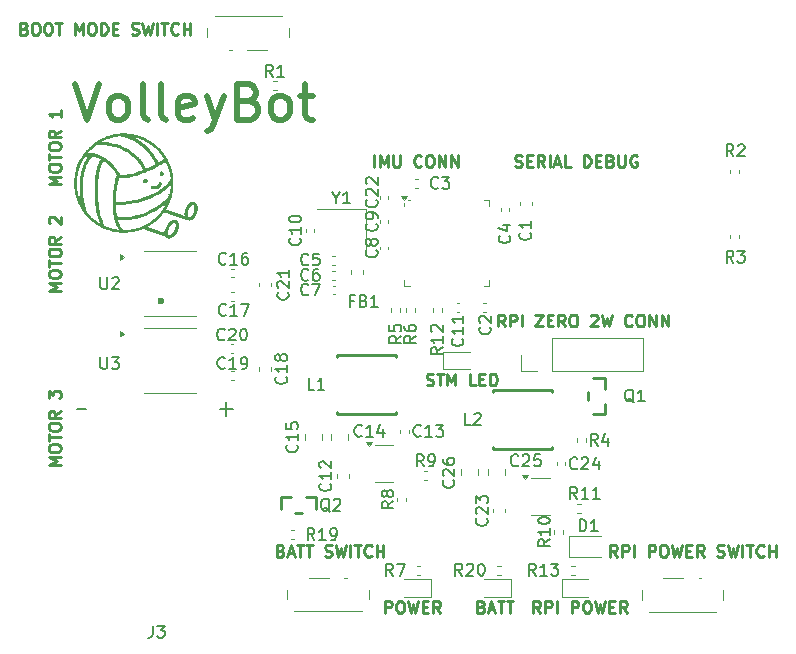
<source format=gbr>
%TF.GenerationSoftware,KiCad,Pcbnew,9.0.2*%
%TF.CreationDate,2025-06-02T04:20:19-04:00*%
%TF.ProjectId,VolleyBot,566f6c6c-6579-4426-9f74-2e6b69636164,rev?*%
%TF.SameCoordinates,Original*%
%TF.FileFunction,Legend,Top*%
%TF.FilePolarity,Positive*%
%FSLAX46Y46*%
G04 Gerber Fmt 4.6, Leading zero omitted, Abs format (unit mm)*
G04 Created by KiCad (PCBNEW 9.0.2) date 2025-06-02 04:20:19*
%MOMM*%
%LPD*%
G01*
G04 APERTURE LIST*
%ADD10C,0.250000*%
%ADD11C,0.500000*%
%ADD12C,0.150000*%
%ADD13C,0.120000*%
%ADD14C,0.000000*%
%ADD15C,0.600000*%
G04 APERTURE END LIST*
D10*
X105735901Y-110340809D02*
X105878758Y-110388428D01*
X105878758Y-110388428D02*
X105926377Y-110436047D01*
X105926377Y-110436047D02*
X105973996Y-110531285D01*
X105973996Y-110531285D02*
X105973996Y-110674142D01*
X105973996Y-110674142D02*
X105926377Y-110769380D01*
X105926377Y-110769380D02*
X105878758Y-110817000D01*
X105878758Y-110817000D02*
X105783520Y-110864619D01*
X105783520Y-110864619D02*
X105402568Y-110864619D01*
X105402568Y-110864619D02*
X105402568Y-109864619D01*
X105402568Y-109864619D02*
X105735901Y-109864619D01*
X105735901Y-109864619D02*
X105831139Y-109912238D01*
X105831139Y-109912238D02*
X105878758Y-109959857D01*
X105878758Y-109959857D02*
X105926377Y-110055095D01*
X105926377Y-110055095D02*
X105926377Y-110150333D01*
X105926377Y-110150333D02*
X105878758Y-110245571D01*
X105878758Y-110245571D02*
X105831139Y-110293190D01*
X105831139Y-110293190D02*
X105735901Y-110340809D01*
X105735901Y-110340809D02*
X105402568Y-110340809D01*
X106354949Y-110578904D02*
X106831139Y-110578904D01*
X106259711Y-110864619D02*
X106593044Y-109864619D01*
X106593044Y-109864619D02*
X106926377Y-110864619D01*
X107116854Y-109864619D02*
X107688282Y-109864619D01*
X107402568Y-110864619D02*
X107402568Y-109864619D01*
X107878759Y-109864619D02*
X108450187Y-109864619D01*
X108164473Y-110864619D02*
X108164473Y-109864619D01*
X109497807Y-110817000D02*
X109640664Y-110864619D01*
X109640664Y-110864619D02*
X109878759Y-110864619D01*
X109878759Y-110864619D02*
X109973997Y-110817000D01*
X109973997Y-110817000D02*
X110021616Y-110769380D01*
X110021616Y-110769380D02*
X110069235Y-110674142D01*
X110069235Y-110674142D02*
X110069235Y-110578904D01*
X110069235Y-110578904D02*
X110021616Y-110483666D01*
X110021616Y-110483666D02*
X109973997Y-110436047D01*
X109973997Y-110436047D02*
X109878759Y-110388428D01*
X109878759Y-110388428D02*
X109688283Y-110340809D01*
X109688283Y-110340809D02*
X109593045Y-110293190D01*
X109593045Y-110293190D02*
X109545426Y-110245571D01*
X109545426Y-110245571D02*
X109497807Y-110150333D01*
X109497807Y-110150333D02*
X109497807Y-110055095D01*
X109497807Y-110055095D02*
X109545426Y-109959857D01*
X109545426Y-109959857D02*
X109593045Y-109912238D01*
X109593045Y-109912238D02*
X109688283Y-109864619D01*
X109688283Y-109864619D02*
X109926378Y-109864619D01*
X109926378Y-109864619D02*
X110069235Y-109912238D01*
X110402569Y-109864619D02*
X110640664Y-110864619D01*
X110640664Y-110864619D02*
X110831140Y-110150333D01*
X110831140Y-110150333D02*
X111021616Y-110864619D01*
X111021616Y-110864619D02*
X111259712Y-109864619D01*
X111640664Y-110864619D02*
X111640664Y-109864619D01*
X111973997Y-109864619D02*
X112545425Y-109864619D01*
X112259711Y-110864619D02*
X112259711Y-109864619D01*
X113450187Y-110769380D02*
X113402568Y-110817000D01*
X113402568Y-110817000D02*
X113259711Y-110864619D01*
X113259711Y-110864619D02*
X113164473Y-110864619D01*
X113164473Y-110864619D02*
X113021616Y-110817000D01*
X113021616Y-110817000D02*
X112926378Y-110721761D01*
X112926378Y-110721761D02*
X112878759Y-110626523D01*
X112878759Y-110626523D02*
X112831140Y-110436047D01*
X112831140Y-110436047D02*
X112831140Y-110293190D01*
X112831140Y-110293190D02*
X112878759Y-110102714D01*
X112878759Y-110102714D02*
X112926378Y-110007476D01*
X112926378Y-110007476D02*
X113021616Y-109912238D01*
X113021616Y-109912238D02*
X113164473Y-109864619D01*
X113164473Y-109864619D02*
X113259711Y-109864619D01*
X113259711Y-109864619D02*
X113402568Y-109912238D01*
X113402568Y-109912238D02*
X113450187Y-109959857D01*
X113878759Y-110864619D02*
X113878759Y-109864619D01*
X113878759Y-110340809D02*
X114450187Y-110340809D01*
X114450187Y-110864619D02*
X114450187Y-109864619D01*
X122735901Y-115090809D02*
X122878758Y-115138428D01*
X122878758Y-115138428D02*
X122926377Y-115186047D01*
X122926377Y-115186047D02*
X122973996Y-115281285D01*
X122973996Y-115281285D02*
X122973996Y-115424142D01*
X122973996Y-115424142D02*
X122926377Y-115519380D01*
X122926377Y-115519380D02*
X122878758Y-115567000D01*
X122878758Y-115567000D02*
X122783520Y-115614619D01*
X122783520Y-115614619D02*
X122402568Y-115614619D01*
X122402568Y-115614619D02*
X122402568Y-114614619D01*
X122402568Y-114614619D02*
X122735901Y-114614619D01*
X122735901Y-114614619D02*
X122831139Y-114662238D01*
X122831139Y-114662238D02*
X122878758Y-114709857D01*
X122878758Y-114709857D02*
X122926377Y-114805095D01*
X122926377Y-114805095D02*
X122926377Y-114900333D01*
X122926377Y-114900333D02*
X122878758Y-114995571D01*
X122878758Y-114995571D02*
X122831139Y-115043190D01*
X122831139Y-115043190D02*
X122735901Y-115090809D01*
X122735901Y-115090809D02*
X122402568Y-115090809D01*
X123354949Y-115328904D02*
X123831139Y-115328904D01*
X123259711Y-115614619D02*
X123593044Y-114614619D01*
X123593044Y-114614619D02*
X123926377Y-115614619D01*
X124116854Y-114614619D02*
X124688282Y-114614619D01*
X124402568Y-115614619D02*
X124402568Y-114614619D01*
X124878759Y-114614619D02*
X125450187Y-114614619D01*
X125164473Y-115614619D02*
X125164473Y-114614619D01*
D11*
X88364661Y-70856857D02*
X89364661Y-73856857D01*
X89364661Y-73856857D02*
X90364661Y-70856857D01*
X91793233Y-73856857D02*
X91507518Y-73714000D01*
X91507518Y-73714000D02*
X91364661Y-73571142D01*
X91364661Y-73571142D02*
X91221804Y-73285428D01*
X91221804Y-73285428D02*
X91221804Y-72428285D01*
X91221804Y-72428285D02*
X91364661Y-72142571D01*
X91364661Y-72142571D02*
X91507518Y-71999714D01*
X91507518Y-71999714D02*
X91793233Y-71856857D01*
X91793233Y-71856857D02*
X92221804Y-71856857D01*
X92221804Y-71856857D02*
X92507518Y-71999714D01*
X92507518Y-71999714D02*
X92650376Y-72142571D01*
X92650376Y-72142571D02*
X92793233Y-72428285D01*
X92793233Y-72428285D02*
X92793233Y-73285428D01*
X92793233Y-73285428D02*
X92650376Y-73571142D01*
X92650376Y-73571142D02*
X92507518Y-73714000D01*
X92507518Y-73714000D02*
X92221804Y-73856857D01*
X92221804Y-73856857D02*
X91793233Y-73856857D01*
X94507519Y-73856857D02*
X94221804Y-73714000D01*
X94221804Y-73714000D02*
X94078947Y-73428285D01*
X94078947Y-73428285D02*
X94078947Y-70856857D01*
X96078948Y-73856857D02*
X95793233Y-73714000D01*
X95793233Y-73714000D02*
X95650376Y-73428285D01*
X95650376Y-73428285D02*
X95650376Y-70856857D01*
X98364662Y-73714000D02*
X98078948Y-73856857D01*
X98078948Y-73856857D02*
X97507520Y-73856857D01*
X97507520Y-73856857D02*
X97221805Y-73714000D01*
X97221805Y-73714000D02*
X97078948Y-73428285D01*
X97078948Y-73428285D02*
X97078948Y-72285428D01*
X97078948Y-72285428D02*
X97221805Y-71999714D01*
X97221805Y-71999714D02*
X97507520Y-71856857D01*
X97507520Y-71856857D02*
X98078948Y-71856857D01*
X98078948Y-71856857D02*
X98364662Y-71999714D01*
X98364662Y-71999714D02*
X98507520Y-72285428D01*
X98507520Y-72285428D02*
X98507520Y-72571142D01*
X98507520Y-72571142D02*
X97078948Y-72856857D01*
X99507520Y-71856857D02*
X100221806Y-73856857D01*
X100936091Y-71856857D02*
X100221806Y-73856857D01*
X100221806Y-73856857D02*
X99936091Y-74571142D01*
X99936091Y-74571142D02*
X99793234Y-74714000D01*
X99793234Y-74714000D02*
X99507520Y-74856857D01*
X103078948Y-72285428D02*
X103507520Y-72428285D01*
X103507520Y-72428285D02*
X103650377Y-72571142D01*
X103650377Y-72571142D02*
X103793234Y-72856857D01*
X103793234Y-72856857D02*
X103793234Y-73285428D01*
X103793234Y-73285428D02*
X103650377Y-73571142D01*
X103650377Y-73571142D02*
X103507520Y-73714000D01*
X103507520Y-73714000D02*
X103221805Y-73856857D01*
X103221805Y-73856857D02*
X102078948Y-73856857D01*
X102078948Y-73856857D02*
X102078948Y-70856857D01*
X102078948Y-70856857D02*
X103078948Y-70856857D01*
X103078948Y-70856857D02*
X103364663Y-70999714D01*
X103364663Y-70999714D02*
X103507520Y-71142571D01*
X103507520Y-71142571D02*
X103650377Y-71428285D01*
X103650377Y-71428285D02*
X103650377Y-71714000D01*
X103650377Y-71714000D02*
X103507520Y-71999714D01*
X103507520Y-71999714D02*
X103364663Y-72142571D01*
X103364663Y-72142571D02*
X103078948Y-72285428D01*
X103078948Y-72285428D02*
X102078948Y-72285428D01*
X105507520Y-73856857D02*
X105221805Y-73714000D01*
X105221805Y-73714000D02*
X105078948Y-73571142D01*
X105078948Y-73571142D02*
X104936091Y-73285428D01*
X104936091Y-73285428D02*
X104936091Y-72428285D01*
X104936091Y-72428285D02*
X105078948Y-72142571D01*
X105078948Y-72142571D02*
X105221805Y-71999714D01*
X105221805Y-71999714D02*
X105507520Y-71856857D01*
X105507520Y-71856857D02*
X105936091Y-71856857D01*
X105936091Y-71856857D02*
X106221805Y-71999714D01*
X106221805Y-71999714D02*
X106364663Y-72142571D01*
X106364663Y-72142571D02*
X106507520Y-72428285D01*
X106507520Y-72428285D02*
X106507520Y-73285428D01*
X106507520Y-73285428D02*
X106364663Y-73571142D01*
X106364663Y-73571142D02*
X106221805Y-73714000D01*
X106221805Y-73714000D02*
X105936091Y-73856857D01*
X105936091Y-73856857D02*
X105507520Y-73856857D01*
X107364663Y-71856857D02*
X108507520Y-71856857D01*
X107793234Y-70856857D02*
X107793234Y-73428285D01*
X107793234Y-73428285D02*
X107936091Y-73714000D01*
X107936091Y-73714000D02*
X108221806Y-73856857D01*
X108221806Y-73856857D02*
X108507520Y-73856857D01*
D10*
X87114619Y-103097431D02*
X86114619Y-103097431D01*
X86114619Y-103097431D02*
X86828904Y-102764098D01*
X86828904Y-102764098D02*
X86114619Y-102430765D01*
X86114619Y-102430765D02*
X87114619Y-102430765D01*
X86114619Y-101764098D02*
X86114619Y-101573622D01*
X86114619Y-101573622D02*
X86162238Y-101478384D01*
X86162238Y-101478384D02*
X86257476Y-101383146D01*
X86257476Y-101383146D02*
X86447952Y-101335527D01*
X86447952Y-101335527D02*
X86781285Y-101335527D01*
X86781285Y-101335527D02*
X86971761Y-101383146D01*
X86971761Y-101383146D02*
X87067000Y-101478384D01*
X87067000Y-101478384D02*
X87114619Y-101573622D01*
X87114619Y-101573622D02*
X87114619Y-101764098D01*
X87114619Y-101764098D02*
X87067000Y-101859336D01*
X87067000Y-101859336D02*
X86971761Y-101954574D01*
X86971761Y-101954574D02*
X86781285Y-102002193D01*
X86781285Y-102002193D02*
X86447952Y-102002193D01*
X86447952Y-102002193D02*
X86257476Y-101954574D01*
X86257476Y-101954574D02*
X86162238Y-101859336D01*
X86162238Y-101859336D02*
X86114619Y-101764098D01*
X86114619Y-101049812D02*
X86114619Y-100478384D01*
X87114619Y-100764098D02*
X86114619Y-100764098D01*
X86114619Y-99954574D02*
X86114619Y-99764098D01*
X86114619Y-99764098D02*
X86162238Y-99668860D01*
X86162238Y-99668860D02*
X86257476Y-99573622D01*
X86257476Y-99573622D02*
X86447952Y-99526003D01*
X86447952Y-99526003D02*
X86781285Y-99526003D01*
X86781285Y-99526003D02*
X86971761Y-99573622D01*
X86971761Y-99573622D02*
X87067000Y-99668860D01*
X87067000Y-99668860D02*
X87114619Y-99764098D01*
X87114619Y-99764098D02*
X87114619Y-99954574D01*
X87114619Y-99954574D02*
X87067000Y-100049812D01*
X87067000Y-100049812D02*
X86971761Y-100145050D01*
X86971761Y-100145050D02*
X86781285Y-100192669D01*
X86781285Y-100192669D02*
X86447952Y-100192669D01*
X86447952Y-100192669D02*
X86257476Y-100145050D01*
X86257476Y-100145050D02*
X86162238Y-100049812D01*
X86162238Y-100049812D02*
X86114619Y-99954574D01*
X87114619Y-98526003D02*
X86638428Y-98859336D01*
X87114619Y-99097431D02*
X86114619Y-99097431D01*
X86114619Y-99097431D02*
X86114619Y-98716479D01*
X86114619Y-98716479D02*
X86162238Y-98621241D01*
X86162238Y-98621241D02*
X86209857Y-98573622D01*
X86209857Y-98573622D02*
X86305095Y-98526003D01*
X86305095Y-98526003D02*
X86447952Y-98526003D01*
X86447952Y-98526003D02*
X86543190Y-98573622D01*
X86543190Y-98573622D02*
X86590809Y-98621241D01*
X86590809Y-98621241D02*
X86638428Y-98716479D01*
X86638428Y-98716479D02*
X86638428Y-99097431D01*
X86114619Y-97430764D02*
X86114619Y-96811717D01*
X86114619Y-96811717D02*
X86495571Y-97145050D01*
X86495571Y-97145050D02*
X86495571Y-97002193D01*
X86495571Y-97002193D02*
X86543190Y-96906955D01*
X86543190Y-96906955D02*
X86590809Y-96859336D01*
X86590809Y-96859336D02*
X86686047Y-96811717D01*
X86686047Y-96811717D02*
X86924142Y-96811717D01*
X86924142Y-96811717D02*
X87019380Y-96859336D01*
X87019380Y-96859336D02*
X87067000Y-96906955D01*
X87067000Y-96906955D02*
X87114619Y-97002193D01*
X87114619Y-97002193D02*
X87114619Y-97287907D01*
X87114619Y-97287907D02*
X87067000Y-97383145D01*
X87067000Y-97383145D02*
X87019380Y-97430764D01*
X127723996Y-115614619D02*
X127390663Y-115138428D01*
X127152568Y-115614619D02*
X127152568Y-114614619D01*
X127152568Y-114614619D02*
X127533520Y-114614619D01*
X127533520Y-114614619D02*
X127628758Y-114662238D01*
X127628758Y-114662238D02*
X127676377Y-114709857D01*
X127676377Y-114709857D02*
X127723996Y-114805095D01*
X127723996Y-114805095D02*
X127723996Y-114947952D01*
X127723996Y-114947952D02*
X127676377Y-115043190D01*
X127676377Y-115043190D02*
X127628758Y-115090809D01*
X127628758Y-115090809D02*
X127533520Y-115138428D01*
X127533520Y-115138428D02*
X127152568Y-115138428D01*
X128152568Y-115614619D02*
X128152568Y-114614619D01*
X128152568Y-114614619D02*
X128533520Y-114614619D01*
X128533520Y-114614619D02*
X128628758Y-114662238D01*
X128628758Y-114662238D02*
X128676377Y-114709857D01*
X128676377Y-114709857D02*
X128723996Y-114805095D01*
X128723996Y-114805095D02*
X128723996Y-114947952D01*
X128723996Y-114947952D02*
X128676377Y-115043190D01*
X128676377Y-115043190D02*
X128628758Y-115090809D01*
X128628758Y-115090809D02*
X128533520Y-115138428D01*
X128533520Y-115138428D02*
X128152568Y-115138428D01*
X129152568Y-115614619D02*
X129152568Y-114614619D01*
X130390663Y-115614619D02*
X130390663Y-114614619D01*
X130390663Y-114614619D02*
X130771615Y-114614619D01*
X130771615Y-114614619D02*
X130866853Y-114662238D01*
X130866853Y-114662238D02*
X130914472Y-114709857D01*
X130914472Y-114709857D02*
X130962091Y-114805095D01*
X130962091Y-114805095D02*
X130962091Y-114947952D01*
X130962091Y-114947952D02*
X130914472Y-115043190D01*
X130914472Y-115043190D02*
X130866853Y-115090809D01*
X130866853Y-115090809D02*
X130771615Y-115138428D01*
X130771615Y-115138428D02*
X130390663Y-115138428D01*
X131581139Y-114614619D02*
X131771615Y-114614619D01*
X131771615Y-114614619D02*
X131866853Y-114662238D01*
X131866853Y-114662238D02*
X131962091Y-114757476D01*
X131962091Y-114757476D02*
X132009710Y-114947952D01*
X132009710Y-114947952D02*
X132009710Y-115281285D01*
X132009710Y-115281285D02*
X131962091Y-115471761D01*
X131962091Y-115471761D02*
X131866853Y-115567000D01*
X131866853Y-115567000D02*
X131771615Y-115614619D01*
X131771615Y-115614619D02*
X131581139Y-115614619D01*
X131581139Y-115614619D02*
X131485901Y-115567000D01*
X131485901Y-115567000D02*
X131390663Y-115471761D01*
X131390663Y-115471761D02*
X131343044Y-115281285D01*
X131343044Y-115281285D02*
X131343044Y-114947952D01*
X131343044Y-114947952D02*
X131390663Y-114757476D01*
X131390663Y-114757476D02*
X131485901Y-114662238D01*
X131485901Y-114662238D02*
X131581139Y-114614619D01*
X132343044Y-114614619D02*
X132581139Y-115614619D01*
X132581139Y-115614619D02*
X132771615Y-114900333D01*
X132771615Y-114900333D02*
X132962091Y-115614619D01*
X132962091Y-115614619D02*
X133200187Y-114614619D01*
X133581139Y-115090809D02*
X133914472Y-115090809D01*
X134057329Y-115614619D02*
X133581139Y-115614619D01*
X133581139Y-115614619D02*
X133581139Y-114614619D01*
X133581139Y-114614619D02*
X134057329Y-114614619D01*
X135057329Y-115614619D02*
X134723996Y-115138428D01*
X134485901Y-115614619D02*
X134485901Y-114614619D01*
X134485901Y-114614619D02*
X134866853Y-114614619D01*
X134866853Y-114614619D02*
X134962091Y-114662238D01*
X134962091Y-114662238D02*
X135009710Y-114709857D01*
X135009710Y-114709857D02*
X135057329Y-114805095D01*
X135057329Y-114805095D02*
X135057329Y-114947952D01*
X135057329Y-114947952D02*
X135009710Y-115043190D01*
X135009710Y-115043190D02*
X134962091Y-115090809D01*
X134962091Y-115090809D02*
X134866853Y-115138428D01*
X134866853Y-115138428D02*
X134485901Y-115138428D01*
X113652568Y-77864619D02*
X113652568Y-76864619D01*
X114128758Y-77864619D02*
X114128758Y-76864619D01*
X114128758Y-76864619D02*
X114462091Y-77578904D01*
X114462091Y-77578904D02*
X114795424Y-76864619D01*
X114795424Y-76864619D02*
X114795424Y-77864619D01*
X115271615Y-76864619D02*
X115271615Y-77674142D01*
X115271615Y-77674142D02*
X115319234Y-77769380D01*
X115319234Y-77769380D02*
X115366853Y-77817000D01*
X115366853Y-77817000D02*
X115462091Y-77864619D01*
X115462091Y-77864619D02*
X115652567Y-77864619D01*
X115652567Y-77864619D02*
X115747805Y-77817000D01*
X115747805Y-77817000D02*
X115795424Y-77769380D01*
X115795424Y-77769380D02*
X115843043Y-77674142D01*
X115843043Y-77674142D02*
X115843043Y-76864619D01*
X117652567Y-77769380D02*
X117604948Y-77817000D01*
X117604948Y-77817000D02*
X117462091Y-77864619D01*
X117462091Y-77864619D02*
X117366853Y-77864619D01*
X117366853Y-77864619D02*
X117223996Y-77817000D01*
X117223996Y-77817000D02*
X117128758Y-77721761D01*
X117128758Y-77721761D02*
X117081139Y-77626523D01*
X117081139Y-77626523D02*
X117033520Y-77436047D01*
X117033520Y-77436047D02*
X117033520Y-77293190D01*
X117033520Y-77293190D02*
X117081139Y-77102714D01*
X117081139Y-77102714D02*
X117128758Y-77007476D01*
X117128758Y-77007476D02*
X117223996Y-76912238D01*
X117223996Y-76912238D02*
X117366853Y-76864619D01*
X117366853Y-76864619D02*
X117462091Y-76864619D01*
X117462091Y-76864619D02*
X117604948Y-76912238D01*
X117604948Y-76912238D02*
X117652567Y-76959857D01*
X118271615Y-76864619D02*
X118462091Y-76864619D01*
X118462091Y-76864619D02*
X118557329Y-76912238D01*
X118557329Y-76912238D02*
X118652567Y-77007476D01*
X118652567Y-77007476D02*
X118700186Y-77197952D01*
X118700186Y-77197952D02*
X118700186Y-77531285D01*
X118700186Y-77531285D02*
X118652567Y-77721761D01*
X118652567Y-77721761D02*
X118557329Y-77817000D01*
X118557329Y-77817000D02*
X118462091Y-77864619D01*
X118462091Y-77864619D02*
X118271615Y-77864619D01*
X118271615Y-77864619D02*
X118176377Y-77817000D01*
X118176377Y-77817000D02*
X118081139Y-77721761D01*
X118081139Y-77721761D02*
X118033520Y-77531285D01*
X118033520Y-77531285D02*
X118033520Y-77197952D01*
X118033520Y-77197952D02*
X118081139Y-77007476D01*
X118081139Y-77007476D02*
X118176377Y-76912238D01*
X118176377Y-76912238D02*
X118271615Y-76864619D01*
X119128758Y-77864619D02*
X119128758Y-76864619D01*
X119128758Y-76864619D02*
X119700186Y-77864619D01*
X119700186Y-77864619D02*
X119700186Y-76864619D01*
X120176377Y-77864619D02*
X120176377Y-76864619D01*
X120176377Y-76864619D02*
X120747805Y-77864619D01*
X120747805Y-77864619D02*
X120747805Y-76864619D01*
X125604949Y-77817000D02*
X125747806Y-77864619D01*
X125747806Y-77864619D02*
X125985901Y-77864619D01*
X125985901Y-77864619D02*
X126081139Y-77817000D01*
X126081139Y-77817000D02*
X126128758Y-77769380D01*
X126128758Y-77769380D02*
X126176377Y-77674142D01*
X126176377Y-77674142D02*
X126176377Y-77578904D01*
X126176377Y-77578904D02*
X126128758Y-77483666D01*
X126128758Y-77483666D02*
X126081139Y-77436047D01*
X126081139Y-77436047D02*
X125985901Y-77388428D01*
X125985901Y-77388428D02*
X125795425Y-77340809D01*
X125795425Y-77340809D02*
X125700187Y-77293190D01*
X125700187Y-77293190D02*
X125652568Y-77245571D01*
X125652568Y-77245571D02*
X125604949Y-77150333D01*
X125604949Y-77150333D02*
X125604949Y-77055095D01*
X125604949Y-77055095D02*
X125652568Y-76959857D01*
X125652568Y-76959857D02*
X125700187Y-76912238D01*
X125700187Y-76912238D02*
X125795425Y-76864619D01*
X125795425Y-76864619D02*
X126033520Y-76864619D01*
X126033520Y-76864619D02*
X126176377Y-76912238D01*
X126604949Y-77340809D02*
X126938282Y-77340809D01*
X127081139Y-77864619D02*
X126604949Y-77864619D01*
X126604949Y-77864619D02*
X126604949Y-76864619D01*
X126604949Y-76864619D02*
X127081139Y-76864619D01*
X128081139Y-77864619D02*
X127747806Y-77388428D01*
X127509711Y-77864619D02*
X127509711Y-76864619D01*
X127509711Y-76864619D02*
X127890663Y-76864619D01*
X127890663Y-76864619D02*
X127985901Y-76912238D01*
X127985901Y-76912238D02*
X128033520Y-76959857D01*
X128033520Y-76959857D02*
X128081139Y-77055095D01*
X128081139Y-77055095D02*
X128081139Y-77197952D01*
X128081139Y-77197952D02*
X128033520Y-77293190D01*
X128033520Y-77293190D02*
X127985901Y-77340809D01*
X127985901Y-77340809D02*
X127890663Y-77388428D01*
X127890663Y-77388428D02*
X127509711Y-77388428D01*
X128509711Y-77864619D02*
X128509711Y-76864619D01*
X128938282Y-77578904D02*
X129414472Y-77578904D01*
X128843044Y-77864619D02*
X129176377Y-76864619D01*
X129176377Y-76864619D02*
X129509710Y-77864619D01*
X130319234Y-77864619D02*
X129843044Y-77864619D01*
X129843044Y-77864619D02*
X129843044Y-76864619D01*
X131414473Y-77864619D02*
X131414473Y-76864619D01*
X131414473Y-76864619D02*
X131652568Y-76864619D01*
X131652568Y-76864619D02*
X131795425Y-76912238D01*
X131795425Y-76912238D02*
X131890663Y-77007476D01*
X131890663Y-77007476D02*
X131938282Y-77102714D01*
X131938282Y-77102714D02*
X131985901Y-77293190D01*
X131985901Y-77293190D02*
X131985901Y-77436047D01*
X131985901Y-77436047D02*
X131938282Y-77626523D01*
X131938282Y-77626523D02*
X131890663Y-77721761D01*
X131890663Y-77721761D02*
X131795425Y-77817000D01*
X131795425Y-77817000D02*
X131652568Y-77864619D01*
X131652568Y-77864619D02*
X131414473Y-77864619D01*
X132414473Y-77340809D02*
X132747806Y-77340809D01*
X132890663Y-77864619D02*
X132414473Y-77864619D01*
X132414473Y-77864619D02*
X132414473Y-76864619D01*
X132414473Y-76864619D02*
X132890663Y-76864619D01*
X133652568Y-77340809D02*
X133795425Y-77388428D01*
X133795425Y-77388428D02*
X133843044Y-77436047D01*
X133843044Y-77436047D02*
X133890663Y-77531285D01*
X133890663Y-77531285D02*
X133890663Y-77674142D01*
X133890663Y-77674142D02*
X133843044Y-77769380D01*
X133843044Y-77769380D02*
X133795425Y-77817000D01*
X133795425Y-77817000D02*
X133700187Y-77864619D01*
X133700187Y-77864619D02*
X133319235Y-77864619D01*
X133319235Y-77864619D02*
X133319235Y-76864619D01*
X133319235Y-76864619D02*
X133652568Y-76864619D01*
X133652568Y-76864619D02*
X133747806Y-76912238D01*
X133747806Y-76912238D02*
X133795425Y-76959857D01*
X133795425Y-76959857D02*
X133843044Y-77055095D01*
X133843044Y-77055095D02*
X133843044Y-77150333D01*
X133843044Y-77150333D02*
X133795425Y-77245571D01*
X133795425Y-77245571D02*
X133747806Y-77293190D01*
X133747806Y-77293190D02*
X133652568Y-77340809D01*
X133652568Y-77340809D02*
X133319235Y-77340809D01*
X134319235Y-76864619D02*
X134319235Y-77674142D01*
X134319235Y-77674142D02*
X134366854Y-77769380D01*
X134366854Y-77769380D02*
X134414473Y-77817000D01*
X134414473Y-77817000D02*
X134509711Y-77864619D01*
X134509711Y-77864619D02*
X134700187Y-77864619D01*
X134700187Y-77864619D02*
X134795425Y-77817000D01*
X134795425Y-77817000D02*
X134843044Y-77769380D01*
X134843044Y-77769380D02*
X134890663Y-77674142D01*
X134890663Y-77674142D02*
X134890663Y-76864619D01*
X135890663Y-76912238D02*
X135795425Y-76864619D01*
X135795425Y-76864619D02*
X135652568Y-76864619D01*
X135652568Y-76864619D02*
X135509711Y-76912238D01*
X135509711Y-76912238D02*
X135414473Y-77007476D01*
X135414473Y-77007476D02*
X135366854Y-77102714D01*
X135366854Y-77102714D02*
X135319235Y-77293190D01*
X135319235Y-77293190D02*
X135319235Y-77436047D01*
X135319235Y-77436047D02*
X135366854Y-77626523D01*
X135366854Y-77626523D02*
X135414473Y-77721761D01*
X135414473Y-77721761D02*
X135509711Y-77817000D01*
X135509711Y-77817000D02*
X135652568Y-77864619D01*
X135652568Y-77864619D02*
X135747806Y-77864619D01*
X135747806Y-77864619D02*
X135890663Y-77817000D01*
X135890663Y-77817000D02*
X135938282Y-77769380D01*
X135938282Y-77769380D02*
X135938282Y-77436047D01*
X135938282Y-77436047D02*
X135747806Y-77436047D01*
X87114619Y-79347431D02*
X86114619Y-79347431D01*
X86114619Y-79347431D02*
X86828904Y-79014098D01*
X86828904Y-79014098D02*
X86114619Y-78680765D01*
X86114619Y-78680765D02*
X87114619Y-78680765D01*
X86114619Y-78014098D02*
X86114619Y-77823622D01*
X86114619Y-77823622D02*
X86162238Y-77728384D01*
X86162238Y-77728384D02*
X86257476Y-77633146D01*
X86257476Y-77633146D02*
X86447952Y-77585527D01*
X86447952Y-77585527D02*
X86781285Y-77585527D01*
X86781285Y-77585527D02*
X86971761Y-77633146D01*
X86971761Y-77633146D02*
X87067000Y-77728384D01*
X87067000Y-77728384D02*
X87114619Y-77823622D01*
X87114619Y-77823622D02*
X87114619Y-78014098D01*
X87114619Y-78014098D02*
X87067000Y-78109336D01*
X87067000Y-78109336D02*
X86971761Y-78204574D01*
X86971761Y-78204574D02*
X86781285Y-78252193D01*
X86781285Y-78252193D02*
X86447952Y-78252193D01*
X86447952Y-78252193D02*
X86257476Y-78204574D01*
X86257476Y-78204574D02*
X86162238Y-78109336D01*
X86162238Y-78109336D02*
X86114619Y-78014098D01*
X86114619Y-77299812D02*
X86114619Y-76728384D01*
X87114619Y-77014098D02*
X86114619Y-77014098D01*
X86114619Y-76204574D02*
X86114619Y-76014098D01*
X86114619Y-76014098D02*
X86162238Y-75918860D01*
X86162238Y-75918860D02*
X86257476Y-75823622D01*
X86257476Y-75823622D02*
X86447952Y-75776003D01*
X86447952Y-75776003D02*
X86781285Y-75776003D01*
X86781285Y-75776003D02*
X86971761Y-75823622D01*
X86971761Y-75823622D02*
X87067000Y-75918860D01*
X87067000Y-75918860D02*
X87114619Y-76014098D01*
X87114619Y-76014098D02*
X87114619Y-76204574D01*
X87114619Y-76204574D02*
X87067000Y-76299812D01*
X87067000Y-76299812D02*
X86971761Y-76395050D01*
X86971761Y-76395050D02*
X86781285Y-76442669D01*
X86781285Y-76442669D02*
X86447952Y-76442669D01*
X86447952Y-76442669D02*
X86257476Y-76395050D01*
X86257476Y-76395050D02*
X86162238Y-76299812D01*
X86162238Y-76299812D02*
X86114619Y-76204574D01*
X87114619Y-74776003D02*
X86638428Y-75109336D01*
X87114619Y-75347431D02*
X86114619Y-75347431D01*
X86114619Y-75347431D02*
X86114619Y-74966479D01*
X86114619Y-74966479D02*
X86162238Y-74871241D01*
X86162238Y-74871241D02*
X86209857Y-74823622D01*
X86209857Y-74823622D02*
X86305095Y-74776003D01*
X86305095Y-74776003D02*
X86447952Y-74776003D01*
X86447952Y-74776003D02*
X86543190Y-74823622D01*
X86543190Y-74823622D02*
X86590809Y-74871241D01*
X86590809Y-74871241D02*
X86638428Y-74966479D01*
X86638428Y-74966479D02*
X86638428Y-75347431D01*
X87114619Y-73061717D02*
X87114619Y-73633145D01*
X87114619Y-73347431D02*
X86114619Y-73347431D01*
X86114619Y-73347431D02*
X86257476Y-73442669D01*
X86257476Y-73442669D02*
X86352714Y-73537907D01*
X86352714Y-73537907D02*
X86400333Y-73633145D01*
X124723996Y-91364619D02*
X124390663Y-90888428D01*
X124152568Y-91364619D02*
X124152568Y-90364619D01*
X124152568Y-90364619D02*
X124533520Y-90364619D01*
X124533520Y-90364619D02*
X124628758Y-90412238D01*
X124628758Y-90412238D02*
X124676377Y-90459857D01*
X124676377Y-90459857D02*
X124723996Y-90555095D01*
X124723996Y-90555095D02*
X124723996Y-90697952D01*
X124723996Y-90697952D02*
X124676377Y-90793190D01*
X124676377Y-90793190D02*
X124628758Y-90840809D01*
X124628758Y-90840809D02*
X124533520Y-90888428D01*
X124533520Y-90888428D02*
X124152568Y-90888428D01*
X125152568Y-91364619D02*
X125152568Y-90364619D01*
X125152568Y-90364619D02*
X125533520Y-90364619D01*
X125533520Y-90364619D02*
X125628758Y-90412238D01*
X125628758Y-90412238D02*
X125676377Y-90459857D01*
X125676377Y-90459857D02*
X125723996Y-90555095D01*
X125723996Y-90555095D02*
X125723996Y-90697952D01*
X125723996Y-90697952D02*
X125676377Y-90793190D01*
X125676377Y-90793190D02*
X125628758Y-90840809D01*
X125628758Y-90840809D02*
X125533520Y-90888428D01*
X125533520Y-90888428D02*
X125152568Y-90888428D01*
X126152568Y-91364619D02*
X126152568Y-90364619D01*
X127295425Y-90364619D02*
X127962091Y-90364619D01*
X127962091Y-90364619D02*
X127295425Y-91364619D01*
X127295425Y-91364619D02*
X127962091Y-91364619D01*
X128343044Y-90840809D02*
X128676377Y-90840809D01*
X128819234Y-91364619D02*
X128343044Y-91364619D01*
X128343044Y-91364619D02*
X128343044Y-90364619D01*
X128343044Y-90364619D02*
X128819234Y-90364619D01*
X129819234Y-91364619D02*
X129485901Y-90888428D01*
X129247806Y-91364619D02*
X129247806Y-90364619D01*
X129247806Y-90364619D02*
X129628758Y-90364619D01*
X129628758Y-90364619D02*
X129723996Y-90412238D01*
X129723996Y-90412238D02*
X129771615Y-90459857D01*
X129771615Y-90459857D02*
X129819234Y-90555095D01*
X129819234Y-90555095D02*
X129819234Y-90697952D01*
X129819234Y-90697952D02*
X129771615Y-90793190D01*
X129771615Y-90793190D02*
X129723996Y-90840809D01*
X129723996Y-90840809D02*
X129628758Y-90888428D01*
X129628758Y-90888428D02*
X129247806Y-90888428D01*
X130438282Y-90364619D02*
X130628758Y-90364619D01*
X130628758Y-90364619D02*
X130723996Y-90412238D01*
X130723996Y-90412238D02*
X130819234Y-90507476D01*
X130819234Y-90507476D02*
X130866853Y-90697952D01*
X130866853Y-90697952D02*
X130866853Y-91031285D01*
X130866853Y-91031285D02*
X130819234Y-91221761D01*
X130819234Y-91221761D02*
X130723996Y-91317000D01*
X130723996Y-91317000D02*
X130628758Y-91364619D01*
X130628758Y-91364619D02*
X130438282Y-91364619D01*
X130438282Y-91364619D02*
X130343044Y-91317000D01*
X130343044Y-91317000D02*
X130247806Y-91221761D01*
X130247806Y-91221761D02*
X130200187Y-91031285D01*
X130200187Y-91031285D02*
X130200187Y-90697952D01*
X130200187Y-90697952D02*
X130247806Y-90507476D01*
X130247806Y-90507476D02*
X130343044Y-90412238D01*
X130343044Y-90412238D02*
X130438282Y-90364619D01*
X132009711Y-90459857D02*
X132057330Y-90412238D01*
X132057330Y-90412238D02*
X132152568Y-90364619D01*
X132152568Y-90364619D02*
X132390663Y-90364619D01*
X132390663Y-90364619D02*
X132485901Y-90412238D01*
X132485901Y-90412238D02*
X132533520Y-90459857D01*
X132533520Y-90459857D02*
X132581139Y-90555095D01*
X132581139Y-90555095D02*
X132581139Y-90650333D01*
X132581139Y-90650333D02*
X132533520Y-90793190D01*
X132533520Y-90793190D02*
X131962092Y-91364619D01*
X131962092Y-91364619D02*
X132581139Y-91364619D01*
X132914473Y-90364619D02*
X133152568Y-91364619D01*
X133152568Y-91364619D02*
X133343044Y-90650333D01*
X133343044Y-90650333D02*
X133533520Y-91364619D01*
X133533520Y-91364619D02*
X133771616Y-90364619D01*
X135485901Y-91269380D02*
X135438282Y-91317000D01*
X135438282Y-91317000D02*
X135295425Y-91364619D01*
X135295425Y-91364619D02*
X135200187Y-91364619D01*
X135200187Y-91364619D02*
X135057330Y-91317000D01*
X135057330Y-91317000D02*
X134962092Y-91221761D01*
X134962092Y-91221761D02*
X134914473Y-91126523D01*
X134914473Y-91126523D02*
X134866854Y-90936047D01*
X134866854Y-90936047D02*
X134866854Y-90793190D01*
X134866854Y-90793190D02*
X134914473Y-90602714D01*
X134914473Y-90602714D02*
X134962092Y-90507476D01*
X134962092Y-90507476D02*
X135057330Y-90412238D01*
X135057330Y-90412238D02*
X135200187Y-90364619D01*
X135200187Y-90364619D02*
X135295425Y-90364619D01*
X135295425Y-90364619D02*
X135438282Y-90412238D01*
X135438282Y-90412238D02*
X135485901Y-90459857D01*
X136104949Y-90364619D02*
X136295425Y-90364619D01*
X136295425Y-90364619D02*
X136390663Y-90412238D01*
X136390663Y-90412238D02*
X136485901Y-90507476D01*
X136485901Y-90507476D02*
X136533520Y-90697952D01*
X136533520Y-90697952D02*
X136533520Y-91031285D01*
X136533520Y-91031285D02*
X136485901Y-91221761D01*
X136485901Y-91221761D02*
X136390663Y-91317000D01*
X136390663Y-91317000D02*
X136295425Y-91364619D01*
X136295425Y-91364619D02*
X136104949Y-91364619D01*
X136104949Y-91364619D02*
X136009711Y-91317000D01*
X136009711Y-91317000D02*
X135914473Y-91221761D01*
X135914473Y-91221761D02*
X135866854Y-91031285D01*
X135866854Y-91031285D02*
X135866854Y-90697952D01*
X135866854Y-90697952D02*
X135914473Y-90507476D01*
X135914473Y-90507476D02*
X136009711Y-90412238D01*
X136009711Y-90412238D02*
X136104949Y-90364619D01*
X136962092Y-91364619D02*
X136962092Y-90364619D01*
X136962092Y-90364619D02*
X137533520Y-91364619D01*
X137533520Y-91364619D02*
X137533520Y-90364619D01*
X138009711Y-91364619D02*
X138009711Y-90364619D01*
X138009711Y-90364619D02*
X138581139Y-91364619D01*
X138581139Y-91364619D02*
X138581139Y-90364619D01*
X114577568Y-115614619D02*
X114577568Y-114614619D01*
X114577568Y-114614619D02*
X114958520Y-114614619D01*
X114958520Y-114614619D02*
X115053758Y-114662238D01*
X115053758Y-114662238D02*
X115101377Y-114709857D01*
X115101377Y-114709857D02*
X115148996Y-114805095D01*
X115148996Y-114805095D02*
X115148996Y-114947952D01*
X115148996Y-114947952D02*
X115101377Y-115043190D01*
X115101377Y-115043190D02*
X115053758Y-115090809D01*
X115053758Y-115090809D02*
X114958520Y-115138428D01*
X114958520Y-115138428D02*
X114577568Y-115138428D01*
X115768044Y-114614619D02*
X115958520Y-114614619D01*
X115958520Y-114614619D02*
X116053758Y-114662238D01*
X116053758Y-114662238D02*
X116148996Y-114757476D01*
X116148996Y-114757476D02*
X116196615Y-114947952D01*
X116196615Y-114947952D02*
X116196615Y-115281285D01*
X116196615Y-115281285D02*
X116148996Y-115471761D01*
X116148996Y-115471761D02*
X116053758Y-115567000D01*
X116053758Y-115567000D02*
X115958520Y-115614619D01*
X115958520Y-115614619D02*
X115768044Y-115614619D01*
X115768044Y-115614619D02*
X115672806Y-115567000D01*
X115672806Y-115567000D02*
X115577568Y-115471761D01*
X115577568Y-115471761D02*
X115529949Y-115281285D01*
X115529949Y-115281285D02*
X115529949Y-114947952D01*
X115529949Y-114947952D02*
X115577568Y-114757476D01*
X115577568Y-114757476D02*
X115672806Y-114662238D01*
X115672806Y-114662238D02*
X115768044Y-114614619D01*
X116529949Y-114614619D02*
X116768044Y-115614619D01*
X116768044Y-115614619D02*
X116958520Y-114900333D01*
X116958520Y-114900333D02*
X117148996Y-115614619D01*
X117148996Y-115614619D02*
X117387092Y-114614619D01*
X117768044Y-115090809D02*
X118101377Y-115090809D01*
X118244234Y-115614619D02*
X117768044Y-115614619D01*
X117768044Y-115614619D02*
X117768044Y-114614619D01*
X117768044Y-114614619D02*
X118244234Y-114614619D01*
X119244234Y-115614619D02*
X118910901Y-115138428D01*
X118672806Y-115614619D02*
X118672806Y-114614619D01*
X118672806Y-114614619D02*
X119053758Y-114614619D01*
X119053758Y-114614619D02*
X119148996Y-114662238D01*
X119148996Y-114662238D02*
X119196615Y-114709857D01*
X119196615Y-114709857D02*
X119244234Y-114805095D01*
X119244234Y-114805095D02*
X119244234Y-114947952D01*
X119244234Y-114947952D02*
X119196615Y-115043190D01*
X119196615Y-115043190D02*
X119148996Y-115090809D01*
X119148996Y-115090809D02*
X119053758Y-115138428D01*
X119053758Y-115138428D02*
X118672806Y-115138428D01*
X118104949Y-96317000D02*
X118247806Y-96364619D01*
X118247806Y-96364619D02*
X118485901Y-96364619D01*
X118485901Y-96364619D02*
X118581139Y-96317000D01*
X118581139Y-96317000D02*
X118628758Y-96269380D01*
X118628758Y-96269380D02*
X118676377Y-96174142D01*
X118676377Y-96174142D02*
X118676377Y-96078904D01*
X118676377Y-96078904D02*
X118628758Y-95983666D01*
X118628758Y-95983666D02*
X118581139Y-95936047D01*
X118581139Y-95936047D02*
X118485901Y-95888428D01*
X118485901Y-95888428D02*
X118295425Y-95840809D01*
X118295425Y-95840809D02*
X118200187Y-95793190D01*
X118200187Y-95793190D02*
X118152568Y-95745571D01*
X118152568Y-95745571D02*
X118104949Y-95650333D01*
X118104949Y-95650333D02*
X118104949Y-95555095D01*
X118104949Y-95555095D02*
X118152568Y-95459857D01*
X118152568Y-95459857D02*
X118200187Y-95412238D01*
X118200187Y-95412238D02*
X118295425Y-95364619D01*
X118295425Y-95364619D02*
X118533520Y-95364619D01*
X118533520Y-95364619D02*
X118676377Y-95412238D01*
X118962092Y-95364619D02*
X119533520Y-95364619D01*
X119247806Y-96364619D02*
X119247806Y-95364619D01*
X119866854Y-96364619D02*
X119866854Y-95364619D01*
X119866854Y-95364619D02*
X120200187Y-96078904D01*
X120200187Y-96078904D02*
X120533520Y-95364619D01*
X120533520Y-95364619D02*
X120533520Y-96364619D01*
X122247806Y-96364619D02*
X121771616Y-96364619D01*
X121771616Y-96364619D02*
X121771616Y-95364619D01*
X122581140Y-95840809D02*
X122914473Y-95840809D01*
X123057330Y-96364619D02*
X122581140Y-96364619D01*
X122581140Y-96364619D02*
X122581140Y-95364619D01*
X122581140Y-95364619D02*
X123057330Y-95364619D01*
X123485902Y-96364619D02*
X123485902Y-95364619D01*
X123485902Y-95364619D02*
X123723997Y-95364619D01*
X123723997Y-95364619D02*
X123866854Y-95412238D01*
X123866854Y-95412238D02*
X123962092Y-95507476D01*
X123962092Y-95507476D02*
X124009711Y-95602714D01*
X124009711Y-95602714D02*
X124057330Y-95793190D01*
X124057330Y-95793190D02*
X124057330Y-95936047D01*
X124057330Y-95936047D02*
X124009711Y-96126523D01*
X124009711Y-96126523D02*
X123962092Y-96221761D01*
X123962092Y-96221761D02*
X123866854Y-96317000D01*
X123866854Y-96317000D02*
X123723997Y-96364619D01*
X123723997Y-96364619D02*
X123485902Y-96364619D01*
X134223996Y-110864619D02*
X133890663Y-110388428D01*
X133652568Y-110864619D02*
X133652568Y-109864619D01*
X133652568Y-109864619D02*
X134033520Y-109864619D01*
X134033520Y-109864619D02*
X134128758Y-109912238D01*
X134128758Y-109912238D02*
X134176377Y-109959857D01*
X134176377Y-109959857D02*
X134223996Y-110055095D01*
X134223996Y-110055095D02*
X134223996Y-110197952D01*
X134223996Y-110197952D02*
X134176377Y-110293190D01*
X134176377Y-110293190D02*
X134128758Y-110340809D01*
X134128758Y-110340809D02*
X134033520Y-110388428D01*
X134033520Y-110388428D02*
X133652568Y-110388428D01*
X134652568Y-110864619D02*
X134652568Y-109864619D01*
X134652568Y-109864619D02*
X135033520Y-109864619D01*
X135033520Y-109864619D02*
X135128758Y-109912238D01*
X135128758Y-109912238D02*
X135176377Y-109959857D01*
X135176377Y-109959857D02*
X135223996Y-110055095D01*
X135223996Y-110055095D02*
X135223996Y-110197952D01*
X135223996Y-110197952D02*
X135176377Y-110293190D01*
X135176377Y-110293190D02*
X135128758Y-110340809D01*
X135128758Y-110340809D02*
X135033520Y-110388428D01*
X135033520Y-110388428D02*
X134652568Y-110388428D01*
X135652568Y-110864619D02*
X135652568Y-109864619D01*
X136890663Y-110864619D02*
X136890663Y-109864619D01*
X136890663Y-109864619D02*
X137271615Y-109864619D01*
X137271615Y-109864619D02*
X137366853Y-109912238D01*
X137366853Y-109912238D02*
X137414472Y-109959857D01*
X137414472Y-109959857D02*
X137462091Y-110055095D01*
X137462091Y-110055095D02*
X137462091Y-110197952D01*
X137462091Y-110197952D02*
X137414472Y-110293190D01*
X137414472Y-110293190D02*
X137366853Y-110340809D01*
X137366853Y-110340809D02*
X137271615Y-110388428D01*
X137271615Y-110388428D02*
X136890663Y-110388428D01*
X138081139Y-109864619D02*
X138271615Y-109864619D01*
X138271615Y-109864619D02*
X138366853Y-109912238D01*
X138366853Y-109912238D02*
X138462091Y-110007476D01*
X138462091Y-110007476D02*
X138509710Y-110197952D01*
X138509710Y-110197952D02*
X138509710Y-110531285D01*
X138509710Y-110531285D02*
X138462091Y-110721761D01*
X138462091Y-110721761D02*
X138366853Y-110817000D01*
X138366853Y-110817000D02*
X138271615Y-110864619D01*
X138271615Y-110864619D02*
X138081139Y-110864619D01*
X138081139Y-110864619D02*
X137985901Y-110817000D01*
X137985901Y-110817000D02*
X137890663Y-110721761D01*
X137890663Y-110721761D02*
X137843044Y-110531285D01*
X137843044Y-110531285D02*
X137843044Y-110197952D01*
X137843044Y-110197952D02*
X137890663Y-110007476D01*
X137890663Y-110007476D02*
X137985901Y-109912238D01*
X137985901Y-109912238D02*
X138081139Y-109864619D01*
X138843044Y-109864619D02*
X139081139Y-110864619D01*
X139081139Y-110864619D02*
X139271615Y-110150333D01*
X139271615Y-110150333D02*
X139462091Y-110864619D01*
X139462091Y-110864619D02*
X139700187Y-109864619D01*
X140081139Y-110340809D02*
X140414472Y-110340809D01*
X140557329Y-110864619D02*
X140081139Y-110864619D01*
X140081139Y-110864619D02*
X140081139Y-109864619D01*
X140081139Y-109864619D02*
X140557329Y-109864619D01*
X141557329Y-110864619D02*
X141223996Y-110388428D01*
X140985901Y-110864619D02*
X140985901Y-109864619D01*
X140985901Y-109864619D02*
X141366853Y-109864619D01*
X141366853Y-109864619D02*
X141462091Y-109912238D01*
X141462091Y-109912238D02*
X141509710Y-109959857D01*
X141509710Y-109959857D02*
X141557329Y-110055095D01*
X141557329Y-110055095D02*
X141557329Y-110197952D01*
X141557329Y-110197952D02*
X141509710Y-110293190D01*
X141509710Y-110293190D02*
X141462091Y-110340809D01*
X141462091Y-110340809D02*
X141366853Y-110388428D01*
X141366853Y-110388428D02*
X140985901Y-110388428D01*
X142700187Y-110817000D02*
X142843044Y-110864619D01*
X142843044Y-110864619D02*
X143081139Y-110864619D01*
X143081139Y-110864619D02*
X143176377Y-110817000D01*
X143176377Y-110817000D02*
X143223996Y-110769380D01*
X143223996Y-110769380D02*
X143271615Y-110674142D01*
X143271615Y-110674142D02*
X143271615Y-110578904D01*
X143271615Y-110578904D02*
X143223996Y-110483666D01*
X143223996Y-110483666D02*
X143176377Y-110436047D01*
X143176377Y-110436047D02*
X143081139Y-110388428D01*
X143081139Y-110388428D02*
X142890663Y-110340809D01*
X142890663Y-110340809D02*
X142795425Y-110293190D01*
X142795425Y-110293190D02*
X142747806Y-110245571D01*
X142747806Y-110245571D02*
X142700187Y-110150333D01*
X142700187Y-110150333D02*
X142700187Y-110055095D01*
X142700187Y-110055095D02*
X142747806Y-109959857D01*
X142747806Y-109959857D02*
X142795425Y-109912238D01*
X142795425Y-109912238D02*
X142890663Y-109864619D01*
X142890663Y-109864619D02*
X143128758Y-109864619D01*
X143128758Y-109864619D02*
X143271615Y-109912238D01*
X143604949Y-109864619D02*
X143843044Y-110864619D01*
X143843044Y-110864619D02*
X144033520Y-110150333D01*
X144033520Y-110150333D02*
X144223996Y-110864619D01*
X144223996Y-110864619D02*
X144462092Y-109864619D01*
X144843044Y-110864619D02*
X144843044Y-109864619D01*
X145176377Y-109864619D02*
X145747805Y-109864619D01*
X145462091Y-110864619D02*
X145462091Y-109864619D01*
X146652567Y-110769380D02*
X146604948Y-110817000D01*
X146604948Y-110817000D02*
X146462091Y-110864619D01*
X146462091Y-110864619D02*
X146366853Y-110864619D01*
X146366853Y-110864619D02*
X146223996Y-110817000D01*
X146223996Y-110817000D02*
X146128758Y-110721761D01*
X146128758Y-110721761D02*
X146081139Y-110626523D01*
X146081139Y-110626523D02*
X146033520Y-110436047D01*
X146033520Y-110436047D02*
X146033520Y-110293190D01*
X146033520Y-110293190D02*
X146081139Y-110102714D01*
X146081139Y-110102714D02*
X146128758Y-110007476D01*
X146128758Y-110007476D02*
X146223996Y-109912238D01*
X146223996Y-109912238D02*
X146366853Y-109864619D01*
X146366853Y-109864619D02*
X146462091Y-109864619D01*
X146462091Y-109864619D02*
X146604948Y-109912238D01*
X146604948Y-109912238D02*
X146652567Y-109959857D01*
X147081139Y-110864619D02*
X147081139Y-109864619D01*
X147081139Y-110340809D02*
X147652567Y-110340809D01*
X147652567Y-110864619D02*
X147652567Y-109864619D01*
X87114619Y-88347431D02*
X86114619Y-88347431D01*
X86114619Y-88347431D02*
X86828904Y-88014098D01*
X86828904Y-88014098D02*
X86114619Y-87680765D01*
X86114619Y-87680765D02*
X87114619Y-87680765D01*
X86114619Y-87014098D02*
X86114619Y-86823622D01*
X86114619Y-86823622D02*
X86162238Y-86728384D01*
X86162238Y-86728384D02*
X86257476Y-86633146D01*
X86257476Y-86633146D02*
X86447952Y-86585527D01*
X86447952Y-86585527D02*
X86781285Y-86585527D01*
X86781285Y-86585527D02*
X86971761Y-86633146D01*
X86971761Y-86633146D02*
X87067000Y-86728384D01*
X87067000Y-86728384D02*
X87114619Y-86823622D01*
X87114619Y-86823622D02*
X87114619Y-87014098D01*
X87114619Y-87014098D02*
X87067000Y-87109336D01*
X87067000Y-87109336D02*
X86971761Y-87204574D01*
X86971761Y-87204574D02*
X86781285Y-87252193D01*
X86781285Y-87252193D02*
X86447952Y-87252193D01*
X86447952Y-87252193D02*
X86257476Y-87204574D01*
X86257476Y-87204574D02*
X86162238Y-87109336D01*
X86162238Y-87109336D02*
X86114619Y-87014098D01*
X86114619Y-86299812D02*
X86114619Y-85728384D01*
X87114619Y-86014098D02*
X86114619Y-86014098D01*
X86114619Y-85204574D02*
X86114619Y-85014098D01*
X86114619Y-85014098D02*
X86162238Y-84918860D01*
X86162238Y-84918860D02*
X86257476Y-84823622D01*
X86257476Y-84823622D02*
X86447952Y-84776003D01*
X86447952Y-84776003D02*
X86781285Y-84776003D01*
X86781285Y-84776003D02*
X86971761Y-84823622D01*
X86971761Y-84823622D02*
X87067000Y-84918860D01*
X87067000Y-84918860D02*
X87114619Y-85014098D01*
X87114619Y-85014098D02*
X87114619Y-85204574D01*
X87114619Y-85204574D02*
X87067000Y-85299812D01*
X87067000Y-85299812D02*
X86971761Y-85395050D01*
X86971761Y-85395050D02*
X86781285Y-85442669D01*
X86781285Y-85442669D02*
X86447952Y-85442669D01*
X86447952Y-85442669D02*
X86257476Y-85395050D01*
X86257476Y-85395050D02*
X86162238Y-85299812D01*
X86162238Y-85299812D02*
X86114619Y-85204574D01*
X87114619Y-83776003D02*
X86638428Y-84109336D01*
X87114619Y-84347431D02*
X86114619Y-84347431D01*
X86114619Y-84347431D02*
X86114619Y-83966479D01*
X86114619Y-83966479D02*
X86162238Y-83871241D01*
X86162238Y-83871241D02*
X86209857Y-83823622D01*
X86209857Y-83823622D02*
X86305095Y-83776003D01*
X86305095Y-83776003D02*
X86447952Y-83776003D01*
X86447952Y-83776003D02*
X86543190Y-83823622D01*
X86543190Y-83823622D02*
X86590809Y-83871241D01*
X86590809Y-83871241D02*
X86638428Y-83966479D01*
X86638428Y-83966479D02*
X86638428Y-84347431D01*
X86209857Y-82633145D02*
X86162238Y-82585526D01*
X86162238Y-82585526D02*
X86114619Y-82490288D01*
X86114619Y-82490288D02*
X86114619Y-82252193D01*
X86114619Y-82252193D02*
X86162238Y-82156955D01*
X86162238Y-82156955D02*
X86209857Y-82109336D01*
X86209857Y-82109336D02*
X86305095Y-82061717D01*
X86305095Y-82061717D02*
X86400333Y-82061717D01*
X86400333Y-82061717D02*
X86543190Y-82109336D01*
X86543190Y-82109336D02*
X87114619Y-82680764D01*
X87114619Y-82680764D02*
X87114619Y-82061717D01*
X84047415Y-66140809D02*
X84190272Y-66188428D01*
X84190272Y-66188428D02*
X84237891Y-66236047D01*
X84237891Y-66236047D02*
X84285510Y-66331285D01*
X84285510Y-66331285D02*
X84285510Y-66474142D01*
X84285510Y-66474142D02*
X84237891Y-66569380D01*
X84237891Y-66569380D02*
X84190272Y-66617000D01*
X84190272Y-66617000D02*
X84095034Y-66664619D01*
X84095034Y-66664619D02*
X83714082Y-66664619D01*
X83714082Y-66664619D02*
X83714082Y-65664619D01*
X83714082Y-65664619D02*
X84047415Y-65664619D01*
X84047415Y-65664619D02*
X84142653Y-65712238D01*
X84142653Y-65712238D02*
X84190272Y-65759857D01*
X84190272Y-65759857D02*
X84237891Y-65855095D01*
X84237891Y-65855095D02*
X84237891Y-65950333D01*
X84237891Y-65950333D02*
X84190272Y-66045571D01*
X84190272Y-66045571D02*
X84142653Y-66093190D01*
X84142653Y-66093190D02*
X84047415Y-66140809D01*
X84047415Y-66140809D02*
X83714082Y-66140809D01*
X84904558Y-65664619D02*
X85095034Y-65664619D01*
X85095034Y-65664619D02*
X85190272Y-65712238D01*
X85190272Y-65712238D02*
X85285510Y-65807476D01*
X85285510Y-65807476D02*
X85333129Y-65997952D01*
X85333129Y-65997952D02*
X85333129Y-66331285D01*
X85333129Y-66331285D02*
X85285510Y-66521761D01*
X85285510Y-66521761D02*
X85190272Y-66617000D01*
X85190272Y-66617000D02*
X85095034Y-66664619D01*
X85095034Y-66664619D02*
X84904558Y-66664619D01*
X84904558Y-66664619D02*
X84809320Y-66617000D01*
X84809320Y-66617000D02*
X84714082Y-66521761D01*
X84714082Y-66521761D02*
X84666463Y-66331285D01*
X84666463Y-66331285D02*
X84666463Y-65997952D01*
X84666463Y-65997952D02*
X84714082Y-65807476D01*
X84714082Y-65807476D02*
X84809320Y-65712238D01*
X84809320Y-65712238D02*
X84904558Y-65664619D01*
X85952177Y-65664619D02*
X86142653Y-65664619D01*
X86142653Y-65664619D02*
X86237891Y-65712238D01*
X86237891Y-65712238D02*
X86333129Y-65807476D01*
X86333129Y-65807476D02*
X86380748Y-65997952D01*
X86380748Y-65997952D02*
X86380748Y-66331285D01*
X86380748Y-66331285D02*
X86333129Y-66521761D01*
X86333129Y-66521761D02*
X86237891Y-66617000D01*
X86237891Y-66617000D02*
X86142653Y-66664619D01*
X86142653Y-66664619D02*
X85952177Y-66664619D01*
X85952177Y-66664619D02*
X85856939Y-66617000D01*
X85856939Y-66617000D02*
X85761701Y-66521761D01*
X85761701Y-66521761D02*
X85714082Y-66331285D01*
X85714082Y-66331285D02*
X85714082Y-65997952D01*
X85714082Y-65997952D02*
X85761701Y-65807476D01*
X85761701Y-65807476D02*
X85856939Y-65712238D01*
X85856939Y-65712238D02*
X85952177Y-65664619D01*
X86666463Y-65664619D02*
X87237891Y-65664619D01*
X86952177Y-66664619D02*
X86952177Y-65664619D01*
X88333130Y-66664619D02*
X88333130Y-65664619D01*
X88333130Y-65664619D02*
X88666463Y-66378904D01*
X88666463Y-66378904D02*
X88999796Y-65664619D01*
X88999796Y-65664619D02*
X88999796Y-66664619D01*
X89666463Y-65664619D02*
X89856939Y-65664619D01*
X89856939Y-65664619D02*
X89952177Y-65712238D01*
X89952177Y-65712238D02*
X90047415Y-65807476D01*
X90047415Y-65807476D02*
X90095034Y-65997952D01*
X90095034Y-65997952D02*
X90095034Y-66331285D01*
X90095034Y-66331285D02*
X90047415Y-66521761D01*
X90047415Y-66521761D02*
X89952177Y-66617000D01*
X89952177Y-66617000D02*
X89856939Y-66664619D01*
X89856939Y-66664619D02*
X89666463Y-66664619D01*
X89666463Y-66664619D02*
X89571225Y-66617000D01*
X89571225Y-66617000D02*
X89475987Y-66521761D01*
X89475987Y-66521761D02*
X89428368Y-66331285D01*
X89428368Y-66331285D02*
X89428368Y-65997952D01*
X89428368Y-65997952D02*
X89475987Y-65807476D01*
X89475987Y-65807476D02*
X89571225Y-65712238D01*
X89571225Y-65712238D02*
X89666463Y-65664619D01*
X90523606Y-66664619D02*
X90523606Y-65664619D01*
X90523606Y-65664619D02*
X90761701Y-65664619D01*
X90761701Y-65664619D02*
X90904558Y-65712238D01*
X90904558Y-65712238D02*
X90999796Y-65807476D01*
X90999796Y-65807476D02*
X91047415Y-65902714D01*
X91047415Y-65902714D02*
X91095034Y-66093190D01*
X91095034Y-66093190D02*
X91095034Y-66236047D01*
X91095034Y-66236047D02*
X91047415Y-66426523D01*
X91047415Y-66426523D02*
X90999796Y-66521761D01*
X90999796Y-66521761D02*
X90904558Y-66617000D01*
X90904558Y-66617000D02*
X90761701Y-66664619D01*
X90761701Y-66664619D02*
X90523606Y-66664619D01*
X91523606Y-66140809D02*
X91856939Y-66140809D01*
X91999796Y-66664619D02*
X91523606Y-66664619D01*
X91523606Y-66664619D02*
X91523606Y-65664619D01*
X91523606Y-65664619D02*
X91999796Y-65664619D01*
X93142654Y-66617000D02*
X93285511Y-66664619D01*
X93285511Y-66664619D02*
X93523606Y-66664619D01*
X93523606Y-66664619D02*
X93618844Y-66617000D01*
X93618844Y-66617000D02*
X93666463Y-66569380D01*
X93666463Y-66569380D02*
X93714082Y-66474142D01*
X93714082Y-66474142D02*
X93714082Y-66378904D01*
X93714082Y-66378904D02*
X93666463Y-66283666D01*
X93666463Y-66283666D02*
X93618844Y-66236047D01*
X93618844Y-66236047D02*
X93523606Y-66188428D01*
X93523606Y-66188428D02*
X93333130Y-66140809D01*
X93333130Y-66140809D02*
X93237892Y-66093190D01*
X93237892Y-66093190D02*
X93190273Y-66045571D01*
X93190273Y-66045571D02*
X93142654Y-65950333D01*
X93142654Y-65950333D02*
X93142654Y-65855095D01*
X93142654Y-65855095D02*
X93190273Y-65759857D01*
X93190273Y-65759857D02*
X93237892Y-65712238D01*
X93237892Y-65712238D02*
X93333130Y-65664619D01*
X93333130Y-65664619D02*
X93571225Y-65664619D01*
X93571225Y-65664619D02*
X93714082Y-65712238D01*
X94047416Y-65664619D02*
X94285511Y-66664619D01*
X94285511Y-66664619D02*
X94475987Y-65950333D01*
X94475987Y-65950333D02*
X94666463Y-66664619D01*
X94666463Y-66664619D02*
X94904559Y-65664619D01*
X95285511Y-66664619D02*
X95285511Y-65664619D01*
X95618844Y-65664619D02*
X96190272Y-65664619D01*
X95904558Y-66664619D02*
X95904558Y-65664619D01*
X97095034Y-66569380D02*
X97047415Y-66617000D01*
X97047415Y-66617000D02*
X96904558Y-66664619D01*
X96904558Y-66664619D02*
X96809320Y-66664619D01*
X96809320Y-66664619D02*
X96666463Y-66617000D01*
X96666463Y-66617000D02*
X96571225Y-66521761D01*
X96571225Y-66521761D02*
X96523606Y-66426523D01*
X96523606Y-66426523D02*
X96475987Y-66236047D01*
X96475987Y-66236047D02*
X96475987Y-66093190D01*
X96475987Y-66093190D02*
X96523606Y-65902714D01*
X96523606Y-65902714D02*
X96571225Y-65807476D01*
X96571225Y-65807476D02*
X96666463Y-65712238D01*
X96666463Y-65712238D02*
X96809320Y-65664619D01*
X96809320Y-65664619D02*
X96904558Y-65664619D01*
X96904558Y-65664619D02*
X97047415Y-65712238D01*
X97047415Y-65712238D02*
X97095034Y-65759857D01*
X97523606Y-66664619D02*
X97523606Y-65664619D01*
X97523606Y-66140809D02*
X98095034Y-66140809D01*
X98095034Y-66664619D02*
X98095034Y-65664619D01*
D12*
X94916666Y-116704819D02*
X94916666Y-117419104D01*
X94916666Y-117419104D02*
X94869047Y-117561961D01*
X94869047Y-117561961D02*
X94773809Y-117657200D01*
X94773809Y-117657200D02*
X94630952Y-117704819D01*
X94630952Y-117704819D02*
X94535714Y-117704819D01*
X95297619Y-116704819D02*
X95916666Y-116704819D01*
X95916666Y-116704819D02*
X95583333Y-117085771D01*
X95583333Y-117085771D02*
X95726190Y-117085771D01*
X95726190Y-117085771D02*
X95821428Y-117133390D01*
X95821428Y-117133390D02*
X95869047Y-117181009D01*
X95869047Y-117181009D02*
X95916666Y-117276247D01*
X95916666Y-117276247D02*
X95916666Y-117514342D01*
X95916666Y-117514342D02*
X95869047Y-117609580D01*
X95869047Y-117609580D02*
X95821428Y-117657200D01*
X95821428Y-117657200D02*
X95726190Y-117704819D01*
X95726190Y-117704819D02*
X95440476Y-117704819D01*
X95440476Y-117704819D02*
X95345238Y-117657200D01*
X95345238Y-117657200D02*
X95297619Y-117609580D01*
X88469048Y-98323866D02*
X89230953Y-98323866D01*
X100578571Y-98364700D02*
X101721429Y-98364700D01*
X101150000Y-98936128D02*
X101150000Y-97793271D01*
X121107142Y-112454819D02*
X120773809Y-111978628D01*
X120535714Y-112454819D02*
X120535714Y-111454819D01*
X120535714Y-111454819D02*
X120916666Y-111454819D01*
X120916666Y-111454819D02*
X121011904Y-111502438D01*
X121011904Y-111502438D02*
X121059523Y-111550057D01*
X121059523Y-111550057D02*
X121107142Y-111645295D01*
X121107142Y-111645295D02*
X121107142Y-111788152D01*
X121107142Y-111788152D02*
X121059523Y-111883390D01*
X121059523Y-111883390D02*
X121011904Y-111931009D01*
X121011904Y-111931009D02*
X120916666Y-111978628D01*
X120916666Y-111978628D02*
X120535714Y-111978628D01*
X121488095Y-111550057D02*
X121535714Y-111502438D01*
X121535714Y-111502438D02*
X121630952Y-111454819D01*
X121630952Y-111454819D02*
X121869047Y-111454819D01*
X121869047Y-111454819D02*
X121964285Y-111502438D01*
X121964285Y-111502438D02*
X122011904Y-111550057D01*
X122011904Y-111550057D02*
X122059523Y-111645295D01*
X122059523Y-111645295D02*
X122059523Y-111740533D01*
X122059523Y-111740533D02*
X122011904Y-111883390D01*
X122011904Y-111883390D02*
X121440476Y-112454819D01*
X121440476Y-112454819D02*
X122059523Y-112454819D01*
X122678571Y-111454819D02*
X122773809Y-111454819D01*
X122773809Y-111454819D02*
X122869047Y-111502438D01*
X122869047Y-111502438D02*
X122916666Y-111550057D01*
X122916666Y-111550057D02*
X122964285Y-111645295D01*
X122964285Y-111645295D02*
X123011904Y-111835771D01*
X123011904Y-111835771D02*
X123011904Y-112073866D01*
X123011904Y-112073866D02*
X122964285Y-112264342D01*
X122964285Y-112264342D02*
X122916666Y-112359580D01*
X122916666Y-112359580D02*
X122869047Y-112407200D01*
X122869047Y-112407200D02*
X122773809Y-112454819D01*
X122773809Y-112454819D02*
X122678571Y-112454819D01*
X122678571Y-112454819D02*
X122583333Y-112407200D01*
X122583333Y-112407200D02*
X122535714Y-112359580D01*
X122535714Y-112359580D02*
X122488095Y-112264342D01*
X122488095Y-112264342D02*
X122440476Y-112073866D01*
X122440476Y-112073866D02*
X122440476Y-111835771D01*
X122440476Y-111835771D02*
X122488095Y-111645295D01*
X122488095Y-111645295D02*
X122535714Y-111550057D01*
X122535714Y-111550057D02*
X122583333Y-111502438D01*
X122583333Y-111502438D02*
X122678571Y-111454819D01*
X108607142Y-109454819D02*
X108273809Y-108978628D01*
X108035714Y-109454819D02*
X108035714Y-108454819D01*
X108035714Y-108454819D02*
X108416666Y-108454819D01*
X108416666Y-108454819D02*
X108511904Y-108502438D01*
X108511904Y-108502438D02*
X108559523Y-108550057D01*
X108559523Y-108550057D02*
X108607142Y-108645295D01*
X108607142Y-108645295D02*
X108607142Y-108788152D01*
X108607142Y-108788152D02*
X108559523Y-108883390D01*
X108559523Y-108883390D02*
X108511904Y-108931009D01*
X108511904Y-108931009D02*
X108416666Y-108978628D01*
X108416666Y-108978628D02*
X108035714Y-108978628D01*
X109559523Y-109454819D02*
X108988095Y-109454819D01*
X109273809Y-109454819D02*
X109273809Y-108454819D01*
X109273809Y-108454819D02*
X109178571Y-108597676D01*
X109178571Y-108597676D02*
X109083333Y-108692914D01*
X109083333Y-108692914D02*
X108988095Y-108740533D01*
X110035714Y-109454819D02*
X110226190Y-109454819D01*
X110226190Y-109454819D02*
X110321428Y-109407200D01*
X110321428Y-109407200D02*
X110369047Y-109359580D01*
X110369047Y-109359580D02*
X110464285Y-109216723D01*
X110464285Y-109216723D02*
X110511904Y-109026247D01*
X110511904Y-109026247D02*
X110511904Y-108645295D01*
X110511904Y-108645295D02*
X110464285Y-108550057D01*
X110464285Y-108550057D02*
X110416666Y-108502438D01*
X110416666Y-108502438D02*
X110321428Y-108454819D01*
X110321428Y-108454819D02*
X110130952Y-108454819D01*
X110130952Y-108454819D02*
X110035714Y-108502438D01*
X110035714Y-108502438D02*
X109988095Y-108550057D01*
X109988095Y-108550057D02*
X109940476Y-108645295D01*
X109940476Y-108645295D02*
X109940476Y-108883390D01*
X109940476Y-108883390D02*
X109988095Y-108978628D01*
X109988095Y-108978628D02*
X110035714Y-109026247D01*
X110035714Y-109026247D02*
X110130952Y-109073866D01*
X110130952Y-109073866D02*
X110321428Y-109073866D01*
X110321428Y-109073866D02*
X110416666Y-109026247D01*
X110416666Y-109026247D02*
X110464285Y-108978628D01*
X110464285Y-108978628D02*
X110511904Y-108883390D01*
X109904761Y-107050057D02*
X109809523Y-107002438D01*
X109809523Y-107002438D02*
X109714285Y-106907200D01*
X109714285Y-106907200D02*
X109571428Y-106764342D01*
X109571428Y-106764342D02*
X109476190Y-106716723D01*
X109476190Y-106716723D02*
X109380952Y-106716723D01*
X109428571Y-106954819D02*
X109333333Y-106907200D01*
X109333333Y-106907200D02*
X109238095Y-106811961D01*
X109238095Y-106811961D02*
X109190476Y-106621485D01*
X109190476Y-106621485D02*
X109190476Y-106288152D01*
X109190476Y-106288152D02*
X109238095Y-106097676D01*
X109238095Y-106097676D02*
X109333333Y-106002438D01*
X109333333Y-106002438D02*
X109428571Y-105954819D01*
X109428571Y-105954819D02*
X109619047Y-105954819D01*
X109619047Y-105954819D02*
X109714285Y-106002438D01*
X109714285Y-106002438D02*
X109809523Y-106097676D01*
X109809523Y-106097676D02*
X109857142Y-106288152D01*
X109857142Y-106288152D02*
X109857142Y-106621485D01*
X109857142Y-106621485D02*
X109809523Y-106811961D01*
X109809523Y-106811961D02*
X109714285Y-106907200D01*
X109714285Y-106907200D02*
X109619047Y-106954819D01*
X109619047Y-106954819D02*
X109428571Y-106954819D01*
X110238095Y-106050057D02*
X110285714Y-106002438D01*
X110285714Y-106002438D02*
X110380952Y-105954819D01*
X110380952Y-105954819D02*
X110619047Y-105954819D01*
X110619047Y-105954819D02*
X110714285Y-106002438D01*
X110714285Y-106002438D02*
X110761904Y-106050057D01*
X110761904Y-106050057D02*
X110809523Y-106145295D01*
X110809523Y-106145295D02*
X110809523Y-106240533D01*
X110809523Y-106240533D02*
X110761904Y-106383390D01*
X110761904Y-106383390D02*
X110190476Y-106954819D01*
X110190476Y-106954819D02*
X110809523Y-106954819D01*
X109929580Y-104667857D02*
X109977200Y-104715476D01*
X109977200Y-104715476D02*
X110024819Y-104858333D01*
X110024819Y-104858333D02*
X110024819Y-104953571D01*
X110024819Y-104953571D02*
X109977200Y-105096428D01*
X109977200Y-105096428D02*
X109881961Y-105191666D01*
X109881961Y-105191666D02*
X109786723Y-105239285D01*
X109786723Y-105239285D02*
X109596247Y-105286904D01*
X109596247Y-105286904D02*
X109453390Y-105286904D01*
X109453390Y-105286904D02*
X109262914Y-105239285D01*
X109262914Y-105239285D02*
X109167676Y-105191666D01*
X109167676Y-105191666D02*
X109072438Y-105096428D01*
X109072438Y-105096428D02*
X109024819Y-104953571D01*
X109024819Y-104953571D02*
X109024819Y-104858333D01*
X109024819Y-104858333D02*
X109072438Y-104715476D01*
X109072438Y-104715476D02*
X109120057Y-104667857D01*
X110024819Y-103715476D02*
X110024819Y-104286904D01*
X110024819Y-104001190D02*
X109024819Y-104001190D01*
X109024819Y-104001190D02*
X109167676Y-104096428D01*
X109167676Y-104096428D02*
X109262914Y-104191666D01*
X109262914Y-104191666D02*
X109310533Y-104286904D01*
X109120057Y-103334523D02*
X109072438Y-103286904D01*
X109072438Y-103286904D02*
X109024819Y-103191666D01*
X109024819Y-103191666D02*
X109024819Y-102953571D01*
X109024819Y-102953571D02*
X109072438Y-102858333D01*
X109072438Y-102858333D02*
X109120057Y-102810714D01*
X109120057Y-102810714D02*
X109215295Y-102763095D01*
X109215295Y-102763095D02*
X109310533Y-102763095D01*
X109310533Y-102763095D02*
X109453390Y-102810714D01*
X109453390Y-102810714D02*
X110024819Y-103382142D01*
X110024819Y-103382142D02*
X110024819Y-102763095D01*
X123179580Y-107617857D02*
X123227200Y-107665476D01*
X123227200Y-107665476D02*
X123274819Y-107808333D01*
X123274819Y-107808333D02*
X123274819Y-107903571D01*
X123274819Y-107903571D02*
X123227200Y-108046428D01*
X123227200Y-108046428D02*
X123131961Y-108141666D01*
X123131961Y-108141666D02*
X123036723Y-108189285D01*
X123036723Y-108189285D02*
X122846247Y-108236904D01*
X122846247Y-108236904D02*
X122703390Y-108236904D01*
X122703390Y-108236904D02*
X122512914Y-108189285D01*
X122512914Y-108189285D02*
X122417676Y-108141666D01*
X122417676Y-108141666D02*
X122322438Y-108046428D01*
X122322438Y-108046428D02*
X122274819Y-107903571D01*
X122274819Y-107903571D02*
X122274819Y-107808333D01*
X122274819Y-107808333D02*
X122322438Y-107665476D01*
X122322438Y-107665476D02*
X122370057Y-107617857D01*
X122370057Y-107236904D02*
X122322438Y-107189285D01*
X122322438Y-107189285D02*
X122274819Y-107094047D01*
X122274819Y-107094047D02*
X122274819Y-106855952D01*
X122274819Y-106855952D02*
X122322438Y-106760714D01*
X122322438Y-106760714D02*
X122370057Y-106713095D01*
X122370057Y-106713095D02*
X122465295Y-106665476D01*
X122465295Y-106665476D02*
X122560533Y-106665476D01*
X122560533Y-106665476D02*
X122703390Y-106713095D01*
X122703390Y-106713095D02*
X123274819Y-107284523D01*
X123274819Y-107284523D02*
X123274819Y-106665476D01*
X122274819Y-106332142D02*
X122274819Y-105713095D01*
X122274819Y-105713095D02*
X122655771Y-106046428D01*
X122655771Y-106046428D02*
X122655771Y-105903571D01*
X122655771Y-105903571D02*
X122703390Y-105808333D01*
X122703390Y-105808333D02*
X122751009Y-105760714D01*
X122751009Y-105760714D02*
X122846247Y-105713095D01*
X122846247Y-105713095D02*
X123084342Y-105713095D01*
X123084342Y-105713095D02*
X123179580Y-105760714D01*
X123179580Y-105760714D02*
X123227200Y-105808333D01*
X123227200Y-105808333D02*
X123274819Y-105903571D01*
X123274819Y-105903571D02*
X123274819Y-106189285D01*
X123274819Y-106189285D02*
X123227200Y-106284523D01*
X123227200Y-106284523D02*
X123179580Y-106332142D01*
X131061905Y-108704819D02*
X131061905Y-107704819D01*
X131061905Y-107704819D02*
X131300000Y-107704819D01*
X131300000Y-107704819D02*
X131442857Y-107752438D01*
X131442857Y-107752438D02*
X131538095Y-107847676D01*
X131538095Y-107847676D02*
X131585714Y-107942914D01*
X131585714Y-107942914D02*
X131633333Y-108133390D01*
X131633333Y-108133390D02*
X131633333Y-108276247D01*
X131633333Y-108276247D02*
X131585714Y-108466723D01*
X131585714Y-108466723D02*
X131538095Y-108561961D01*
X131538095Y-108561961D02*
X131442857Y-108657200D01*
X131442857Y-108657200D02*
X131300000Y-108704819D01*
X131300000Y-108704819D02*
X131061905Y-108704819D01*
X132585714Y-108704819D02*
X132014286Y-108704819D01*
X132300000Y-108704819D02*
X132300000Y-107704819D01*
X132300000Y-107704819D02*
X132204762Y-107847676D01*
X132204762Y-107847676D02*
X132109524Y-107942914D01*
X132109524Y-107942914D02*
X132014286Y-107990533D01*
X90488095Y-87204819D02*
X90488095Y-88014342D01*
X90488095Y-88014342D02*
X90535714Y-88109580D01*
X90535714Y-88109580D02*
X90583333Y-88157200D01*
X90583333Y-88157200D02*
X90678571Y-88204819D01*
X90678571Y-88204819D02*
X90869047Y-88204819D01*
X90869047Y-88204819D02*
X90964285Y-88157200D01*
X90964285Y-88157200D02*
X91011904Y-88109580D01*
X91011904Y-88109580D02*
X91059523Y-88014342D01*
X91059523Y-88014342D02*
X91059523Y-87204819D01*
X91488095Y-87300057D02*
X91535714Y-87252438D01*
X91535714Y-87252438D02*
X91630952Y-87204819D01*
X91630952Y-87204819D02*
X91869047Y-87204819D01*
X91869047Y-87204819D02*
X91964285Y-87252438D01*
X91964285Y-87252438D02*
X92011904Y-87300057D01*
X92011904Y-87300057D02*
X92059523Y-87395295D01*
X92059523Y-87395295D02*
X92059523Y-87490533D01*
X92059523Y-87490533D02*
X92011904Y-87633390D01*
X92011904Y-87633390D02*
X91440476Y-88204819D01*
X91440476Y-88204819D02*
X92059523Y-88204819D01*
X90488095Y-93954819D02*
X90488095Y-94764342D01*
X90488095Y-94764342D02*
X90535714Y-94859580D01*
X90535714Y-94859580D02*
X90583333Y-94907200D01*
X90583333Y-94907200D02*
X90678571Y-94954819D01*
X90678571Y-94954819D02*
X90869047Y-94954819D01*
X90869047Y-94954819D02*
X90964285Y-94907200D01*
X90964285Y-94907200D02*
X91011904Y-94859580D01*
X91011904Y-94859580D02*
X91059523Y-94764342D01*
X91059523Y-94764342D02*
X91059523Y-93954819D01*
X91440476Y-93954819D02*
X92059523Y-93954819D01*
X92059523Y-93954819D02*
X91726190Y-94335771D01*
X91726190Y-94335771D02*
X91869047Y-94335771D01*
X91869047Y-94335771D02*
X91964285Y-94383390D01*
X91964285Y-94383390D02*
X92011904Y-94431009D01*
X92011904Y-94431009D02*
X92059523Y-94526247D01*
X92059523Y-94526247D02*
X92059523Y-94764342D01*
X92059523Y-94764342D02*
X92011904Y-94859580D01*
X92011904Y-94859580D02*
X91964285Y-94907200D01*
X91964285Y-94907200D02*
X91869047Y-94954819D01*
X91869047Y-94954819D02*
X91583333Y-94954819D01*
X91583333Y-94954819D02*
X91488095Y-94907200D01*
X91488095Y-94907200D02*
X91440476Y-94859580D01*
X107109580Y-101392857D02*
X107157200Y-101440476D01*
X107157200Y-101440476D02*
X107204819Y-101583333D01*
X107204819Y-101583333D02*
X107204819Y-101678571D01*
X107204819Y-101678571D02*
X107157200Y-101821428D01*
X107157200Y-101821428D02*
X107061961Y-101916666D01*
X107061961Y-101916666D02*
X106966723Y-101964285D01*
X106966723Y-101964285D02*
X106776247Y-102011904D01*
X106776247Y-102011904D02*
X106633390Y-102011904D01*
X106633390Y-102011904D02*
X106442914Y-101964285D01*
X106442914Y-101964285D02*
X106347676Y-101916666D01*
X106347676Y-101916666D02*
X106252438Y-101821428D01*
X106252438Y-101821428D02*
X106204819Y-101678571D01*
X106204819Y-101678571D02*
X106204819Y-101583333D01*
X106204819Y-101583333D02*
X106252438Y-101440476D01*
X106252438Y-101440476D02*
X106300057Y-101392857D01*
X107204819Y-100440476D02*
X107204819Y-101011904D01*
X107204819Y-100726190D02*
X106204819Y-100726190D01*
X106204819Y-100726190D02*
X106347676Y-100821428D01*
X106347676Y-100821428D02*
X106442914Y-100916666D01*
X106442914Y-100916666D02*
X106490533Y-101011904D01*
X106204819Y-99535714D02*
X106204819Y-100011904D01*
X106204819Y-100011904D02*
X106681009Y-100059523D01*
X106681009Y-100059523D02*
X106633390Y-100011904D01*
X106633390Y-100011904D02*
X106585771Y-99916666D01*
X106585771Y-99916666D02*
X106585771Y-99678571D01*
X106585771Y-99678571D02*
X106633390Y-99583333D01*
X106633390Y-99583333D02*
X106681009Y-99535714D01*
X106681009Y-99535714D02*
X106776247Y-99488095D01*
X106776247Y-99488095D02*
X107014342Y-99488095D01*
X107014342Y-99488095D02*
X107109580Y-99535714D01*
X107109580Y-99535714D02*
X107157200Y-99583333D01*
X107157200Y-99583333D02*
X107204819Y-99678571D01*
X107204819Y-99678571D02*
X107204819Y-99916666D01*
X107204819Y-99916666D02*
X107157200Y-100011904D01*
X107157200Y-100011904D02*
X107109580Y-100059523D01*
X125857142Y-103109580D02*
X125809523Y-103157200D01*
X125809523Y-103157200D02*
X125666666Y-103204819D01*
X125666666Y-103204819D02*
X125571428Y-103204819D01*
X125571428Y-103204819D02*
X125428571Y-103157200D01*
X125428571Y-103157200D02*
X125333333Y-103061961D01*
X125333333Y-103061961D02*
X125285714Y-102966723D01*
X125285714Y-102966723D02*
X125238095Y-102776247D01*
X125238095Y-102776247D02*
X125238095Y-102633390D01*
X125238095Y-102633390D02*
X125285714Y-102442914D01*
X125285714Y-102442914D02*
X125333333Y-102347676D01*
X125333333Y-102347676D02*
X125428571Y-102252438D01*
X125428571Y-102252438D02*
X125571428Y-102204819D01*
X125571428Y-102204819D02*
X125666666Y-102204819D01*
X125666666Y-102204819D02*
X125809523Y-102252438D01*
X125809523Y-102252438D02*
X125857142Y-102300057D01*
X126238095Y-102300057D02*
X126285714Y-102252438D01*
X126285714Y-102252438D02*
X126380952Y-102204819D01*
X126380952Y-102204819D02*
X126619047Y-102204819D01*
X126619047Y-102204819D02*
X126714285Y-102252438D01*
X126714285Y-102252438D02*
X126761904Y-102300057D01*
X126761904Y-102300057D02*
X126809523Y-102395295D01*
X126809523Y-102395295D02*
X126809523Y-102490533D01*
X126809523Y-102490533D02*
X126761904Y-102633390D01*
X126761904Y-102633390D02*
X126190476Y-103204819D01*
X126190476Y-103204819D02*
X126809523Y-103204819D01*
X127714285Y-102204819D02*
X127238095Y-102204819D01*
X127238095Y-102204819D02*
X127190476Y-102681009D01*
X127190476Y-102681009D02*
X127238095Y-102633390D01*
X127238095Y-102633390D02*
X127333333Y-102585771D01*
X127333333Y-102585771D02*
X127571428Y-102585771D01*
X127571428Y-102585771D02*
X127666666Y-102633390D01*
X127666666Y-102633390D02*
X127714285Y-102681009D01*
X127714285Y-102681009D02*
X127761904Y-102776247D01*
X127761904Y-102776247D02*
X127761904Y-103014342D01*
X127761904Y-103014342D02*
X127714285Y-103109580D01*
X127714285Y-103109580D02*
X127666666Y-103157200D01*
X127666666Y-103157200D02*
X127571428Y-103204819D01*
X127571428Y-103204819D02*
X127333333Y-103204819D01*
X127333333Y-103204819D02*
X127238095Y-103157200D01*
X127238095Y-103157200D02*
X127190476Y-103109580D01*
X117843333Y-103204819D02*
X117510000Y-102728628D01*
X117271905Y-103204819D02*
X117271905Y-102204819D01*
X117271905Y-102204819D02*
X117652857Y-102204819D01*
X117652857Y-102204819D02*
X117748095Y-102252438D01*
X117748095Y-102252438D02*
X117795714Y-102300057D01*
X117795714Y-102300057D02*
X117843333Y-102395295D01*
X117843333Y-102395295D02*
X117843333Y-102538152D01*
X117843333Y-102538152D02*
X117795714Y-102633390D01*
X117795714Y-102633390D02*
X117748095Y-102681009D01*
X117748095Y-102681009D02*
X117652857Y-102728628D01*
X117652857Y-102728628D02*
X117271905Y-102728628D01*
X118319524Y-103204819D02*
X118510000Y-103204819D01*
X118510000Y-103204819D02*
X118605238Y-103157200D01*
X118605238Y-103157200D02*
X118652857Y-103109580D01*
X118652857Y-103109580D02*
X118748095Y-102966723D01*
X118748095Y-102966723D02*
X118795714Y-102776247D01*
X118795714Y-102776247D02*
X118795714Y-102395295D01*
X118795714Y-102395295D02*
X118748095Y-102300057D01*
X118748095Y-102300057D02*
X118700476Y-102252438D01*
X118700476Y-102252438D02*
X118605238Y-102204819D01*
X118605238Y-102204819D02*
X118414762Y-102204819D01*
X118414762Y-102204819D02*
X118319524Y-102252438D01*
X118319524Y-102252438D02*
X118271905Y-102300057D01*
X118271905Y-102300057D02*
X118224286Y-102395295D01*
X118224286Y-102395295D02*
X118224286Y-102633390D01*
X118224286Y-102633390D02*
X118271905Y-102728628D01*
X118271905Y-102728628D02*
X118319524Y-102776247D01*
X118319524Y-102776247D02*
X118414762Y-102823866D01*
X118414762Y-102823866D02*
X118605238Y-102823866D01*
X118605238Y-102823866D02*
X118700476Y-102776247D01*
X118700476Y-102776247D02*
X118748095Y-102728628D01*
X118748095Y-102728628D02*
X118795714Y-102633390D01*
X112607142Y-100609580D02*
X112559523Y-100657200D01*
X112559523Y-100657200D02*
X112416666Y-100704819D01*
X112416666Y-100704819D02*
X112321428Y-100704819D01*
X112321428Y-100704819D02*
X112178571Y-100657200D01*
X112178571Y-100657200D02*
X112083333Y-100561961D01*
X112083333Y-100561961D02*
X112035714Y-100466723D01*
X112035714Y-100466723D02*
X111988095Y-100276247D01*
X111988095Y-100276247D02*
X111988095Y-100133390D01*
X111988095Y-100133390D02*
X112035714Y-99942914D01*
X112035714Y-99942914D02*
X112083333Y-99847676D01*
X112083333Y-99847676D02*
X112178571Y-99752438D01*
X112178571Y-99752438D02*
X112321428Y-99704819D01*
X112321428Y-99704819D02*
X112416666Y-99704819D01*
X112416666Y-99704819D02*
X112559523Y-99752438D01*
X112559523Y-99752438D02*
X112607142Y-99800057D01*
X113559523Y-100704819D02*
X112988095Y-100704819D01*
X113273809Y-100704819D02*
X113273809Y-99704819D01*
X113273809Y-99704819D02*
X113178571Y-99847676D01*
X113178571Y-99847676D02*
X113083333Y-99942914D01*
X113083333Y-99942914D02*
X112988095Y-99990533D01*
X114416666Y-100038152D02*
X114416666Y-100704819D01*
X114178571Y-99657200D02*
X113940476Y-100371485D01*
X113940476Y-100371485D02*
X114559523Y-100371485D01*
X108583333Y-96704819D02*
X108107143Y-96704819D01*
X108107143Y-96704819D02*
X108107143Y-95704819D01*
X109440476Y-96704819D02*
X108869048Y-96704819D01*
X109154762Y-96704819D02*
X109154762Y-95704819D01*
X109154762Y-95704819D02*
X109059524Y-95847676D01*
X109059524Y-95847676D02*
X108964286Y-95942914D01*
X108964286Y-95942914D02*
X108869048Y-95990533D01*
X108083333Y-88647080D02*
X108035714Y-88694700D01*
X108035714Y-88694700D02*
X107892857Y-88742319D01*
X107892857Y-88742319D02*
X107797619Y-88742319D01*
X107797619Y-88742319D02*
X107654762Y-88694700D01*
X107654762Y-88694700D02*
X107559524Y-88599461D01*
X107559524Y-88599461D02*
X107511905Y-88504223D01*
X107511905Y-88504223D02*
X107464286Y-88313747D01*
X107464286Y-88313747D02*
X107464286Y-88170890D01*
X107464286Y-88170890D02*
X107511905Y-87980414D01*
X107511905Y-87980414D02*
X107559524Y-87885176D01*
X107559524Y-87885176D02*
X107654762Y-87789938D01*
X107654762Y-87789938D02*
X107797619Y-87742319D01*
X107797619Y-87742319D02*
X107892857Y-87742319D01*
X107892857Y-87742319D02*
X108035714Y-87789938D01*
X108035714Y-87789938D02*
X108083333Y-87837557D01*
X108416667Y-87742319D02*
X109083333Y-87742319D01*
X109083333Y-87742319D02*
X108654762Y-88742319D01*
X123444580Y-91416666D02*
X123492200Y-91464285D01*
X123492200Y-91464285D02*
X123539819Y-91607142D01*
X123539819Y-91607142D02*
X123539819Y-91702380D01*
X123539819Y-91702380D02*
X123492200Y-91845237D01*
X123492200Y-91845237D02*
X123396961Y-91940475D01*
X123396961Y-91940475D02*
X123301723Y-91988094D01*
X123301723Y-91988094D02*
X123111247Y-92035713D01*
X123111247Y-92035713D02*
X122968390Y-92035713D01*
X122968390Y-92035713D02*
X122777914Y-91988094D01*
X122777914Y-91988094D02*
X122682676Y-91940475D01*
X122682676Y-91940475D02*
X122587438Y-91845237D01*
X122587438Y-91845237D02*
X122539819Y-91702380D01*
X122539819Y-91702380D02*
X122539819Y-91607142D01*
X122539819Y-91607142D02*
X122587438Y-91464285D01*
X122587438Y-91464285D02*
X122635057Y-91416666D01*
X122635057Y-91035713D02*
X122587438Y-90988094D01*
X122587438Y-90988094D02*
X122539819Y-90892856D01*
X122539819Y-90892856D02*
X122539819Y-90654761D01*
X122539819Y-90654761D02*
X122587438Y-90559523D01*
X122587438Y-90559523D02*
X122635057Y-90511904D01*
X122635057Y-90511904D02*
X122730295Y-90464285D01*
X122730295Y-90464285D02*
X122825533Y-90464285D01*
X122825533Y-90464285D02*
X122968390Y-90511904D01*
X122968390Y-90511904D02*
X123539819Y-91083332D01*
X123539819Y-91083332D02*
X123539819Y-90464285D01*
X120359580Y-104392857D02*
X120407200Y-104440476D01*
X120407200Y-104440476D02*
X120454819Y-104583333D01*
X120454819Y-104583333D02*
X120454819Y-104678571D01*
X120454819Y-104678571D02*
X120407200Y-104821428D01*
X120407200Y-104821428D02*
X120311961Y-104916666D01*
X120311961Y-104916666D02*
X120216723Y-104964285D01*
X120216723Y-104964285D02*
X120026247Y-105011904D01*
X120026247Y-105011904D02*
X119883390Y-105011904D01*
X119883390Y-105011904D02*
X119692914Y-104964285D01*
X119692914Y-104964285D02*
X119597676Y-104916666D01*
X119597676Y-104916666D02*
X119502438Y-104821428D01*
X119502438Y-104821428D02*
X119454819Y-104678571D01*
X119454819Y-104678571D02*
X119454819Y-104583333D01*
X119454819Y-104583333D02*
X119502438Y-104440476D01*
X119502438Y-104440476D02*
X119550057Y-104392857D01*
X119550057Y-104011904D02*
X119502438Y-103964285D01*
X119502438Y-103964285D02*
X119454819Y-103869047D01*
X119454819Y-103869047D02*
X119454819Y-103630952D01*
X119454819Y-103630952D02*
X119502438Y-103535714D01*
X119502438Y-103535714D02*
X119550057Y-103488095D01*
X119550057Y-103488095D02*
X119645295Y-103440476D01*
X119645295Y-103440476D02*
X119740533Y-103440476D01*
X119740533Y-103440476D02*
X119883390Y-103488095D01*
X119883390Y-103488095D02*
X120454819Y-104059523D01*
X120454819Y-104059523D02*
X120454819Y-103440476D01*
X119454819Y-102583333D02*
X119454819Y-102773809D01*
X119454819Y-102773809D02*
X119502438Y-102869047D01*
X119502438Y-102869047D02*
X119550057Y-102916666D01*
X119550057Y-102916666D02*
X119692914Y-103011904D01*
X119692914Y-103011904D02*
X119883390Y-103059523D01*
X119883390Y-103059523D02*
X120264342Y-103059523D01*
X120264342Y-103059523D02*
X120359580Y-103011904D01*
X120359580Y-103011904D02*
X120407200Y-102964285D01*
X120407200Y-102964285D02*
X120454819Y-102869047D01*
X120454819Y-102869047D02*
X120454819Y-102678571D01*
X120454819Y-102678571D02*
X120407200Y-102583333D01*
X120407200Y-102583333D02*
X120359580Y-102535714D01*
X120359580Y-102535714D02*
X120264342Y-102488095D01*
X120264342Y-102488095D02*
X120026247Y-102488095D01*
X120026247Y-102488095D02*
X119931009Y-102535714D01*
X119931009Y-102535714D02*
X119883390Y-102583333D01*
X119883390Y-102583333D02*
X119835771Y-102678571D01*
X119835771Y-102678571D02*
X119835771Y-102869047D01*
X119835771Y-102869047D02*
X119883390Y-102964285D01*
X119883390Y-102964285D02*
X119931009Y-103011904D01*
X119931009Y-103011904D02*
X120026247Y-103059523D01*
X106359580Y-88472857D02*
X106407200Y-88520476D01*
X106407200Y-88520476D02*
X106454819Y-88663333D01*
X106454819Y-88663333D02*
X106454819Y-88758571D01*
X106454819Y-88758571D02*
X106407200Y-88901428D01*
X106407200Y-88901428D02*
X106311961Y-88996666D01*
X106311961Y-88996666D02*
X106216723Y-89044285D01*
X106216723Y-89044285D02*
X106026247Y-89091904D01*
X106026247Y-89091904D02*
X105883390Y-89091904D01*
X105883390Y-89091904D02*
X105692914Y-89044285D01*
X105692914Y-89044285D02*
X105597676Y-88996666D01*
X105597676Y-88996666D02*
X105502438Y-88901428D01*
X105502438Y-88901428D02*
X105454819Y-88758571D01*
X105454819Y-88758571D02*
X105454819Y-88663333D01*
X105454819Y-88663333D02*
X105502438Y-88520476D01*
X105502438Y-88520476D02*
X105550057Y-88472857D01*
X105550057Y-88091904D02*
X105502438Y-88044285D01*
X105502438Y-88044285D02*
X105454819Y-87949047D01*
X105454819Y-87949047D02*
X105454819Y-87710952D01*
X105454819Y-87710952D02*
X105502438Y-87615714D01*
X105502438Y-87615714D02*
X105550057Y-87568095D01*
X105550057Y-87568095D02*
X105645295Y-87520476D01*
X105645295Y-87520476D02*
X105740533Y-87520476D01*
X105740533Y-87520476D02*
X105883390Y-87568095D01*
X105883390Y-87568095D02*
X106454819Y-88139523D01*
X106454819Y-88139523D02*
X106454819Y-87520476D01*
X106454819Y-86568095D02*
X106454819Y-87139523D01*
X106454819Y-86853809D02*
X105454819Y-86853809D01*
X105454819Y-86853809D02*
X105597676Y-86949047D01*
X105597676Y-86949047D02*
X105692914Y-87044285D01*
X105692914Y-87044285D02*
X105740533Y-87139523D01*
X125109580Y-83666666D02*
X125157200Y-83714285D01*
X125157200Y-83714285D02*
X125204819Y-83857142D01*
X125204819Y-83857142D02*
X125204819Y-83952380D01*
X125204819Y-83952380D02*
X125157200Y-84095237D01*
X125157200Y-84095237D02*
X125061961Y-84190475D01*
X125061961Y-84190475D02*
X124966723Y-84238094D01*
X124966723Y-84238094D02*
X124776247Y-84285713D01*
X124776247Y-84285713D02*
X124633390Y-84285713D01*
X124633390Y-84285713D02*
X124442914Y-84238094D01*
X124442914Y-84238094D02*
X124347676Y-84190475D01*
X124347676Y-84190475D02*
X124252438Y-84095237D01*
X124252438Y-84095237D02*
X124204819Y-83952380D01*
X124204819Y-83952380D02*
X124204819Y-83857142D01*
X124204819Y-83857142D02*
X124252438Y-83714285D01*
X124252438Y-83714285D02*
X124300057Y-83666666D01*
X124538152Y-82809523D02*
X125204819Y-82809523D01*
X124157200Y-83047618D02*
X124871485Y-83285713D01*
X124871485Y-83285713D02*
X124871485Y-82666666D01*
X108083333Y-86109580D02*
X108035714Y-86157200D01*
X108035714Y-86157200D02*
X107892857Y-86204819D01*
X107892857Y-86204819D02*
X107797619Y-86204819D01*
X107797619Y-86204819D02*
X107654762Y-86157200D01*
X107654762Y-86157200D02*
X107559524Y-86061961D01*
X107559524Y-86061961D02*
X107511905Y-85966723D01*
X107511905Y-85966723D02*
X107464286Y-85776247D01*
X107464286Y-85776247D02*
X107464286Y-85633390D01*
X107464286Y-85633390D02*
X107511905Y-85442914D01*
X107511905Y-85442914D02*
X107559524Y-85347676D01*
X107559524Y-85347676D02*
X107654762Y-85252438D01*
X107654762Y-85252438D02*
X107797619Y-85204819D01*
X107797619Y-85204819D02*
X107892857Y-85204819D01*
X107892857Y-85204819D02*
X108035714Y-85252438D01*
X108035714Y-85252438D02*
X108083333Y-85300057D01*
X108988095Y-85204819D02*
X108511905Y-85204819D01*
X108511905Y-85204819D02*
X108464286Y-85681009D01*
X108464286Y-85681009D02*
X108511905Y-85633390D01*
X108511905Y-85633390D02*
X108607143Y-85585771D01*
X108607143Y-85585771D02*
X108845238Y-85585771D01*
X108845238Y-85585771D02*
X108940476Y-85633390D01*
X108940476Y-85633390D02*
X108988095Y-85681009D01*
X108988095Y-85681009D02*
X109035714Y-85776247D01*
X109035714Y-85776247D02*
X109035714Y-86014342D01*
X109035714Y-86014342D02*
X108988095Y-86109580D01*
X108988095Y-86109580D02*
X108940476Y-86157200D01*
X108940476Y-86157200D02*
X108845238Y-86204819D01*
X108845238Y-86204819D02*
X108607143Y-86204819D01*
X108607143Y-86204819D02*
X108511905Y-86157200D01*
X108511905Y-86157200D02*
X108464286Y-86109580D01*
X110423809Y-80478628D02*
X110423809Y-80954819D01*
X110090476Y-79954819D02*
X110423809Y-80478628D01*
X110423809Y-80478628D02*
X110757142Y-79954819D01*
X111614285Y-80954819D02*
X111042857Y-80954819D01*
X111328571Y-80954819D02*
X111328571Y-79954819D01*
X111328571Y-79954819D02*
X111233333Y-80097676D01*
X111233333Y-80097676D02*
X111138095Y-80192914D01*
X111138095Y-80192914D02*
X111042857Y-80240533D01*
X132583333Y-101454819D02*
X132250000Y-100978628D01*
X132011905Y-101454819D02*
X132011905Y-100454819D01*
X132011905Y-100454819D02*
X132392857Y-100454819D01*
X132392857Y-100454819D02*
X132488095Y-100502438D01*
X132488095Y-100502438D02*
X132535714Y-100550057D01*
X132535714Y-100550057D02*
X132583333Y-100645295D01*
X132583333Y-100645295D02*
X132583333Y-100788152D01*
X132583333Y-100788152D02*
X132535714Y-100883390D01*
X132535714Y-100883390D02*
X132488095Y-100931009D01*
X132488095Y-100931009D02*
X132392857Y-100978628D01*
X132392857Y-100978628D02*
X132011905Y-100978628D01*
X133440476Y-100788152D02*
X133440476Y-101454819D01*
X133202381Y-100407200D02*
X132964286Y-101121485D01*
X132964286Y-101121485D02*
X133583333Y-101121485D01*
X113859580Y-80642857D02*
X113907200Y-80690476D01*
X113907200Y-80690476D02*
X113954819Y-80833333D01*
X113954819Y-80833333D02*
X113954819Y-80928571D01*
X113954819Y-80928571D02*
X113907200Y-81071428D01*
X113907200Y-81071428D02*
X113811961Y-81166666D01*
X113811961Y-81166666D02*
X113716723Y-81214285D01*
X113716723Y-81214285D02*
X113526247Y-81261904D01*
X113526247Y-81261904D02*
X113383390Y-81261904D01*
X113383390Y-81261904D02*
X113192914Y-81214285D01*
X113192914Y-81214285D02*
X113097676Y-81166666D01*
X113097676Y-81166666D02*
X113002438Y-81071428D01*
X113002438Y-81071428D02*
X112954819Y-80928571D01*
X112954819Y-80928571D02*
X112954819Y-80833333D01*
X112954819Y-80833333D02*
X113002438Y-80690476D01*
X113002438Y-80690476D02*
X113050057Y-80642857D01*
X113050057Y-80261904D02*
X113002438Y-80214285D01*
X113002438Y-80214285D02*
X112954819Y-80119047D01*
X112954819Y-80119047D02*
X112954819Y-79880952D01*
X112954819Y-79880952D02*
X113002438Y-79785714D01*
X113002438Y-79785714D02*
X113050057Y-79738095D01*
X113050057Y-79738095D02*
X113145295Y-79690476D01*
X113145295Y-79690476D02*
X113240533Y-79690476D01*
X113240533Y-79690476D02*
X113383390Y-79738095D01*
X113383390Y-79738095D02*
X113954819Y-80309523D01*
X113954819Y-80309523D02*
X113954819Y-79690476D01*
X113050057Y-79309523D02*
X113002438Y-79261904D01*
X113002438Y-79261904D02*
X112954819Y-79166666D01*
X112954819Y-79166666D02*
X112954819Y-78928571D01*
X112954819Y-78928571D02*
X113002438Y-78833333D01*
X113002438Y-78833333D02*
X113050057Y-78785714D01*
X113050057Y-78785714D02*
X113145295Y-78738095D01*
X113145295Y-78738095D02*
X113240533Y-78738095D01*
X113240533Y-78738095D02*
X113383390Y-78785714D01*
X113383390Y-78785714D02*
X113954819Y-79357142D01*
X113954819Y-79357142D02*
X113954819Y-78738095D01*
X113859580Y-84896666D02*
X113907200Y-84944285D01*
X113907200Y-84944285D02*
X113954819Y-85087142D01*
X113954819Y-85087142D02*
X113954819Y-85182380D01*
X113954819Y-85182380D02*
X113907200Y-85325237D01*
X113907200Y-85325237D02*
X113811961Y-85420475D01*
X113811961Y-85420475D02*
X113716723Y-85468094D01*
X113716723Y-85468094D02*
X113526247Y-85515713D01*
X113526247Y-85515713D02*
X113383390Y-85515713D01*
X113383390Y-85515713D02*
X113192914Y-85468094D01*
X113192914Y-85468094D02*
X113097676Y-85420475D01*
X113097676Y-85420475D02*
X113002438Y-85325237D01*
X113002438Y-85325237D02*
X112954819Y-85182380D01*
X112954819Y-85182380D02*
X112954819Y-85087142D01*
X112954819Y-85087142D02*
X113002438Y-84944285D01*
X113002438Y-84944285D02*
X113050057Y-84896666D01*
X113383390Y-84325237D02*
X113335771Y-84420475D01*
X113335771Y-84420475D02*
X113288152Y-84468094D01*
X113288152Y-84468094D02*
X113192914Y-84515713D01*
X113192914Y-84515713D02*
X113145295Y-84515713D01*
X113145295Y-84515713D02*
X113050057Y-84468094D01*
X113050057Y-84468094D02*
X113002438Y-84420475D01*
X113002438Y-84420475D02*
X112954819Y-84325237D01*
X112954819Y-84325237D02*
X112954819Y-84134761D01*
X112954819Y-84134761D02*
X113002438Y-84039523D01*
X113002438Y-84039523D02*
X113050057Y-83991904D01*
X113050057Y-83991904D02*
X113145295Y-83944285D01*
X113145295Y-83944285D02*
X113192914Y-83944285D01*
X113192914Y-83944285D02*
X113288152Y-83991904D01*
X113288152Y-83991904D02*
X113335771Y-84039523D01*
X113335771Y-84039523D02*
X113383390Y-84134761D01*
X113383390Y-84134761D02*
X113383390Y-84325237D01*
X113383390Y-84325237D02*
X113431009Y-84420475D01*
X113431009Y-84420475D02*
X113478628Y-84468094D01*
X113478628Y-84468094D02*
X113573866Y-84515713D01*
X113573866Y-84515713D02*
X113764342Y-84515713D01*
X113764342Y-84515713D02*
X113859580Y-84468094D01*
X113859580Y-84468094D02*
X113907200Y-84420475D01*
X113907200Y-84420475D02*
X113954819Y-84325237D01*
X113954819Y-84325237D02*
X113954819Y-84134761D01*
X113954819Y-84134761D02*
X113907200Y-84039523D01*
X113907200Y-84039523D02*
X113859580Y-83991904D01*
X113859580Y-83991904D02*
X113764342Y-83944285D01*
X113764342Y-83944285D02*
X113573866Y-83944285D01*
X113573866Y-83944285D02*
X113478628Y-83991904D01*
X113478628Y-83991904D02*
X113431009Y-84039523D01*
X113431009Y-84039523D02*
X113383390Y-84134761D01*
X100993392Y-92449580D02*
X100945773Y-92497200D01*
X100945773Y-92497200D02*
X100802916Y-92544819D01*
X100802916Y-92544819D02*
X100707678Y-92544819D01*
X100707678Y-92544819D02*
X100564821Y-92497200D01*
X100564821Y-92497200D02*
X100469583Y-92401961D01*
X100469583Y-92401961D02*
X100421964Y-92306723D01*
X100421964Y-92306723D02*
X100374345Y-92116247D01*
X100374345Y-92116247D02*
X100374345Y-91973390D01*
X100374345Y-91973390D02*
X100421964Y-91782914D01*
X100421964Y-91782914D02*
X100469583Y-91687676D01*
X100469583Y-91687676D02*
X100564821Y-91592438D01*
X100564821Y-91592438D02*
X100707678Y-91544819D01*
X100707678Y-91544819D02*
X100802916Y-91544819D01*
X100802916Y-91544819D02*
X100945773Y-91592438D01*
X100945773Y-91592438D02*
X100993392Y-91640057D01*
X101374345Y-91640057D02*
X101421964Y-91592438D01*
X101421964Y-91592438D02*
X101517202Y-91544819D01*
X101517202Y-91544819D02*
X101755297Y-91544819D01*
X101755297Y-91544819D02*
X101850535Y-91592438D01*
X101850535Y-91592438D02*
X101898154Y-91640057D01*
X101898154Y-91640057D02*
X101945773Y-91735295D01*
X101945773Y-91735295D02*
X101945773Y-91830533D01*
X101945773Y-91830533D02*
X101898154Y-91973390D01*
X101898154Y-91973390D02*
X101326726Y-92544819D01*
X101326726Y-92544819D02*
X101945773Y-92544819D01*
X102564821Y-91544819D02*
X102660059Y-91544819D01*
X102660059Y-91544819D02*
X102755297Y-91592438D01*
X102755297Y-91592438D02*
X102802916Y-91640057D01*
X102802916Y-91640057D02*
X102850535Y-91735295D01*
X102850535Y-91735295D02*
X102898154Y-91925771D01*
X102898154Y-91925771D02*
X102898154Y-92163866D01*
X102898154Y-92163866D02*
X102850535Y-92354342D01*
X102850535Y-92354342D02*
X102802916Y-92449580D01*
X102802916Y-92449580D02*
X102755297Y-92497200D01*
X102755297Y-92497200D02*
X102660059Y-92544819D01*
X102660059Y-92544819D02*
X102564821Y-92544819D01*
X102564821Y-92544819D02*
X102469583Y-92497200D01*
X102469583Y-92497200D02*
X102421964Y-92449580D01*
X102421964Y-92449580D02*
X102374345Y-92354342D01*
X102374345Y-92354342D02*
X102326726Y-92163866D01*
X102326726Y-92163866D02*
X102326726Y-91925771D01*
X102326726Y-91925771D02*
X102374345Y-91735295D01*
X102374345Y-91735295D02*
X102421964Y-91640057D01*
X102421964Y-91640057D02*
X102469583Y-91592438D01*
X102469583Y-91592438D02*
X102564821Y-91544819D01*
X130857142Y-103359580D02*
X130809523Y-103407200D01*
X130809523Y-103407200D02*
X130666666Y-103454819D01*
X130666666Y-103454819D02*
X130571428Y-103454819D01*
X130571428Y-103454819D02*
X130428571Y-103407200D01*
X130428571Y-103407200D02*
X130333333Y-103311961D01*
X130333333Y-103311961D02*
X130285714Y-103216723D01*
X130285714Y-103216723D02*
X130238095Y-103026247D01*
X130238095Y-103026247D02*
X130238095Y-102883390D01*
X130238095Y-102883390D02*
X130285714Y-102692914D01*
X130285714Y-102692914D02*
X130333333Y-102597676D01*
X130333333Y-102597676D02*
X130428571Y-102502438D01*
X130428571Y-102502438D02*
X130571428Y-102454819D01*
X130571428Y-102454819D02*
X130666666Y-102454819D01*
X130666666Y-102454819D02*
X130809523Y-102502438D01*
X130809523Y-102502438D02*
X130857142Y-102550057D01*
X131238095Y-102550057D02*
X131285714Y-102502438D01*
X131285714Y-102502438D02*
X131380952Y-102454819D01*
X131380952Y-102454819D02*
X131619047Y-102454819D01*
X131619047Y-102454819D02*
X131714285Y-102502438D01*
X131714285Y-102502438D02*
X131761904Y-102550057D01*
X131761904Y-102550057D02*
X131809523Y-102645295D01*
X131809523Y-102645295D02*
X131809523Y-102740533D01*
X131809523Y-102740533D02*
X131761904Y-102883390D01*
X131761904Y-102883390D02*
X131190476Y-103454819D01*
X131190476Y-103454819D02*
X131809523Y-103454819D01*
X132666666Y-102788152D02*
X132666666Y-103454819D01*
X132428571Y-102407200D02*
X132190476Y-103121485D01*
X132190476Y-103121485D02*
X132809523Y-103121485D01*
X115284819Y-106176666D02*
X114808628Y-106509999D01*
X115284819Y-106748094D02*
X114284819Y-106748094D01*
X114284819Y-106748094D02*
X114284819Y-106367142D01*
X114284819Y-106367142D02*
X114332438Y-106271904D01*
X114332438Y-106271904D02*
X114380057Y-106224285D01*
X114380057Y-106224285D02*
X114475295Y-106176666D01*
X114475295Y-106176666D02*
X114618152Y-106176666D01*
X114618152Y-106176666D02*
X114713390Y-106224285D01*
X114713390Y-106224285D02*
X114761009Y-106271904D01*
X114761009Y-106271904D02*
X114808628Y-106367142D01*
X114808628Y-106367142D02*
X114808628Y-106748094D01*
X114713390Y-105605237D02*
X114665771Y-105700475D01*
X114665771Y-105700475D02*
X114618152Y-105748094D01*
X114618152Y-105748094D02*
X114522914Y-105795713D01*
X114522914Y-105795713D02*
X114475295Y-105795713D01*
X114475295Y-105795713D02*
X114380057Y-105748094D01*
X114380057Y-105748094D02*
X114332438Y-105700475D01*
X114332438Y-105700475D02*
X114284819Y-105605237D01*
X114284819Y-105605237D02*
X114284819Y-105414761D01*
X114284819Y-105414761D02*
X114332438Y-105319523D01*
X114332438Y-105319523D02*
X114380057Y-105271904D01*
X114380057Y-105271904D02*
X114475295Y-105224285D01*
X114475295Y-105224285D02*
X114522914Y-105224285D01*
X114522914Y-105224285D02*
X114618152Y-105271904D01*
X114618152Y-105271904D02*
X114665771Y-105319523D01*
X114665771Y-105319523D02*
X114713390Y-105414761D01*
X114713390Y-105414761D02*
X114713390Y-105605237D01*
X114713390Y-105605237D02*
X114761009Y-105700475D01*
X114761009Y-105700475D02*
X114808628Y-105748094D01*
X114808628Y-105748094D02*
X114903866Y-105795713D01*
X114903866Y-105795713D02*
X115094342Y-105795713D01*
X115094342Y-105795713D02*
X115189580Y-105748094D01*
X115189580Y-105748094D02*
X115237200Y-105700475D01*
X115237200Y-105700475D02*
X115284819Y-105605237D01*
X115284819Y-105605237D02*
X115284819Y-105414761D01*
X115284819Y-105414761D02*
X115237200Y-105319523D01*
X115237200Y-105319523D02*
X115189580Y-105271904D01*
X115189580Y-105271904D02*
X115094342Y-105224285D01*
X115094342Y-105224285D02*
X114903866Y-105224285D01*
X114903866Y-105224285D02*
X114808628Y-105271904D01*
X114808628Y-105271904D02*
X114761009Y-105319523D01*
X114761009Y-105319523D02*
X114713390Y-105414761D01*
X115954819Y-92166666D02*
X115478628Y-92499999D01*
X115954819Y-92738094D02*
X114954819Y-92738094D01*
X114954819Y-92738094D02*
X114954819Y-92357142D01*
X114954819Y-92357142D02*
X115002438Y-92261904D01*
X115002438Y-92261904D02*
X115050057Y-92214285D01*
X115050057Y-92214285D02*
X115145295Y-92166666D01*
X115145295Y-92166666D02*
X115288152Y-92166666D01*
X115288152Y-92166666D02*
X115383390Y-92214285D01*
X115383390Y-92214285D02*
X115431009Y-92261904D01*
X115431009Y-92261904D02*
X115478628Y-92357142D01*
X115478628Y-92357142D02*
X115478628Y-92738094D01*
X114954819Y-91261904D02*
X114954819Y-91738094D01*
X114954819Y-91738094D02*
X115431009Y-91785713D01*
X115431009Y-91785713D02*
X115383390Y-91738094D01*
X115383390Y-91738094D02*
X115335771Y-91642856D01*
X115335771Y-91642856D02*
X115335771Y-91404761D01*
X115335771Y-91404761D02*
X115383390Y-91309523D01*
X115383390Y-91309523D02*
X115431009Y-91261904D01*
X115431009Y-91261904D02*
X115526247Y-91214285D01*
X115526247Y-91214285D02*
X115764342Y-91214285D01*
X115764342Y-91214285D02*
X115859580Y-91261904D01*
X115859580Y-91261904D02*
X115907200Y-91309523D01*
X115907200Y-91309523D02*
X115954819Y-91404761D01*
X115954819Y-91404761D02*
X115954819Y-91642856D01*
X115954819Y-91642856D02*
X115907200Y-91738094D01*
X115907200Y-91738094D02*
X115859580Y-91785713D01*
X144083333Y-76954819D02*
X143750000Y-76478628D01*
X143511905Y-76954819D02*
X143511905Y-75954819D01*
X143511905Y-75954819D02*
X143892857Y-75954819D01*
X143892857Y-75954819D02*
X143988095Y-76002438D01*
X143988095Y-76002438D02*
X144035714Y-76050057D01*
X144035714Y-76050057D02*
X144083333Y-76145295D01*
X144083333Y-76145295D02*
X144083333Y-76288152D01*
X144083333Y-76288152D02*
X144035714Y-76383390D01*
X144035714Y-76383390D02*
X143988095Y-76431009D01*
X143988095Y-76431009D02*
X143892857Y-76478628D01*
X143892857Y-76478628D02*
X143511905Y-76478628D01*
X144464286Y-76050057D02*
X144511905Y-76002438D01*
X144511905Y-76002438D02*
X144607143Y-75954819D01*
X144607143Y-75954819D02*
X144845238Y-75954819D01*
X144845238Y-75954819D02*
X144940476Y-76002438D01*
X144940476Y-76002438D02*
X144988095Y-76050057D01*
X144988095Y-76050057D02*
X145035714Y-76145295D01*
X145035714Y-76145295D02*
X145035714Y-76240533D01*
X145035714Y-76240533D02*
X144988095Y-76383390D01*
X144988095Y-76383390D02*
X144416667Y-76954819D01*
X144416667Y-76954819D02*
X145035714Y-76954819D01*
X121129580Y-92392857D02*
X121177200Y-92440476D01*
X121177200Y-92440476D02*
X121224819Y-92583333D01*
X121224819Y-92583333D02*
X121224819Y-92678571D01*
X121224819Y-92678571D02*
X121177200Y-92821428D01*
X121177200Y-92821428D02*
X121081961Y-92916666D01*
X121081961Y-92916666D02*
X120986723Y-92964285D01*
X120986723Y-92964285D02*
X120796247Y-93011904D01*
X120796247Y-93011904D02*
X120653390Y-93011904D01*
X120653390Y-93011904D02*
X120462914Y-92964285D01*
X120462914Y-92964285D02*
X120367676Y-92916666D01*
X120367676Y-92916666D02*
X120272438Y-92821428D01*
X120272438Y-92821428D02*
X120224819Y-92678571D01*
X120224819Y-92678571D02*
X120224819Y-92583333D01*
X120224819Y-92583333D02*
X120272438Y-92440476D01*
X120272438Y-92440476D02*
X120320057Y-92392857D01*
X121224819Y-91440476D02*
X121224819Y-92011904D01*
X121224819Y-91726190D02*
X120224819Y-91726190D01*
X120224819Y-91726190D02*
X120367676Y-91821428D01*
X120367676Y-91821428D02*
X120462914Y-91916666D01*
X120462914Y-91916666D02*
X120510533Y-92011904D01*
X121224819Y-90488095D02*
X121224819Y-91059523D01*
X121224819Y-90773809D02*
X120224819Y-90773809D01*
X120224819Y-90773809D02*
X120367676Y-90869047D01*
X120367676Y-90869047D02*
X120462914Y-90964285D01*
X120462914Y-90964285D02*
X120510533Y-91059523D01*
X135654761Y-97800057D02*
X135559523Y-97752438D01*
X135559523Y-97752438D02*
X135464285Y-97657200D01*
X135464285Y-97657200D02*
X135321428Y-97514342D01*
X135321428Y-97514342D02*
X135226190Y-97466723D01*
X135226190Y-97466723D02*
X135130952Y-97466723D01*
X135178571Y-97704819D02*
X135083333Y-97657200D01*
X135083333Y-97657200D02*
X134988095Y-97561961D01*
X134988095Y-97561961D02*
X134940476Y-97371485D01*
X134940476Y-97371485D02*
X134940476Y-97038152D01*
X134940476Y-97038152D02*
X134988095Y-96847676D01*
X134988095Y-96847676D02*
X135083333Y-96752438D01*
X135083333Y-96752438D02*
X135178571Y-96704819D01*
X135178571Y-96704819D02*
X135369047Y-96704819D01*
X135369047Y-96704819D02*
X135464285Y-96752438D01*
X135464285Y-96752438D02*
X135559523Y-96847676D01*
X135559523Y-96847676D02*
X135607142Y-97038152D01*
X135607142Y-97038152D02*
X135607142Y-97371485D01*
X135607142Y-97371485D02*
X135559523Y-97561961D01*
X135559523Y-97561961D02*
X135464285Y-97657200D01*
X135464285Y-97657200D02*
X135369047Y-97704819D01*
X135369047Y-97704819D02*
X135178571Y-97704819D01*
X136559523Y-97704819D02*
X135988095Y-97704819D01*
X136273809Y-97704819D02*
X136273809Y-96704819D01*
X136273809Y-96704819D02*
X136178571Y-96847676D01*
X136178571Y-96847676D02*
X136083333Y-96942914D01*
X136083333Y-96942914D02*
X135988095Y-96990533D01*
X107359580Y-83892857D02*
X107407200Y-83940476D01*
X107407200Y-83940476D02*
X107454819Y-84083333D01*
X107454819Y-84083333D02*
X107454819Y-84178571D01*
X107454819Y-84178571D02*
X107407200Y-84321428D01*
X107407200Y-84321428D02*
X107311961Y-84416666D01*
X107311961Y-84416666D02*
X107216723Y-84464285D01*
X107216723Y-84464285D02*
X107026247Y-84511904D01*
X107026247Y-84511904D02*
X106883390Y-84511904D01*
X106883390Y-84511904D02*
X106692914Y-84464285D01*
X106692914Y-84464285D02*
X106597676Y-84416666D01*
X106597676Y-84416666D02*
X106502438Y-84321428D01*
X106502438Y-84321428D02*
X106454819Y-84178571D01*
X106454819Y-84178571D02*
X106454819Y-84083333D01*
X106454819Y-84083333D02*
X106502438Y-83940476D01*
X106502438Y-83940476D02*
X106550057Y-83892857D01*
X107454819Y-82940476D02*
X107454819Y-83511904D01*
X107454819Y-83226190D02*
X106454819Y-83226190D01*
X106454819Y-83226190D02*
X106597676Y-83321428D01*
X106597676Y-83321428D02*
X106692914Y-83416666D01*
X106692914Y-83416666D02*
X106740533Y-83511904D01*
X106454819Y-82321428D02*
X106454819Y-82226190D01*
X106454819Y-82226190D02*
X106502438Y-82130952D01*
X106502438Y-82130952D02*
X106550057Y-82083333D01*
X106550057Y-82083333D02*
X106645295Y-82035714D01*
X106645295Y-82035714D02*
X106835771Y-81988095D01*
X106835771Y-81988095D02*
X107073866Y-81988095D01*
X107073866Y-81988095D02*
X107264342Y-82035714D01*
X107264342Y-82035714D02*
X107359580Y-82083333D01*
X107359580Y-82083333D02*
X107407200Y-82130952D01*
X107407200Y-82130952D02*
X107454819Y-82226190D01*
X107454819Y-82226190D02*
X107454819Y-82321428D01*
X107454819Y-82321428D02*
X107407200Y-82416666D01*
X107407200Y-82416666D02*
X107359580Y-82464285D01*
X107359580Y-82464285D02*
X107264342Y-82511904D01*
X107264342Y-82511904D02*
X107073866Y-82559523D01*
X107073866Y-82559523D02*
X106835771Y-82559523D01*
X106835771Y-82559523D02*
X106645295Y-82511904D01*
X106645295Y-82511904D02*
X106550057Y-82464285D01*
X106550057Y-82464285D02*
X106502438Y-82416666D01*
X106502438Y-82416666D02*
X106454819Y-82321428D01*
X119083333Y-79609580D02*
X119035714Y-79657200D01*
X119035714Y-79657200D02*
X118892857Y-79704819D01*
X118892857Y-79704819D02*
X118797619Y-79704819D01*
X118797619Y-79704819D02*
X118654762Y-79657200D01*
X118654762Y-79657200D02*
X118559524Y-79561961D01*
X118559524Y-79561961D02*
X118511905Y-79466723D01*
X118511905Y-79466723D02*
X118464286Y-79276247D01*
X118464286Y-79276247D02*
X118464286Y-79133390D01*
X118464286Y-79133390D02*
X118511905Y-78942914D01*
X118511905Y-78942914D02*
X118559524Y-78847676D01*
X118559524Y-78847676D02*
X118654762Y-78752438D01*
X118654762Y-78752438D02*
X118797619Y-78704819D01*
X118797619Y-78704819D02*
X118892857Y-78704819D01*
X118892857Y-78704819D02*
X119035714Y-78752438D01*
X119035714Y-78752438D02*
X119083333Y-78800057D01*
X119416667Y-78704819D02*
X120035714Y-78704819D01*
X120035714Y-78704819D02*
X119702381Y-79085771D01*
X119702381Y-79085771D02*
X119845238Y-79085771D01*
X119845238Y-79085771D02*
X119940476Y-79133390D01*
X119940476Y-79133390D02*
X119988095Y-79181009D01*
X119988095Y-79181009D02*
X120035714Y-79276247D01*
X120035714Y-79276247D02*
X120035714Y-79514342D01*
X120035714Y-79514342D02*
X119988095Y-79609580D01*
X119988095Y-79609580D02*
X119940476Y-79657200D01*
X119940476Y-79657200D02*
X119845238Y-79704819D01*
X119845238Y-79704819D02*
X119559524Y-79704819D01*
X119559524Y-79704819D02*
X119464286Y-79657200D01*
X119464286Y-79657200D02*
X119416667Y-79609580D01*
X117204819Y-92166666D02*
X116728628Y-92499999D01*
X117204819Y-92738094D02*
X116204819Y-92738094D01*
X116204819Y-92738094D02*
X116204819Y-92357142D01*
X116204819Y-92357142D02*
X116252438Y-92261904D01*
X116252438Y-92261904D02*
X116300057Y-92214285D01*
X116300057Y-92214285D02*
X116395295Y-92166666D01*
X116395295Y-92166666D02*
X116538152Y-92166666D01*
X116538152Y-92166666D02*
X116633390Y-92214285D01*
X116633390Y-92214285D02*
X116681009Y-92261904D01*
X116681009Y-92261904D02*
X116728628Y-92357142D01*
X116728628Y-92357142D02*
X116728628Y-92738094D01*
X116204819Y-91309523D02*
X116204819Y-91499999D01*
X116204819Y-91499999D02*
X116252438Y-91595237D01*
X116252438Y-91595237D02*
X116300057Y-91642856D01*
X116300057Y-91642856D02*
X116442914Y-91738094D01*
X116442914Y-91738094D02*
X116633390Y-91785713D01*
X116633390Y-91785713D02*
X117014342Y-91785713D01*
X117014342Y-91785713D02*
X117109580Y-91738094D01*
X117109580Y-91738094D02*
X117157200Y-91690475D01*
X117157200Y-91690475D02*
X117204819Y-91595237D01*
X117204819Y-91595237D02*
X117204819Y-91404761D01*
X117204819Y-91404761D02*
X117157200Y-91309523D01*
X117157200Y-91309523D02*
X117109580Y-91261904D01*
X117109580Y-91261904D02*
X117014342Y-91214285D01*
X117014342Y-91214285D02*
X116776247Y-91214285D01*
X116776247Y-91214285D02*
X116681009Y-91261904D01*
X116681009Y-91261904D02*
X116633390Y-91309523D01*
X116633390Y-91309523D02*
X116585771Y-91404761D01*
X116585771Y-91404761D02*
X116585771Y-91595237D01*
X116585771Y-91595237D02*
X116633390Y-91690475D01*
X116633390Y-91690475D02*
X116681009Y-91738094D01*
X116681009Y-91738094D02*
X116776247Y-91785713D01*
X127357142Y-112454819D02*
X127023809Y-111978628D01*
X126785714Y-112454819D02*
X126785714Y-111454819D01*
X126785714Y-111454819D02*
X127166666Y-111454819D01*
X127166666Y-111454819D02*
X127261904Y-111502438D01*
X127261904Y-111502438D02*
X127309523Y-111550057D01*
X127309523Y-111550057D02*
X127357142Y-111645295D01*
X127357142Y-111645295D02*
X127357142Y-111788152D01*
X127357142Y-111788152D02*
X127309523Y-111883390D01*
X127309523Y-111883390D02*
X127261904Y-111931009D01*
X127261904Y-111931009D02*
X127166666Y-111978628D01*
X127166666Y-111978628D02*
X126785714Y-111978628D01*
X128309523Y-112454819D02*
X127738095Y-112454819D01*
X128023809Y-112454819D02*
X128023809Y-111454819D01*
X128023809Y-111454819D02*
X127928571Y-111597676D01*
X127928571Y-111597676D02*
X127833333Y-111692914D01*
X127833333Y-111692914D02*
X127738095Y-111740533D01*
X128642857Y-111454819D02*
X129261904Y-111454819D01*
X129261904Y-111454819D02*
X128928571Y-111835771D01*
X128928571Y-111835771D02*
X129071428Y-111835771D01*
X129071428Y-111835771D02*
X129166666Y-111883390D01*
X129166666Y-111883390D02*
X129214285Y-111931009D01*
X129214285Y-111931009D02*
X129261904Y-112026247D01*
X129261904Y-112026247D02*
X129261904Y-112264342D01*
X129261904Y-112264342D02*
X129214285Y-112359580D01*
X129214285Y-112359580D02*
X129166666Y-112407200D01*
X129166666Y-112407200D02*
X129071428Y-112454819D01*
X129071428Y-112454819D02*
X128785714Y-112454819D01*
X128785714Y-112454819D02*
X128690476Y-112407200D01*
X128690476Y-112407200D02*
X128642857Y-112359580D01*
X115258333Y-112454819D02*
X114925000Y-111978628D01*
X114686905Y-112454819D02*
X114686905Y-111454819D01*
X114686905Y-111454819D02*
X115067857Y-111454819D01*
X115067857Y-111454819D02*
X115163095Y-111502438D01*
X115163095Y-111502438D02*
X115210714Y-111550057D01*
X115210714Y-111550057D02*
X115258333Y-111645295D01*
X115258333Y-111645295D02*
X115258333Y-111788152D01*
X115258333Y-111788152D02*
X115210714Y-111883390D01*
X115210714Y-111883390D02*
X115163095Y-111931009D01*
X115163095Y-111931009D02*
X115067857Y-111978628D01*
X115067857Y-111978628D02*
X114686905Y-111978628D01*
X115591667Y-111454819D02*
X116258333Y-111454819D01*
X116258333Y-111454819D02*
X115829762Y-112454819D01*
X105083333Y-70204819D02*
X104750000Y-69728628D01*
X104511905Y-70204819D02*
X104511905Y-69204819D01*
X104511905Y-69204819D02*
X104892857Y-69204819D01*
X104892857Y-69204819D02*
X104988095Y-69252438D01*
X104988095Y-69252438D02*
X105035714Y-69300057D01*
X105035714Y-69300057D02*
X105083333Y-69395295D01*
X105083333Y-69395295D02*
X105083333Y-69538152D01*
X105083333Y-69538152D02*
X105035714Y-69633390D01*
X105035714Y-69633390D02*
X104988095Y-69681009D01*
X104988095Y-69681009D02*
X104892857Y-69728628D01*
X104892857Y-69728628D02*
X104511905Y-69728628D01*
X106035714Y-70204819D02*
X105464286Y-70204819D01*
X105750000Y-70204819D02*
X105750000Y-69204819D01*
X105750000Y-69204819D02*
X105654762Y-69347676D01*
X105654762Y-69347676D02*
X105559524Y-69442914D01*
X105559524Y-69442914D02*
X105464286Y-69490533D01*
X106195830Y-95617857D02*
X106243450Y-95665476D01*
X106243450Y-95665476D02*
X106291069Y-95808333D01*
X106291069Y-95808333D02*
X106291069Y-95903571D01*
X106291069Y-95903571D02*
X106243450Y-96046428D01*
X106243450Y-96046428D02*
X106148211Y-96141666D01*
X106148211Y-96141666D02*
X106052973Y-96189285D01*
X106052973Y-96189285D02*
X105862497Y-96236904D01*
X105862497Y-96236904D02*
X105719640Y-96236904D01*
X105719640Y-96236904D02*
X105529164Y-96189285D01*
X105529164Y-96189285D02*
X105433926Y-96141666D01*
X105433926Y-96141666D02*
X105338688Y-96046428D01*
X105338688Y-96046428D02*
X105291069Y-95903571D01*
X105291069Y-95903571D02*
X105291069Y-95808333D01*
X105291069Y-95808333D02*
X105338688Y-95665476D01*
X105338688Y-95665476D02*
X105386307Y-95617857D01*
X106291069Y-94665476D02*
X106291069Y-95236904D01*
X106291069Y-94951190D02*
X105291069Y-94951190D01*
X105291069Y-94951190D02*
X105433926Y-95046428D01*
X105433926Y-95046428D02*
X105529164Y-95141666D01*
X105529164Y-95141666D02*
X105576783Y-95236904D01*
X105719640Y-94094047D02*
X105672021Y-94189285D01*
X105672021Y-94189285D02*
X105624402Y-94236904D01*
X105624402Y-94236904D02*
X105529164Y-94284523D01*
X105529164Y-94284523D02*
X105481545Y-94284523D01*
X105481545Y-94284523D02*
X105386307Y-94236904D01*
X105386307Y-94236904D02*
X105338688Y-94189285D01*
X105338688Y-94189285D02*
X105291069Y-94094047D01*
X105291069Y-94094047D02*
X105291069Y-93903571D01*
X105291069Y-93903571D02*
X105338688Y-93808333D01*
X105338688Y-93808333D02*
X105386307Y-93760714D01*
X105386307Y-93760714D02*
X105481545Y-93713095D01*
X105481545Y-93713095D02*
X105529164Y-93713095D01*
X105529164Y-93713095D02*
X105624402Y-93760714D01*
X105624402Y-93760714D02*
X105672021Y-93808333D01*
X105672021Y-93808333D02*
X105719640Y-93903571D01*
X105719640Y-93903571D02*
X105719640Y-94094047D01*
X105719640Y-94094047D02*
X105767259Y-94189285D01*
X105767259Y-94189285D02*
X105814878Y-94236904D01*
X105814878Y-94236904D02*
X105910116Y-94284523D01*
X105910116Y-94284523D02*
X106100592Y-94284523D01*
X106100592Y-94284523D02*
X106195830Y-94236904D01*
X106195830Y-94236904D02*
X106243450Y-94189285D01*
X106243450Y-94189285D02*
X106291069Y-94094047D01*
X106291069Y-94094047D02*
X106291069Y-93903571D01*
X106291069Y-93903571D02*
X106243450Y-93808333D01*
X106243450Y-93808333D02*
X106195830Y-93760714D01*
X106195830Y-93760714D02*
X106100592Y-93713095D01*
X106100592Y-93713095D02*
X105910116Y-93713095D01*
X105910116Y-93713095D02*
X105814878Y-93760714D01*
X105814878Y-93760714D02*
X105767259Y-93808333D01*
X105767259Y-93808333D02*
X105719640Y-93903571D01*
X111916666Y-89181009D02*
X111583333Y-89181009D01*
X111583333Y-89704819D02*
X111583333Y-88704819D01*
X111583333Y-88704819D02*
X112059523Y-88704819D01*
X112773809Y-89181009D02*
X112916666Y-89228628D01*
X112916666Y-89228628D02*
X112964285Y-89276247D01*
X112964285Y-89276247D02*
X113011904Y-89371485D01*
X113011904Y-89371485D02*
X113011904Y-89514342D01*
X113011904Y-89514342D02*
X112964285Y-89609580D01*
X112964285Y-89609580D02*
X112916666Y-89657200D01*
X112916666Y-89657200D02*
X112821428Y-89704819D01*
X112821428Y-89704819D02*
X112440476Y-89704819D01*
X112440476Y-89704819D02*
X112440476Y-88704819D01*
X112440476Y-88704819D02*
X112773809Y-88704819D01*
X112773809Y-88704819D02*
X112869047Y-88752438D01*
X112869047Y-88752438D02*
X112916666Y-88800057D01*
X112916666Y-88800057D02*
X112964285Y-88895295D01*
X112964285Y-88895295D02*
X112964285Y-88990533D01*
X112964285Y-88990533D02*
X112916666Y-89085771D01*
X112916666Y-89085771D02*
X112869047Y-89133390D01*
X112869047Y-89133390D02*
X112773809Y-89181009D01*
X112773809Y-89181009D02*
X112440476Y-89181009D01*
X113964285Y-89704819D02*
X113392857Y-89704819D01*
X113678571Y-89704819D02*
X113678571Y-88704819D01*
X113678571Y-88704819D02*
X113583333Y-88847676D01*
X113583333Y-88847676D02*
X113488095Y-88942914D01*
X113488095Y-88942914D02*
X113392857Y-88990533D01*
X113859580Y-82666666D02*
X113907200Y-82714285D01*
X113907200Y-82714285D02*
X113954819Y-82857142D01*
X113954819Y-82857142D02*
X113954819Y-82952380D01*
X113954819Y-82952380D02*
X113907200Y-83095237D01*
X113907200Y-83095237D02*
X113811961Y-83190475D01*
X113811961Y-83190475D02*
X113716723Y-83238094D01*
X113716723Y-83238094D02*
X113526247Y-83285713D01*
X113526247Y-83285713D02*
X113383390Y-83285713D01*
X113383390Y-83285713D02*
X113192914Y-83238094D01*
X113192914Y-83238094D02*
X113097676Y-83190475D01*
X113097676Y-83190475D02*
X113002438Y-83095237D01*
X113002438Y-83095237D02*
X112954819Y-82952380D01*
X112954819Y-82952380D02*
X112954819Y-82857142D01*
X112954819Y-82857142D02*
X113002438Y-82714285D01*
X113002438Y-82714285D02*
X113050057Y-82666666D01*
X113954819Y-82190475D02*
X113954819Y-81999999D01*
X113954819Y-81999999D02*
X113907200Y-81904761D01*
X113907200Y-81904761D02*
X113859580Y-81857142D01*
X113859580Y-81857142D02*
X113716723Y-81761904D01*
X113716723Y-81761904D02*
X113526247Y-81714285D01*
X113526247Y-81714285D02*
X113145295Y-81714285D01*
X113145295Y-81714285D02*
X113050057Y-81761904D01*
X113050057Y-81761904D02*
X113002438Y-81809523D01*
X113002438Y-81809523D02*
X112954819Y-81904761D01*
X112954819Y-81904761D02*
X112954819Y-82095237D01*
X112954819Y-82095237D02*
X113002438Y-82190475D01*
X113002438Y-82190475D02*
X113050057Y-82238094D01*
X113050057Y-82238094D02*
X113145295Y-82285713D01*
X113145295Y-82285713D02*
X113383390Y-82285713D01*
X113383390Y-82285713D02*
X113478628Y-82238094D01*
X113478628Y-82238094D02*
X113526247Y-82190475D01*
X113526247Y-82190475D02*
X113573866Y-82095237D01*
X113573866Y-82095237D02*
X113573866Y-81904761D01*
X113573866Y-81904761D02*
X113526247Y-81809523D01*
X113526247Y-81809523D02*
X113478628Y-81761904D01*
X113478628Y-81761904D02*
X113383390Y-81714285D01*
X128534819Y-109402857D02*
X128058628Y-109736190D01*
X128534819Y-109974285D02*
X127534819Y-109974285D01*
X127534819Y-109974285D02*
X127534819Y-109593333D01*
X127534819Y-109593333D02*
X127582438Y-109498095D01*
X127582438Y-109498095D02*
X127630057Y-109450476D01*
X127630057Y-109450476D02*
X127725295Y-109402857D01*
X127725295Y-109402857D02*
X127868152Y-109402857D01*
X127868152Y-109402857D02*
X127963390Y-109450476D01*
X127963390Y-109450476D02*
X128011009Y-109498095D01*
X128011009Y-109498095D02*
X128058628Y-109593333D01*
X128058628Y-109593333D02*
X128058628Y-109974285D01*
X128534819Y-108450476D02*
X128534819Y-109021904D01*
X128534819Y-108736190D02*
X127534819Y-108736190D01*
X127534819Y-108736190D02*
X127677676Y-108831428D01*
X127677676Y-108831428D02*
X127772914Y-108926666D01*
X127772914Y-108926666D02*
X127820533Y-109021904D01*
X127534819Y-107831428D02*
X127534819Y-107736190D01*
X127534819Y-107736190D02*
X127582438Y-107640952D01*
X127582438Y-107640952D02*
X127630057Y-107593333D01*
X127630057Y-107593333D02*
X127725295Y-107545714D01*
X127725295Y-107545714D02*
X127915771Y-107498095D01*
X127915771Y-107498095D02*
X128153866Y-107498095D01*
X128153866Y-107498095D02*
X128344342Y-107545714D01*
X128344342Y-107545714D02*
X128439580Y-107593333D01*
X128439580Y-107593333D02*
X128487200Y-107640952D01*
X128487200Y-107640952D02*
X128534819Y-107736190D01*
X128534819Y-107736190D02*
X128534819Y-107831428D01*
X128534819Y-107831428D02*
X128487200Y-107926666D01*
X128487200Y-107926666D02*
X128439580Y-107974285D01*
X128439580Y-107974285D02*
X128344342Y-108021904D01*
X128344342Y-108021904D02*
X128153866Y-108069523D01*
X128153866Y-108069523D02*
X127915771Y-108069523D01*
X127915771Y-108069523D02*
X127725295Y-108021904D01*
X127725295Y-108021904D02*
X127630057Y-107974285D01*
X127630057Y-107974285D02*
X127582438Y-107926666D01*
X127582438Y-107926666D02*
X127534819Y-107831428D01*
X121833333Y-99704819D02*
X121357143Y-99704819D01*
X121357143Y-99704819D02*
X121357143Y-98704819D01*
X122119048Y-98800057D02*
X122166667Y-98752438D01*
X122166667Y-98752438D02*
X122261905Y-98704819D01*
X122261905Y-98704819D02*
X122500000Y-98704819D01*
X122500000Y-98704819D02*
X122595238Y-98752438D01*
X122595238Y-98752438D02*
X122642857Y-98800057D01*
X122642857Y-98800057D02*
X122690476Y-98895295D01*
X122690476Y-98895295D02*
X122690476Y-98990533D01*
X122690476Y-98990533D02*
X122642857Y-99133390D01*
X122642857Y-99133390D02*
X122071429Y-99704819D01*
X122071429Y-99704819D02*
X122690476Y-99704819D01*
X119454819Y-93142857D02*
X118978628Y-93476190D01*
X119454819Y-93714285D02*
X118454819Y-93714285D01*
X118454819Y-93714285D02*
X118454819Y-93333333D01*
X118454819Y-93333333D02*
X118502438Y-93238095D01*
X118502438Y-93238095D02*
X118550057Y-93190476D01*
X118550057Y-93190476D02*
X118645295Y-93142857D01*
X118645295Y-93142857D02*
X118788152Y-93142857D01*
X118788152Y-93142857D02*
X118883390Y-93190476D01*
X118883390Y-93190476D02*
X118931009Y-93238095D01*
X118931009Y-93238095D02*
X118978628Y-93333333D01*
X118978628Y-93333333D02*
X118978628Y-93714285D01*
X119454819Y-92190476D02*
X119454819Y-92761904D01*
X119454819Y-92476190D02*
X118454819Y-92476190D01*
X118454819Y-92476190D02*
X118597676Y-92571428D01*
X118597676Y-92571428D02*
X118692914Y-92666666D01*
X118692914Y-92666666D02*
X118740533Y-92761904D01*
X118550057Y-91809523D02*
X118502438Y-91761904D01*
X118502438Y-91761904D02*
X118454819Y-91666666D01*
X118454819Y-91666666D02*
X118454819Y-91428571D01*
X118454819Y-91428571D02*
X118502438Y-91333333D01*
X118502438Y-91333333D02*
X118550057Y-91285714D01*
X118550057Y-91285714D02*
X118645295Y-91238095D01*
X118645295Y-91238095D02*
X118740533Y-91238095D01*
X118740533Y-91238095D02*
X118883390Y-91285714D01*
X118883390Y-91285714D02*
X119454819Y-91857142D01*
X119454819Y-91857142D02*
X119454819Y-91238095D01*
X101107142Y-86029580D02*
X101059523Y-86077200D01*
X101059523Y-86077200D02*
X100916666Y-86124819D01*
X100916666Y-86124819D02*
X100821428Y-86124819D01*
X100821428Y-86124819D02*
X100678571Y-86077200D01*
X100678571Y-86077200D02*
X100583333Y-85981961D01*
X100583333Y-85981961D02*
X100535714Y-85886723D01*
X100535714Y-85886723D02*
X100488095Y-85696247D01*
X100488095Y-85696247D02*
X100488095Y-85553390D01*
X100488095Y-85553390D02*
X100535714Y-85362914D01*
X100535714Y-85362914D02*
X100583333Y-85267676D01*
X100583333Y-85267676D02*
X100678571Y-85172438D01*
X100678571Y-85172438D02*
X100821428Y-85124819D01*
X100821428Y-85124819D02*
X100916666Y-85124819D01*
X100916666Y-85124819D02*
X101059523Y-85172438D01*
X101059523Y-85172438D02*
X101107142Y-85220057D01*
X102059523Y-86124819D02*
X101488095Y-86124819D01*
X101773809Y-86124819D02*
X101773809Y-85124819D01*
X101773809Y-85124819D02*
X101678571Y-85267676D01*
X101678571Y-85267676D02*
X101583333Y-85362914D01*
X101583333Y-85362914D02*
X101488095Y-85410533D01*
X102916666Y-85124819D02*
X102726190Y-85124819D01*
X102726190Y-85124819D02*
X102630952Y-85172438D01*
X102630952Y-85172438D02*
X102583333Y-85220057D01*
X102583333Y-85220057D02*
X102488095Y-85362914D01*
X102488095Y-85362914D02*
X102440476Y-85553390D01*
X102440476Y-85553390D02*
X102440476Y-85934342D01*
X102440476Y-85934342D02*
X102488095Y-86029580D01*
X102488095Y-86029580D02*
X102535714Y-86077200D01*
X102535714Y-86077200D02*
X102630952Y-86124819D01*
X102630952Y-86124819D02*
X102821428Y-86124819D01*
X102821428Y-86124819D02*
X102916666Y-86077200D01*
X102916666Y-86077200D02*
X102964285Y-86029580D01*
X102964285Y-86029580D02*
X103011904Y-85934342D01*
X103011904Y-85934342D02*
X103011904Y-85696247D01*
X103011904Y-85696247D02*
X102964285Y-85601009D01*
X102964285Y-85601009D02*
X102916666Y-85553390D01*
X102916666Y-85553390D02*
X102821428Y-85505771D01*
X102821428Y-85505771D02*
X102630952Y-85505771D01*
X102630952Y-85505771D02*
X102535714Y-85553390D01*
X102535714Y-85553390D02*
X102488095Y-85601009D01*
X102488095Y-85601009D02*
X102440476Y-85696247D01*
X126859580Y-83416666D02*
X126907200Y-83464285D01*
X126907200Y-83464285D02*
X126954819Y-83607142D01*
X126954819Y-83607142D02*
X126954819Y-83702380D01*
X126954819Y-83702380D02*
X126907200Y-83845237D01*
X126907200Y-83845237D02*
X126811961Y-83940475D01*
X126811961Y-83940475D02*
X126716723Y-83988094D01*
X126716723Y-83988094D02*
X126526247Y-84035713D01*
X126526247Y-84035713D02*
X126383390Y-84035713D01*
X126383390Y-84035713D02*
X126192914Y-83988094D01*
X126192914Y-83988094D02*
X126097676Y-83940475D01*
X126097676Y-83940475D02*
X126002438Y-83845237D01*
X126002438Y-83845237D02*
X125954819Y-83702380D01*
X125954819Y-83702380D02*
X125954819Y-83607142D01*
X125954819Y-83607142D02*
X126002438Y-83464285D01*
X126002438Y-83464285D02*
X126050057Y-83416666D01*
X126954819Y-82464285D02*
X126954819Y-83035713D01*
X126954819Y-82749999D02*
X125954819Y-82749999D01*
X125954819Y-82749999D02*
X126097676Y-82845237D01*
X126097676Y-82845237D02*
X126192914Y-82940475D01*
X126192914Y-82940475D02*
X126240533Y-83035713D01*
X117607142Y-100609580D02*
X117559523Y-100657200D01*
X117559523Y-100657200D02*
X117416666Y-100704819D01*
X117416666Y-100704819D02*
X117321428Y-100704819D01*
X117321428Y-100704819D02*
X117178571Y-100657200D01*
X117178571Y-100657200D02*
X117083333Y-100561961D01*
X117083333Y-100561961D02*
X117035714Y-100466723D01*
X117035714Y-100466723D02*
X116988095Y-100276247D01*
X116988095Y-100276247D02*
X116988095Y-100133390D01*
X116988095Y-100133390D02*
X117035714Y-99942914D01*
X117035714Y-99942914D02*
X117083333Y-99847676D01*
X117083333Y-99847676D02*
X117178571Y-99752438D01*
X117178571Y-99752438D02*
X117321428Y-99704819D01*
X117321428Y-99704819D02*
X117416666Y-99704819D01*
X117416666Y-99704819D02*
X117559523Y-99752438D01*
X117559523Y-99752438D02*
X117607142Y-99800057D01*
X118559523Y-100704819D02*
X117988095Y-100704819D01*
X118273809Y-100704819D02*
X118273809Y-99704819D01*
X118273809Y-99704819D02*
X118178571Y-99847676D01*
X118178571Y-99847676D02*
X118083333Y-99942914D01*
X118083333Y-99942914D02*
X117988095Y-99990533D01*
X118892857Y-99704819D02*
X119511904Y-99704819D01*
X119511904Y-99704819D02*
X119178571Y-100085771D01*
X119178571Y-100085771D02*
X119321428Y-100085771D01*
X119321428Y-100085771D02*
X119416666Y-100133390D01*
X119416666Y-100133390D02*
X119464285Y-100181009D01*
X119464285Y-100181009D02*
X119511904Y-100276247D01*
X119511904Y-100276247D02*
X119511904Y-100514342D01*
X119511904Y-100514342D02*
X119464285Y-100609580D01*
X119464285Y-100609580D02*
X119416666Y-100657200D01*
X119416666Y-100657200D02*
X119321428Y-100704819D01*
X119321428Y-100704819D02*
X119035714Y-100704819D01*
X119035714Y-100704819D02*
X118940476Y-100657200D01*
X118940476Y-100657200D02*
X118892857Y-100609580D01*
X144083333Y-85954819D02*
X143750000Y-85478628D01*
X143511905Y-85954819D02*
X143511905Y-84954819D01*
X143511905Y-84954819D02*
X143892857Y-84954819D01*
X143892857Y-84954819D02*
X143988095Y-85002438D01*
X143988095Y-85002438D02*
X144035714Y-85050057D01*
X144035714Y-85050057D02*
X144083333Y-85145295D01*
X144083333Y-85145295D02*
X144083333Y-85288152D01*
X144083333Y-85288152D02*
X144035714Y-85383390D01*
X144035714Y-85383390D02*
X143988095Y-85431009D01*
X143988095Y-85431009D02*
X143892857Y-85478628D01*
X143892857Y-85478628D02*
X143511905Y-85478628D01*
X144416667Y-84954819D02*
X145035714Y-84954819D01*
X145035714Y-84954819D02*
X144702381Y-85335771D01*
X144702381Y-85335771D02*
X144845238Y-85335771D01*
X144845238Y-85335771D02*
X144940476Y-85383390D01*
X144940476Y-85383390D02*
X144988095Y-85431009D01*
X144988095Y-85431009D02*
X145035714Y-85526247D01*
X145035714Y-85526247D02*
X145035714Y-85764342D01*
X145035714Y-85764342D02*
X144988095Y-85859580D01*
X144988095Y-85859580D02*
X144940476Y-85907200D01*
X144940476Y-85907200D02*
X144845238Y-85954819D01*
X144845238Y-85954819D02*
X144559524Y-85954819D01*
X144559524Y-85954819D02*
X144464286Y-85907200D01*
X144464286Y-85907200D02*
X144416667Y-85859580D01*
X101013392Y-94859580D02*
X100965773Y-94907200D01*
X100965773Y-94907200D02*
X100822916Y-94954819D01*
X100822916Y-94954819D02*
X100727678Y-94954819D01*
X100727678Y-94954819D02*
X100584821Y-94907200D01*
X100584821Y-94907200D02*
X100489583Y-94811961D01*
X100489583Y-94811961D02*
X100441964Y-94716723D01*
X100441964Y-94716723D02*
X100394345Y-94526247D01*
X100394345Y-94526247D02*
X100394345Y-94383390D01*
X100394345Y-94383390D02*
X100441964Y-94192914D01*
X100441964Y-94192914D02*
X100489583Y-94097676D01*
X100489583Y-94097676D02*
X100584821Y-94002438D01*
X100584821Y-94002438D02*
X100727678Y-93954819D01*
X100727678Y-93954819D02*
X100822916Y-93954819D01*
X100822916Y-93954819D02*
X100965773Y-94002438D01*
X100965773Y-94002438D02*
X101013392Y-94050057D01*
X101965773Y-94954819D02*
X101394345Y-94954819D01*
X101680059Y-94954819D02*
X101680059Y-93954819D01*
X101680059Y-93954819D02*
X101584821Y-94097676D01*
X101584821Y-94097676D02*
X101489583Y-94192914D01*
X101489583Y-94192914D02*
X101394345Y-94240533D01*
X102441964Y-94954819D02*
X102632440Y-94954819D01*
X102632440Y-94954819D02*
X102727678Y-94907200D01*
X102727678Y-94907200D02*
X102775297Y-94859580D01*
X102775297Y-94859580D02*
X102870535Y-94716723D01*
X102870535Y-94716723D02*
X102918154Y-94526247D01*
X102918154Y-94526247D02*
X102918154Y-94145295D01*
X102918154Y-94145295D02*
X102870535Y-94050057D01*
X102870535Y-94050057D02*
X102822916Y-94002438D01*
X102822916Y-94002438D02*
X102727678Y-93954819D01*
X102727678Y-93954819D02*
X102537202Y-93954819D01*
X102537202Y-93954819D02*
X102441964Y-94002438D01*
X102441964Y-94002438D02*
X102394345Y-94050057D01*
X102394345Y-94050057D02*
X102346726Y-94145295D01*
X102346726Y-94145295D02*
X102346726Y-94383390D01*
X102346726Y-94383390D02*
X102394345Y-94478628D01*
X102394345Y-94478628D02*
X102441964Y-94526247D01*
X102441964Y-94526247D02*
X102537202Y-94573866D01*
X102537202Y-94573866D02*
X102727678Y-94573866D01*
X102727678Y-94573866D02*
X102822916Y-94526247D01*
X102822916Y-94526247D02*
X102870535Y-94478628D01*
X102870535Y-94478628D02*
X102918154Y-94383390D01*
X101107142Y-90359580D02*
X101059523Y-90407200D01*
X101059523Y-90407200D02*
X100916666Y-90454819D01*
X100916666Y-90454819D02*
X100821428Y-90454819D01*
X100821428Y-90454819D02*
X100678571Y-90407200D01*
X100678571Y-90407200D02*
X100583333Y-90311961D01*
X100583333Y-90311961D02*
X100535714Y-90216723D01*
X100535714Y-90216723D02*
X100488095Y-90026247D01*
X100488095Y-90026247D02*
X100488095Y-89883390D01*
X100488095Y-89883390D02*
X100535714Y-89692914D01*
X100535714Y-89692914D02*
X100583333Y-89597676D01*
X100583333Y-89597676D02*
X100678571Y-89502438D01*
X100678571Y-89502438D02*
X100821428Y-89454819D01*
X100821428Y-89454819D02*
X100916666Y-89454819D01*
X100916666Y-89454819D02*
X101059523Y-89502438D01*
X101059523Y-89502438D02*
X101107142Y-89550057D01*
X102059523Y-90454819D02*
X101488095Y-90454819D01*
X101773809Y-90454819D02*
X101773809Y-89454819D01*
X101773809Y-89454819D02*
X101678571Y-89597676D01*
X101678571Y-89597676D02*
X101583333Y-89692914D01*
X101583333Y-89692914D02*
X101488095Y-89740533D01*
X102392857Y-89454819D02*
X103059523Y-89454819D01*
X103059523Y-89454819D02*
X102630952Y-90454819D01*
X108083333Y-87397080D02*
X108035714Y-87444700D01*
X108035714Y-87444700D02*
X107892857Y-87492319D01*
X107892857Y-87492319D02*
X107797619Y-87492319D01*
X107797619Y-87492319D02*
X107654762Y-87444700D01*
X107654762Y-87444700D02*
X107559524Y-87349461D01*
X107559524Y-87349461D02*
X107511905Y-87254223D01*
X107511905Y-87254223D02*
X107464286Y-87063747D01*
X107464286Y-87063747D02*
X107464286Y-86920890D01*
X107464286Y-86920890D02*
X107511905Y-86730414D01*
X107511905Y-86730414D02*
X107559524Y-86635176D01*
X107559524Y-86635176D02*
X107654762Y-86539938D01*
X107654762Y-86539938D02*
X107797619Y-86492319D01*
X107797619Y-86492319D02*
X107892857Y-86492319D01*
X107892857Y-86492319D02*
X108035714Y-86539938D01*
X108035714Y-86539938D02*
X108083333Y-86587557D01*
X108940476Y-86492319D02*
X108750000Y-86492319D01*
X108750000Y-86492319D02*
X108654762Y-86539938D01*
X108654762Y-86539938D02*
X108607143Y-86587557D01*
X108607143Y-86587557D02*
X108511905Y-86730414D01*
X108511905Y-86730414D02*
X108464286Y-86920890D01*
X108464286Y-86920890D02*
X108464286Y-87301842D01*
X108464286Y-87301842D02*
X108511905Y-87397080D01*
X108511905Y-87397080D02*
X108559524Y-87444700D01*
X108559524Y-87444700D02*
X108654762Y-87492319D01*
X108654762Y-87492319D02*
X108845238Y-87492319D01*
X108845238Y-87492319D02*
X108940476Y-87444700D01*
X108940476Y-87444700D02*
X108988095Y-87397080D01*
X108988095Y-87397080D02*
X109035714Y-87301842D01*
X109035714Y-87301842D02*
X109035714Y-87063747D01*
X109035714Y-87063747D02*
X108988095Y-86968509D01*
X108988095Y-86968509D02*
X108940476Y-86920890D01*
X108940476Y-86920890D02*
X108845238Y-86873271D01*
X108845238Y-86873271D02*
X108654762Y-86873271D01*
X108654762Y-86873271D02*
X108559524Y-86920890D01*
X108559524Y-86920890D02*
X108511905Y-86968509D01*
X108511905Y-86968509D02*
X108464286Y-87063747D01*
X130857142Y-105954819D02*
X130523809Y-105478628D01*
X130285714Y-105954819D02*
X130285714Y-104954819D01*
X130285714Y-104954819D02*
X130666666Y-104954819D01*
X130666666Y-104954819D02*
X130761904Y-105002438D01*
X130761904Y-105002438D02*
X130809523Y-105050057D01*
X130809523Y-105050057D02*
X130857142Y-105145295D01*
X130857142Y-105145295D02*
X130857142Y-105288152D01*
X130857142Y-105288152D02*
X130809523Y-105383390D01*
X130809523Y-105383390D02*
X130761904Y-105431009D01*
X130761904Y-105431009D02*
X130666666Y-105478628D01*
X130666666Y-105478628D02*
X130285714Y-105478628D01*
X131809523Y-105954819D02*
X131238095Y-105954819D01*
X131523809Y-105954819D02*
X131523809Y-104954819D01*
X131523809Y-104954819D02*
X131428571Y-105097676D01*
X131428571Y-105097676D02*
X131333333Y-105192914D01*
X131333333Y-105192914D02*
X131238095Y-105240533D01*
X132761904Y-105954819D02*
X132190476Y-105954819D01*
X132476190Y-105954819D02*
X132476190Y-104954819D01*
X132476190Y-104954819D02*
X132380952Y-105097676D01*
X132380952Y-105097676D02*
X132285714Y-105192914D01*
X132285714Y-105192914D02*
X132190476Y-105240533D01*
D13*
%TO.C,SW2*%
X143200000Y-114495000D02*
X143200000Y-113705000D01*
X141150000Y-112655000D02*
X141350000Y-112655000D01*
X138150000Y-112655000D02*
X139850000Y-112655000D01*
X136900000Y-115505000D02*
X142600000Y-115505000D01*
X136300000Y-113705000D02*
X136300000Y-114495000D01*
%TO.C,SW3*%
X106300000Y-113680000D02*
X106300000Y-114470000D01*
X106900000Y-115480000D02*
X112600000Y-115480000D01*
X108150000Y-112630000D02*
X109850000Y-112630000D01*
X111150000Y-112630000D02*
X111350000Y-112630000D01*
X113200000Y-114470000D02*
X113200000Y-113680000D01*
%TO.C,SW1*%
X106450000Y-66900000D02*
X106450000Y-66110000D01*
X105850000Y-65100000D02*
X100150000Y-65100000D01*
X104600000Y-67950000D02*
X102900000Y-67950000D01*
X101600000Y-67950000D02*
X101400000Y-67950000D01*
X99550000Y-66110000D02*
X99550000Y-66900000D01*
D14*
%TO.C,G\u002A\u002A\u002A*%
G36*
X92562330Y-75021675D02*
G01*
X92633486Y-75023011D01*
X92698103Y-75025066D01*
X92753480Y-75027851D01*
X92771462Y-75029096D01*
X92843747Y-75034627D01*
X92905112Y-75039497D01*
X92957979Y-75044051D01*
X93004770Y-75048629D01*
X93047907Y-75053576D01*
X93089814Y-75059234D01*
X93132912Y-75065944D01*
X93179624Y-75074051D01*
X93232371Y-75083896D01*
X93293577Y-75095822D01*
X93365663Y-75110173D01*
X93416074Y-75120275D01*
X93477957Y-75134265D01*
X93550745Y-75153359D01*
X93631534Y-75176606D01*
X93717420Y-75203056D01*
X93805497Y-75231761D01*
X93892862Y-75261771D01*
X93976609Y-75292136D01*
X94053833Y-75321907D01*
X94121631Y-75350134D01*
X94128541Y-75353172D01*
X94274389Y-75420009D01*
X94410700Y-75487541D01*
X94542871Y-75558538D01*
X94660064Y-75626096D01*
X94690378Y-75644786D01*
X94728896Y-75669578D01*
X94773069Y-75698728D01*
X94820346Y-75730495D01*
X94868178Y-75763135D01*
X94914016Y-75794907D01*
X94955309Y-75824068D01*
X94989509Y-75848876D01*
X95014064Y-75867589D01*
X95017413Y-75870298D01*
X95033588Y-75883367D01*
X95057673Y-75902580D01*
X95085710Y-75924786D01*
X95101115Y-75936924D01*
X95191688Y-76011406D01*
X95287226Y-76095971D01*
X95384829Y-76187836D01*
X95481600Y-76284218D01*
X95574639Y-76382333D01*
X95635518Y-76450014D01*
X95672624Y-76492339D01*
X95702809Y-76527100D01*
X95728278Y-76557028D01*
X95751236Y-76584853D01*
X95773886Y-76613306D01*
X95798434Y-76645116D01*
X95827084Y-76683015D01*
X95862040Y-76729731D01*
X95870351Y-76740868D01*
X95893661Y-76772952D01*
X95920576Y-76811391D01*
X95949913Y-76854355D01*
X95980490Y-76900014D01*
X96011125Y-76946538D01*
X96040635Y-76992099D01*
X96067838Y-77034866D01*
X96091551Y-77073010D01*
X96110593Y-77104701D01*
X96123781Y-77128109D01*
X96129932Y-77141405D01*
X96130233Y-77143012D01*
X96133935Y-77151599D01*
X96143364Y-77168227D01*
X96150044Y-77179084D01*
X96161370Y-77198641D01*
X96177782Y-77229110D01*
X96197921Y-77267769D01*
X96220427Y-77311899D01*
X96243940Y-77358779D01*
X96267100Y-77405688D01*
X96288549Y-77449907D01*
X96306926Y-77488714D01*
X96320871Y-77519390D01*
X96325314Y-77529758D01*
X96346192Y-77580537D01*
X96368158Y-77635098D01*
X96392694Y-77697148D01*
X96415032Y-77754318D01*
X96432772Y-77802314D01*
X96452295Y-77859277D01*
X96472851Y-77922635D01*
X96493689Y-77989812D01*
X96514059Y-78058234D01*
X96533210Y-78125327D01*
X96550392Y-78188517D01*
X96564854Y-78245229D01*
X96575845Y-78292889D01*
X96582615Y-78328922D01*
X96582669Y-78329282D01*
X96586839Y-78354265D01*
X96593249Y-78389124D01*
X96600981Y-78428990D01*
X96608104Y-78464136D01*
X96627027Y-78566636D01*
X96642262Y-78674555D01*
X96653956Y-78789711D01*
X96662255Y-78913924D01*
X96667308Y-79049011D01*
X96669260Y-79196792D01*
X96669295Y-79220717D01*
X96668125Y-79358150D01*
X96664484Y-79483134D01*
X96658173Y-79598130D01*
X96648993Y-79705595D01*
X96636746Y-79807989D01*
X96621233Y-79907770D01*
X96608120Y-79978420D01*
X96600128Y-80019420D01*
X96592575Y-80059168D01*
X96586297Y-80093196D01*
X96582131Y-80117039D01*
X96582050Y-80117534D01*
X96574681Y-80155010D01*
X96563159Y-80203939D01*
X96548291Y-80261533D01*
X96530881Y-80325007D01*
X96511735Y-80391572D01*
X96491657Y-80458441D01*
X96471454Y-80522827D01*
X96451929Y-80581943D01*
X96433889Y-80633001D01*
X96430575Y-80641881D01*
X96417103Y-80677974D01*
X96403008Y-80716341D01*
X96391179Y-80749109D01*
X96390436Y-80751201D01*
X96377875Y-80784815D01*
X96361188Y-80826272D01*
X96339631Y-80877366D01*
X96312460Y-80939888D01*
X96305916Y-80954763D01*
X96295502Y-80977288D01*
X96280197Y-81008971D01*
X96261376Y-81047105D01*
X96240415Y-81088981D01*
X96218686Y-81131888D01*
X96197567Y-81173119D01*
X96178430Y-81209965D01*
X96162650Y-81239717D01*
X96151603Y-81259665D01*
X96148929Y-81264117D01*
X96137804Y-81282667D01*
X96131110Y-81295617D01*
X96130233Y-81298422D01*
X96126538Y-81306345D01*
X96116490Y-81324385D01*
X96101645Y-81349822D01*
X96084460Y-81378454D01*
X96066762Y-81408056D01*
X96052674Y-81432528D01*
X96043649Y-81449279D01*
X96041109Y-81455702D01*
X96048893Y-81458684D01*
X96067672Y-81465049D01*
X96094055Y-81473661D01*
X96107615Y-81478002D01*
X96138328Y-81488008D01*
X96164914Y-81497088D01*
X96183045Y-81503748D01*
X96186778Y-81505315D01*
X96201578Y-81511151D01*
X96225401Y-81519589D01*
X96250862Y-81528071D01*
X96278247Y-81537160D01*
X96301588Y-81545325D01*
X96314947Y-81550441D01*
X96329172Y-81555928D01*
X96352980Y-81564456D01*
X96381638Y-81574335D01*
X96386570Y-81575999D01*
X96415973Y-81586051D01*
X96454613Y-81599485D01*
X96497542Y-81614570D01*
X96539809Y-81629576D01*
X96541126Y-81630047D01*
X96579956Y-81643857D01*
X96616370Y-81656693D01*
X96646653Y-81667251D01*
X96667089Y-81674230D01*
X96669295Y-81674960D01*
X96687706Y-81681212D01*
X96716589Y-81691269D01*
X96752227Y-81703826D01*
X96790906Y-81717581D01*
X96797464Y-81719926D01*
X96839619Y-81734907D01*
X96882598Y-81750002D01*
X96921453Y-81763485D01*
X96951239Y-81773628D01*
X96952020Y-81773889D01*
X96982692Y-81784494D01*
X97010867Y-81794852D01*
X97030913Y-81802886D01*
X97032322Y-81803512D01*
X97049802Y-81810769D01*
X97060871Y-81814204D01*
X97061442Y-81814247D01*
X97070204Y-81816613D01*
X97090075Y-81822999D01*
X97117970Y-81832337D01*
X97150804Y-81843557D01*
X97185492Y-81855591D01*
X97218948Y-81867369D01*
X97248088Y-81877823D01*
X97269826Y-81885884D01*
X97279981Y-81889965D01*
X97294779Y-81895726D01*
X97318599Y-81904111D01*
X97344065Y-81912577D01*
X97371454Y-81921703D01*
X97394798Y-81929963D01*
X97408149Y-81935198D01*
X97424767Y-81941826D01*
X97449999Y-81950899D01*
X97480692Y-81961395D01*
X97513688Y-81972292D01*
X97545834Y-81982570D01*
X97573974Y-81991207D01*
X97594953Y-81997180D01*
X97605615Y-81999469D01*
X97606293Y-81999352D01*
X97606870Y-81990939D01*
X97605571Y-81971552D01*
X97602675Y-81945140D01*
X97602155Y-81941079D01*
X97599656Y-81909112D01*
X97876270Y-81909112D01*
X97879322Y-81955192D01*
X97886389Y-81994024D01*
X97898430Y-82029451D01*
X97916406Y-82065317D01*
X97938613Y-82101394D01*
X97966060Y-82143514D01*
X98001116Y-82134318D01*
X98028868Y-82124997D01*
X98059892Y-82111670D01*
X98074212Y-82104419D01*
X98118438Y-82075314D01*
X98165459Y-82035406D01*
X98211963Y-81987682D01*
X98238029Y-81956799D01*
X98256425Y-81933256D01*
X98270533Y-81914274D01*
X98278179Y-81902816D01*
X98278942Y-81900989D01*
X98282694Y-81892718D01*
X98292453Y-81875757D01*
X98303929Y-81857236D01*
X98333575Y-81803893D01*
X98362371Y-81739543D01*
X98388950Y-81668249D01*
X98411944Y-81594074D01*
X98429986Y-81521079D01*
X98441708Y-81453328D01*
X98442730Y-81444819D01*
X98445071Y-81413496D01*
X98446367Y-81373684D01*
X98446622Y-81330561D01*
X98445840Y-81289304D01*
X98444023Y-81255091D01*
X98442598Y-81241258D01*
X98433535Y-81202415D01*
X98417867Y-81162581D01*
X98398160Y-81127311D01*
X98379307Y-81104262D01*
X98352460Y-81088818D01*
X98318527Y-81084352D01*
X98280869Y-81090964D01*
X98257305Y-81100579D01*
X98237067Y-81110951D01*
X98221327Y-81120050D01*
X98206845Y-81130360D01*
X98190382Y-81144367D01*
X98168699Y-81164555D01*
X98147619Y-81184713D01*
X98113936Y-81218448D01*
X98086345Y-81249976D01*
X98061423Y-81283767D01*
X98035750Y-81324293D01*
X98019335Y-81352351D01*
X97977912Y-81433110D01*
X97941150Y-81521380D01*
X97912074Y-81609683D01*
X97905827Y-81632980D01*
X97893573Y-81684138D01*
X97885296Y-81727173D01*
X97880161Y-81768254D01*
X97877336Y-81813550D01*
X97876271Y-81851943D01*
X97876270Y-81909112D01*
X97599656Y-81909112D01*
X97597253Y-81878375D01*
X97597166Y-81808100D01*
X97601609Y-81736706D01*
X97610294Y-81670644D01*
X97615308Y-81645272D01*
X97621089Y-81617827D01*
X97626204Y-81591105D01*
X97626736Y-81588067D01*
X97636186Y-81546740D01*
X97651362Y-81496042D01*
X97670780Y-81439846D01*
X97692956Y-81382023D01*
X97716406Y-81326445D01*
X97739645Y-81276984D01*
X97761039Y-81237756D01*
X97769273Y-81224179D01*
X97782581Y-81202209D01*
X97798233Y-81176354D01*
X97799856Y-81173672D01*
X97814634Y-81149627D01*
X97826523Y-81130973D01*
X97833302Y-81121179D01*
X97833804Y-81120628D01*
X97840162Y-81112633D01*
X97851637Y-81096592D01*
X97858449Y-81086701D01*
X97871982Y-81069412D01*
X97893398Y-81044905D01*
X97919673Y-81016374D01*
X97947782Y-80987014D01*
X97974703Y-80960019D01*
X97997410Y-80938581D01*
X98004794Y-80932145D01*
X98027470Y-80914166D01*
X98050339Y-80897723D01*
X98069671Y-80885334D01*
X98081739Y-80879523D01*
X98082854Y-80879370D01*
X98090227Y-80873673D01*
X98090459Y-80871830D01*
X98096773Y-80865705D01*
X98105537Y-80864291D01*
X98117788Y-80861134D01*
X98120616Y-80856752D01*
X98126573Y-80849715D01*
X98130040Y-80849166D01*
X98143274Y-80845845D01*
X98158864Y-80838996D01*
X98195420Y-80824658D01*
X98241241Y-80813669D01*
X98290696Y-80807027D01*
X98338158Y-80805730D01*
X98344698Y-80806054D01*
X98382879Y-80809067D01*
X98413288Y-80813727D01*
X98440631Y-80821499D01*
X98469615Y-80833848D01*
X98504949Y-80852238D01*
X98520200Y-80860659D01*
X98543054Y-80877103D01*
X98570268Y-80902102D01*
X98598010Y-80931552D01*
X98622449Y-80961348D01*
X98639752Y-80987386D01*
X98641347Y-80990419D01*
X98652240Y-81011277D01*
X98660641Y-81026007D01*
X98663564Y-81030156D01*
X98667555Y-81039159D01*
X98674163Y-81059616D01*
X98682514Y-81088315D01*
X98691733Y-81122040D01*
X98700948Y-81157578D01*
X98709284Y-81191714D01*
X98715866Y-81221235D01*
X98716868Y-81226167D01*
X98721654Y-81260607D01*
X98724889Y-81305087D01*
X98726469Y-81354637D01*
X98726287Y-81404286D01*
X98724236Y-81449065D01*
X98722105Y-81471207D01*
X98699785Y-81603745D01*
X98666207Y-81728585D01*
X98620453Y-81849005D01*
X98609495Y-81873425D01*
X98596815Y-81901203D01*
X98586951Y-81923256D01*
X98581312Y-81936417D01*
X98580515Y-81938685D01*
X98576707Y-81947411D01*
X98566679Y-81965347D01*
X98552523Y-81989126D01*
X98536332Y-82015377D01*
X98520198Y-82040732D01*
X98506213Y-82061822D01*
X98496471Y-82075277D01*
X98494018Y-82077953D01*
X98484391Y-82089529D01*
X98482504Y-82095425D01*
X98477542Y-82105491D01*
X98464074Y-82123781D01*
X98444226Y-82147828D01*
X98420123Y-82175162D01*
X98393891Y-82203317D01*
X98367656Y-82229823D01*
X98362279Y-82235013D01*
X98290911Y-82295785D01*
X98218286Y-82342435D01*
X98142764Y-82375912D01*
X98094736Y-82390231D01*
X98041521Y-82398287D01*
X97995649Y-82394568D01*
X97958082Y-82379266D01*
X97934017Y-82358050D01*
X97926538Y-82352320D01*
X97924593Y-82355097D01*
X97917883Y-82361264D01*
X97900608Y-82368195D01*
X97884623Y-82372481D01*
X97868609Y-82375450D01*
X97852627Y-82376590D01*
X97834765Y-82375444D01*
X97813115Y-82371553D01*
X97785766Y-82364459D01*
X97750807Y-82353704D01*
X97706330Y-82338829D01*
X97650423Y-82319376D01*
X97623020Y-82309711D01*
X97574232Y-82292499D01*
X97521494Y-82273956D01*
X97470331Y-82256020D01*
X97426265Y-82240629D01*
X97415689Y-82236948D01*
X97373569Y-82222255D01*
X97329417Y-82206767D01*
X97289024Y-82192519D01*
X97263017Y-82183278D01*
X97223646Y-82169238D01*
X97179439Y-82153513D01*
X97139755Y-82139431D01*
X97138618Y-82139029D01*
X97108490Y-82128331D01*
X97082403Y-82119017D01*
X97064700Y-82112639D01*
X97061340Y-82111407D01*
X97047535Y-82106546D01*
X97042492Y-82105040D01*
X97034008Y-82102299D01*
X97015328Y-82095840D01*
X96990447Y-82087045D01*
X96989716Y-82086784D01*
X96957562Y-82075317D01*
X96919176Y-82061632D01*
X96882531Y-82048571D01*
X96880396Y-82047811D01*
X96855268Y-82038924D01*
X96818950Y-82026169D01*
X96774501Y-82010617D01*
X96724980Y-81993336D01*
X96673446Y-81975397D01*
X96654216Y-81968715D01*
X96606504Y-81952128D01*
X96563179Y-81937034D01*
X96526403Y-81924188D01*
X96498335Y-81914346D01*
X96481135Y-81908264D01*
X96477042Y-81906776D01*
X96462322Y-81901744D01*
X96458194Y-81900591D01*
X96447980Y-81897292D01*
X96428154Y-81890389D01*
X96403245Y-81881505D01*
X96377785Y-81872263D01*
X96356305Y-81864285D01*
X96348874Y-81861435D01*
X96336751Y-81857079D01*
X96333795Y-81856242D01*
X96325311Y-81853501D01*
X96306631Y-81847042D01*
X96281750Y-81838247D01*
X96281020Y-81837986D01*
X96248848Y-81826532D01*
X96210443Y-81812891D01*
X96173787Y-81799898D01*
X96171699Y-81799160D01*
X96109252Y-81776924D01*
X96059322Y-81758755D01*
X96020141Y-81743895D01*
X95989939Y-81731582D01*
X95966950Y-81721059D01*
X95949404Y-81711565D01*
X95935534Y-81702342D01*
X95923570Y-81692631D01*
X95923555Y-81692617D01*
X95891611Y-81664500D01*
X95877638Y-81688483D01*
X95867347Y-81704187D01*
X95850214Y-81728355D01*
X95828756Y-81757624D01*
X95805488Y-81788634D01*
X95782926Y-81818023D01*
X95763585Y-81842431D01*
X95752473Y-81855713D01*
X95740951Y-81869077D01*
X95723534Y-81889524D01*
X95704306Y-81912258D01*
X95671051Y-81951616D01*
X95644615Y-81982574D01*
X95622178Y-82008327D01*
X95600918Y-82032069D01*
X95578014Y-82056995D01*
X95550645Y-82086298D01*
X95549705Y-82087301D01*
X95516666Y-82121857D01*
X95477672Y-82161600D01*
X95435549Y-82203743D01*
X95393122Y-82245501D01*
X95353217Y-82284087D01*
X95318660Y-82316715D01*
X95297137Y-82336324D01*
X95275871Y-82355045D01*
X95248937Y-82378540D01*
X95222111Y-82401770D01*
X95221744Y-82402086D01*
X95196486Y-82424134D01*
X95172544Y-82445502D01*
X95154821Y-82461810D01*
X95153890Y-82462697D01*
X95132092Y-82482023D01*
X95109171Y-82500250D01*
X95107123Y-82501746D01*
X95091546Y-82513214D01*
X95067374Y-82531272D01*
X95038008Y-82553371D01*
X95009112Y-82575242D01*
X94956215Y-82615154D01*
X94911166Y-82648462D01*
X94870286Y-82677708D01*
X94829900Y-82705438D01*
X94786328Y-82734194D01*
X94735894Y-82766521D01*
X94697760Y-82790609D01*
X94669048Y-82808628D01*
X94647200Y-82822119D01*
X94627375Y-82833969D01*
X94604734Y-82847062D01*
X94574435Y-82864286D01*
X94569592Y-82867029D01*
X94540575Y-82883514D01*
X94512351Y-82899628D01*
X94491839Y-82911418D01*
X94463091Y-82928050D01*
X94493329Y-82940149D01*
X94516751Y-82948627D01*
X94537252Y-82954609D01*
X94541126Y-82955431D01*
X94559327Y-82960429D01*
X94582651Y-82968873D01*
X94588642Y-82971341D01*
X94609968Y-82979876D01*
X94626680Y-82985668D01*
X94629906Y-82986522D01*
X94642656Y-82990285D01*
X94664445Y-82997603D01*
X94686451Y-83005414D01*
X94718273Y-83016919D01*
X94755405Y-83030262D01*
X94784463Y-83040648D01*
X94812554Y-83050822D01*
X94836648Y-83059847D01*
X94851783Y-83065862D01*
X94852317Y-83066095D01*
X94865528Y-83071167D01*
X94889335Y-83079628D01*
X94920005Y-83090170D01*
X94944600Y-83098434D01*
X94977302Y-83109767D01*
X95005195Y-83120270D01*
X95024805Y-83128586D01*
X95031996Y-83132580D01*
X95042469Y-83137964D01*
X95045990Y-83137234D01*
X95054612Y-83137523D01*
X95071712Y-83142783D01*
X95079224Y-83145755D01*
X95097435Y-83152820D01*
X95126216Y-83163337D01*
X95161839Y-83175971D01*
X95200577Y-83189384D01*
X95206665Y-83191462D01*
X95243875Y-83204247D01*
X95276933Y-83215813D01*
X95302701Y-83225046D01*
X95318038Y-83230833D01*
X95319755Y-83231557D01*
X95331372Y-83236204D01*
X95352796Y-83244112D01*
X95384890Y-83255588D01*
X95428517Y-83270937D01*
X95484538Y-83290464D01*
X95553816Y-83314474D01*
X95568156Y-83319432D01*
X95600176Y-83330898D01*
X95627246Y-83341331D01*
X95645914Y-83349357D01*
X95652180Y-83352846D01*
X95663928Y-83358758D01*
X95667655Y-83358877D01*
X95672205Y-83358517D01*
X95679504Y-83360048D01*
X95692796Y-83364486D01*
X95715325Y-83372852D01*
X95730649Y-83378666D01*
X95765924Y-83391652D01*
X95801241Y-83403906D01*
X95833670Y-83414501D01*
X95860281Y-83422507D01*
X95878144Y-83426994D01*
X95884247Y-83427364D01*
X95886897Y-83418481D01*
X95889965Y-83399357D01*
X95891930Y-83382388D01*
X95898470Y-83331459D01*
X95908041Y-83275873D01*
X95919669Y-83220162D01*
X95932380Y-83168858D01*
X95945199Y-83126491D01*
X95949466Y-83114781D01*
X95955978Y-83097348D01*
X95963968Y-83075215D01*
X95964641Y-83073315D01*
X95996684Y-82994216D01*
X96038345Y-82909461D01*
X96087517Y-82822874D01*
X96142089Y-82738276D01*
X96174679Y-82692578D01*
X96191015Y-82672552D01*
X96215363Y-82645198D01*
X96245125Y-82613194D01*
X96277699Y-82579216D01*
X96310487Y-82545941D01*
X96340889Y-82516048D01*
X96366304Y-82492212D01*
X96383345Y-82477708D01*
X96408338Y-82459702D01*
X96435517Y-82441801D01*
X96461369Y-82426121D01*
X96482384Y-82414783D01*
X96495051Y-82409905D01*
X96495774Y-82409854D01*
X96505882Y-82405819D01*
X96507199Y-82402314D01*
X96512942Y-82395000D01*
X96514776Y-82394775D01*
X96525278Y-82391702D01*
X96544473Y-82383770D01*
X96561423Y-82375927D01*
X96584470Y-82365595D01*
X96602867Y-82358749D01*
X96610391Y-82357078D01*
X96619491Y-82353123D01*
X96620289Y-82350569D01*
X96627241Y-82345157D01*
X96645838Y-82339208D01*
X96672699Y-82333393D01*
X96704438Y-82328383D01*
X96737673Y-82324849D01*
X96755466Y-82323773D01*
X96828352Y-82327320D01*
X96895079Y-82344425D01*
X96956697Y-82375402D01*
X96978407Y-82390440D01*
X97013935Y-82420140D01*
X97042990Y-82452526D01*
X97068820Y-82491771D01*
X97091996Y-82536411D01*
X97117863Y-82595800D01*
X97135152Y-82649844D01*
X97145293Y-82704479D01*
X97149711Y-82765640D01*
X97150006Y-82777652D01*
X97145347Y-82887349D01*
X97127577Y-83000936D01*
X97121487Y-83028079D01*
X97116097Y-83048458D01*
X97108169Y-83075698D01*
X97098896Y-83106026D01*
X97089470Y-83135667D01*
X97081083Y-83160850D01*
X97074925Y-83177801D01*
X97072670Y-83182635D01*
X97066917Y-83194228D01*
X97059551Y-83213702D01*
X97057579Y-83219625D01*
X97045819Y-83250035D01*
X97027741Y-83289387D01*
X97005256Y-83333987D01*
X96980273Y-83380140D01*
X96954700Y-83424150D01*
X96938393Y-83450281D01*
X96897738Y-83510821D01*
X96858900Y-83562976D01*
X96817566Y-83612136D01*
X96769425Y-83663693D01*
X96759767Y-83673579D01*
X96731527Y-83701237D01*
X96700231Y-83730102D01*
X96668128Y-83758304D01*
X96637466Y-83783970D01*
X96610495Y-83805227D01*
X96589463Y-83820203D01*
X96576620Y-83827026D01*
X96575188Y-83827247D01*
X96566215Y-83830879D01*
X96548300Y-83840402D01*
X96525316Y-83853758D01*
X96525227Y-83853812D01*
X96497253Y-83869043D01*
X96469249Y-83881716D01*
X96450805Y-83888053D01*
X96427499Y-83894669D01*
X96408294Y-83901295D01*
X96405418Y-83902507D01*
X96367647Y-83914366D01*
X96320386Y-83921575D01*
X96268566Y-83923885D01*
X96217118Y-83921051D01*
X96175705Y-83914017D01*
X96152655Y-83907200D01*
X96136512Y-83900080D01*
X96131726Y-83895810D01*
X96122898Y-83888862D01*
X96114910Y-83887562D01*
X96102666Y-83881885D01*
X96087095Y-83868063D01*
X96072583Y-83850907D01*
X96063515Y-83835229D01*
X96062379Y-83829924D01*
X96059403Y-83818265D01*
X96053417Y-83803724D01*
X96043292Y-83790508D01*
X96025360Y-83781679D01*
X96006296Y-83776885D01*
X95985306Y-83771369D01*
X95954004Y-83761643D01*
X95916140Y-83748937D01*
X95875467Y-83734481D01*
X95862587Y-83729731D01*
X95822212Y-83714797D01*
X95783938Y-83700824D01*
X95751371Y-83689114D01*
X95728121Y-83680974D01*
X95723109Y-83679294D01*
X95699227Y-83671154D01*
X95679275Y-83663842D01*
X95674104Y-83661763D01*
X95655799Y-83654573D01*
X95636407Y-83647566D01*
X95585881Y-83630017D01*
X95536404Y-83612601D01*
X95490184Y-83596116D01*
X95449425Y-83581362D01*
X95416336Y-83569136D01*
X95393122Y-83560238D01*
X95382057Y-83555503D01*
X95365179Y-83549310D01*
X95357452Y-83548292D01*
X95341146Y-83544773D01*
X95332847Y-83541109D01*
X95319155Y-83535157D01*
X95296197Y-83526639D01*
X95270749Y-83517996D01*
X95243377Y-83508906D01*
X95220042Y-83500817D01*
X95206665Y-83495820D01*
X95190842Y-83489602D01*
X95168864Y-83481353D01*
X95145490Y-83472807D01*
X95129329Y-83467066D01*
X96175553Y-83467066D01*
X96180020Y-83522225D01*
X96182299Y-83533820D01*
X96187603Y-83562164D01*
X96191289Y-83590204D01*
X96191754Y-83595835D01*
X96194889Y-83615458D01*
X96202891Y-83625039D01*
X96212838Y-83628362D01*
X96230281Y-83632593D01*
X96239553Y-83635372D01*
X96251614Y-83636404D01*
X96273864Y-83635699D01*
X96301561Y-83633614D01*
X96329963Y-83630507D01*
X96354325Y-83626737D01*
X96354528Y-83626698D01*
X96371150Y-83622167D01*
X96378948Y-83617430D01*
X96379031Y-83617005D01*
X96385071Y-83610774D01*
X96400229Y-83601071D01*
X96407303Y-83597200D01*
X96425688Y-83587146D01*
X96437646Y-83579855D01*
X96439345Y-83578522D01*
X96446667Y-83572143D01*
X96462362Y-83558996D01*
X96483124Y-83541849D01*
X96484460Y-83540753D01*
X96512393Y-83516277D01*
X96542624Y-83487441D01*
X96563623Y-83465788D01*
X96584977Y-83442708D01*
X96604646Y-83421606D01*
X96618379Y-83407042D01*
X96618405Y-83407016D01*
X96630066Y-83393791D01*
X96635342Y-83385770D01*
X96635368Y-83385532D01*
X96639522Y-83378061D01*
X96650454Y-83361925D01*
X96665868Y-83340500D01*
X96667133Y-83338785D01*
X96711150Y-83272296D01*
X96752928Y-83196253D01*
X96790203Y-83115553D01*
X96820711Y-83035094D01*
X96842087Y-82960225D01*
X96851205Y-82918974D01*
X96857157Y-82887127D01*
X96860554Y-82859493D01*
X96862009Y-82830877D01*
X96862134Y-82796087D01*
X96862082Y-82790590D01*
X96861491Y-82751900D01*
X96860303Y-82724580D01*
X96857971Y-82704920D01*
X96853949Y-82689212D01*
X96847690Y-82673747D01*
X96843573Y-82664991D01*
X96826983Y-82636355D01*
X96808413Y-82619770D01*
X96783364Y-82612417D01*
X96757787Y-82611266D01*
X96714604Y-82616784D01*
X96669246Y-82633153D01*
X96620045Y-82661162D01*
X96565334Y-82701598D01*
X96563744Y-82702886D01*
X96474233Y-82784975D01*
X96395126Y-82877524D01*
X96326203Y-82980851D01*
X96267245Y-83095272D01*
X96231603Y-83182635D01*
X96207284Y-83257750D01*
X96189576Y-83332048D01*
X96178869Y-83402747D01*
X96175553Y-83467066D01*
X95129329Y-83467066D01*
X95125478Y-83465698D01*
X95113587Y-83461760D01*
X95112424Y-83461472D01*
X95098692Y-83457853D01*
X95078588Y-83451327D01*
X95059800Y-83444431D01*
X95055879Y-83442804D01*
X95040004Y-83436551D01*
X95011615Y-83426142D01*
X94970257Y-83411416D01*
X94915477Y-83392211D01*
X94852317Y-83370269D01*
X94819420Y-83358745D01*
X94790630Y-83348420D01*
X94769720Y-83340661D01*
X94761845Y-83337510D01*
X94748548Y-83332431D01*
X94724710Y-83324036D01*
X94694136Y-83313647D01*
X94671373Y-83306094D01*
X94639056Y-83295101D01*
X94611580Y-83285055D01*
X94592469Y-83277284D01*
X94585926Y-83273888D01*
X94569341Y-83266298D01*
X94563308Y-83265083D01*
X94552725Y-83262217D01*
X94531114Y-83255226D01*
X94501593Y-83245209D01*
X94467278Y-83233265D01*
X94431286Y-83220494D01*
X94396735Y-83207994D01*
X94366742Y-83196863D01*
X94344424Y-83188202D01*
X94339642Y-83186228D01*
X94324893Y-83180594D01*
X94301155Y-83172127D01*
X94275558Y-83163336D01*
X94235021Y-83148725D01*
X94205671Y-83135291D01*
X94184008Y-83120804D01*
X94166532Y-83103033D01*
X94153745Y-83085738D01*
X94144812Y-83085138D01*
X94124915Y-83090480D01*
X94096603Y-83101015D01*
X94084727Y-83105984D01*
X93990520Y-83143969D01*
X93884665Y-83182292D01*
X93770532Y-83219967D01*
X93651493Y-83256003D01*
X93530920Y-83289412D01*
X93412184Y-83319207D01*
X93298657Y-83344398D01*
X93220052Y-83359483D01*
X93053104Y-83385233D01*
X92882109Y-83403905D01*
X92705061Y-83415602D01*
X92519954Y-83420426D01*
X92324783Y-83418478D01*
X92172085Y-83412707D01*
X91991509Y-83398492D01*
X91804200Y-83373441D01*
X91613142Y-83338246D01*
X91421322Y-83293597D01*
X91231724Y-83240187D01*
X91047336Y-83178707D01*
X90879090Y-83113195D01*
X90840688Y-83097597D01*
X90811943Y-83087493D01*
X90788921Y-83081852D01*
X90767687Y-83079644D01*
X90750922Y-83079609D01*
X90703407Y-83074564D01*
X90663785Y-83056756D01*
X90632300Y-83026301D01*
X90628142Y-83020424D01*
X90620785Y-83011027D01*
X90610551Y-83001364D01*
X90595856Y-82990477D01*
X90575115Y-82977405D01*
X90546741Y-82961191D01*
X90509149Y-82940873D01*
X90460754Y-82915494D01*
X90419191Y-82893991D01*
X90373934Y-82869189D01*
X90319182Y-82836778D01*
X90257378Y-82798360D01*
X90190967Y-82755536D01*
X90122392Y-82709908D01*
X90054098Y-82663077D01*
X89988527Y-82616643D01*
X89928368Y-82572393D01*
X89900743Y-82551477D01*
X89875964Y-82532354D01*
X89850607Y-82512307D01*
X89821244Y-82488622D01*
X89784450Y-82458584D01*
X89775313Y-82451095D01*
X89733966Y-82415870D01*
X89686287Y-82373027D01*
X89634019Y-82324317D01*
X89578905Y-82271492D01*
X89522689Y-82216304D01*
X89467113Y-82160504D01*
X89413921Y-82105844D01*
X89364855Y-82054078D01*
X89321660Y-82006955D01*
X89286079Y-81966229D01*
X89259854Y-81933650D01*
X89258147Y-81931361D01*
X89243169Y-81913135D01*
X89220833Y-81888385D01*
X89194699Y-81860986D01*
X89178448Y-81844659D01*
X89134108Y-81796035D01*
X89100090Y-81748360D01*
X89092482Y-81735084D01*
X89075776Y-81705570D01*
X89058541Y-81677604D01*
X89044332Y-81656935D01*
X89043551Y-81655921D01*
X89028252Y-81635332D01*
X89009617Y-81608860D01*
X88989496Y-81579316D01*
X88969740Y-81549509D01*
X88952199Y-81522249D01*
X88938721Y-81500347D01*
X88931159Y-81486612D01*
X88930174Y-81483728D01*
X88925014Y-81473556D01*
X88919415Y-81467895D01*
X88911304Y-81457732D01*
X88897019Y-81436192D01*
X88877668Y-81405099D01*
X88854358Y-81366280D01*
X88828196Y-81321561D01*
X88800287Y-81272769D01*
X88788909Y-81252567D01*
X88777893Y-81232101D01*
X88762677Y-81202687D01*
X88744333Y-81166512D01*
X88723934Y-81125762D01*
X88702553Y-81082625D01*
X88681263Y-81039285D01*
X88661137Y-80997930D01*
X88643248Y-80960746D01*
X88628668Y-80929920D01*
X88618471Y-80907638D01*
X88613729Y-80896087D01*
X88613522Y-80895135D01*
X88610547Y-80885906D01*
X88602625Y-80866638D01*
X88591256Y-80840924D01*
X88586846Y-80831296D01*
X88571212Y-80795810D01*
X88555444Y-80757350D01*
X88542850Y-80724001D01*
X88542429Y-80722799D01*
X88530000Y-80687587D01*
X88515843Y-80647984D01*
X88505456Y-80619263D01*
X88489980Y-80574701D01*
X88471944Y-80519347D01*
X88452507Y-80457020D01*
X88432832Y-80391540D01*
X88414078Y-80326726D01*
X88397407Y-80266398D01*
X88392022Y-80246066D01*
X88383001Y-80210783D01*
X88374837Y-80176945D01*
X88367046Y-80142142D01*
X88359141Y-80103962D01*
X88350637Y-80059991D01*
X88341049Y-80007820D01*
X88329891Y-79945036D01*
X88319925Y-79887948D01*
X88303984Y-79779816D01*
X88291372Y-79660007D01*
X88282093Y-79531287D01*
X88276145Y-79396421D01*
X88273531Y-79258176D01*
X88273676Y-79230186D01*
X88494520Y-79230186D01*
X88494564Y-79298743D01*
X88495338Y-79362261D01*
X88496879Y-79417866D01*
X88499224Y-79462687D01*
X88499879Y-79471135D01*
X88502840Y-79505580D01*
X88505789Y-79537416D01*
X88509008Y-79569043D01*
X88512778Y-79602863D01*
X88517381Y-79641276D01*
X88523098Y-79686684D01*
X88530210Y-79741488D01*
X88538999Y-79808089D01*
X88542094Y-79831403D01*
X88555172Y-79914655D01*
X88573395Y-80008301D01*
X88595910Y-80108903D01*
X88621861Y-80213023D01*
X88650395Y-80317220D01*
X88680657Y-80418057D01*
X88709730Y-80506173D01*
X88725381Y-80550453D01*
X88742167Y-80596532D01*
X88759264Y-80642300D01*
X88775847Y-80685641D01*
X88791090Y-80724444D01*
X88804169Y-80756595D01*
X88814259Y-80779982D01*
X88820535Y-80792491D01*
X88822085Y-80793949D01*
X88822032Y-80785860D01*
X88819834Y-80765825D01*
X88815862Y-80736766D01*
X88810488Y-80701605D01*
X88809852Y-80697645D01*
X88796596Y-80609190D01*
X88783519Y-80510043D01*
X88771140Y-80404587D01*
X88759983Y-80297206D01*
X88752546Y-80215909D01*
X88748466Y-80158374D01*
X88744877Y-80088294D01*
X88741812Y-80008193D01*
X88739300Y-79920599D01*
X88737374Y-79828036D01*
X88736065Y-79733031D01*
X88735404Y-79638109D01*
X88735407Y-79624007D01*
X89001488Y-79624007D01*
X89001818Y-79713591D01*
X89002695Y-79802197D01*
X89004111Y-79887534D01*
X89006055Y-79967309D01*
X89008519Y-80039232D01*
X89011493Y-80101009D01*
X89014968Y-80150349D01*
X89015443Y-80155594D01*
X89039344Y-80380134D01*
X89067915Y-80591543D01*
X89101397Y-80791101D01*
X89140029Y-80980093D01*
X89184054Y-81159798D01*
X89233711Y-81331500D01*
X89239937Y-81351244D01*
X89259868Y-81412291D01*
X89280700Y-81473251D01*
X89301660Y-81532092D01*
X89321976Y-81586782D01*
X89340874Y-81635290D01*
X89357583Y-81675584D01*
X89371330Y-81705631D01*
X89381341Y-81723401D01*
X89381614Y-81723775D01*
X89402990Y-81750919D01*
X89432974Y-81786504D01*
X89469533Y-81828285D01*
X89510637Y-81874016D01*
X89554257Y-81921451D01*
X89598360Y-81968345D01*
X89640916Y-82012451D01*
X89661411Y-82033190D01*
X89715053Y-82085287D01*
X89777077Y-82142765D01*
X89843614Y-82202210D01*
X89910797Y-82260207D01*
X89974760Y-82313343D01*
X90015485Y-82345769D01*
X90040460Y-82365339D01*
X90064631Y-82384483D01*
X90078379Y-82395512D01*
X90100760Y-82412742D01*
X90131143Y-82434826D01*
X90167548Y-82460451D01*
X90207998Y-82488301D01*
X90250514Y-82517063D01*
X90293117Y-82545423D01*
X90333829Y-82572066D01*
X90370671Y-82595680D01*
X90401665Y-82614949D01*
X90424833Y-82628560D01*
X90438194Y-82635198D01*
X90439924Y-82635630D01*
X90445577Y-82632989D01*
X90445579Y-82632911D01*
X90443059Y-82624993D01*
X90436268Y-82606162D01*
X90426361Y-82579574D01*
X90418709Y-82559402D01*
X90407092Y-82527608D01*
X90392531Y-82485704D01*
X90376485Y-82438002D01*
X90360415Y-82388816D01*
X90351513Y-82360848D01*
X90277141Y-82104959D01*
X90211224Y-81837089D01*
X90153854Y-81557806D01*
X90105124Y-81267675D01*
X90065127Y-80967265D01*
X90033955Y-80657141D01*
X90011702Y-80337871D01*
X90007581Y-80257487D01*
X90005735Y-80207784D01*
X90004298Y-80146185D01*
X90003255Y-80074658D01*
X90002592Y-79995172D01*
X90002295Y-79909695D01*
X90002341Y-79833318D01*
X90261119Y-79833318D01*
X90264529Y-80056063D01*
X90273718Y-80278891D01*
X90279966Y-80381774D01*
X90300588Y-80640237D01*
X90327397Y-80894220D01*
X90360168Y-81142631D01*
X90398676Y-81384375D01*
X90442697Y-81618359D01*
X90492005Y-81843491D01*
X90546375Y-82058677D01*
X90605582Y-82262823D01*
X90669400Y-82454836D01*
X90737606Y-82633623D01*
X90749536Y-82662421D01*
X90771993Y-82715986D01*
X90789481Y-82757384D01*
X90802924Y-82788329D01*
X90813249Y-82810531D01*
X90821381Y-82825705D01*
X90828246Y-82835561D01*
X90834769Y-82841813D01*
X90841876Y-82846171D01*
X90850492Y-82850350D01*
X90851348Y-82850763D01*
X90882361Y-82864906D01*
X90924187Y-82882694D01*
X90973415Y-82902771D01*
X91026633Y-82923783D01*
X91080429Y-82944372D01*
X91131392Y-82963182D01*
X91158045Y-82972652D01*
X91191439Y-82984225D01*
X91221067Y-82994241D01*
X91249595Y-83003511D01*
X91279690Y-83012847D01*
X91314018Y-83023060D01*
X91355248Y-83034963D01*
X91406044Y-83049366D01*
X91459619Y-83064429D01*
X91530717Y-83083205D01*
X91608659Y-83101772D01*
X91688933Y-83119182D01*
X91767028Y-83134490D01*
X91838434Y-83146750D01*
X91881821Y-83152985D01*
X91922626Y-83158294D01*
X91961708Y-83163498D01*
X91994687Y-83168006D01*
X92017183Y-83171228D01*
X92017529Y-83171280D01*
X92041346Y-83174780D01*
X92059668Y-83177287D01*
X92065098Y-83177925D01*
X92065908Y-83173300D01*
X92058351Y-83160297D01*
X92045129Y-83143053D01*
X91989206Y-83068275D01*
X91934232Y-82979683D01*
X91880778Y-82878537D01*
X91829417Y-82766097D01*
X91780720Y-82643623D01*
X91735258Y-82512374D01*
X91693603Y-82373612D01*
X91689744Y-82359645D01*
X91689612Y-82359177D01*
X91976063Y-82359177D01*
X91978412Y-82369854D01*
X91984922Y-82392181D01*
X91994785Y-82423573D01*
X92007192Y-82461443D01*
X92018168Y-82493964D01*
X92061891Y-82611169D01*
X92110074Y-82720551D01*
X92161994Y-82820949D01*
X92216929Y-82911200D01*
X92274158Y-82990142D01*
X92332958Y-83056615D01*
X92392608Y-83109455D01*
X92407267Y-83120188D01*
X92432173Y-83139714D01*
X92453909Y-83160329D01*
X92466840Y-83176262D01*
X92475278Y-83188986D01*
X92483743Y-83196493D01*
X92496237Y-83200157D01*
X92516760Y-83201351D01*
X92540242Y-83201452D01*
X92570289Y-83200859D01*
X92610317Y-83199262D01*
X92655278Y-83196899D01*
X92700126Y-83194008D01*
X92703608Y-83193757D01*
X92748442Y-83189984D01*
X92803483Y-83184547D01*
X92865146Y-83177873D01*
X92929843Y-83170390D01*
X92993990Y-83162526D01*
X93054000Y-83154708D01*
X93106287Y-83147364D01*
X93147264Y-83140920D01*
X93148428Y-83140720D01*
X93202118Y-83130614D01*
X93265277Y-83117390D01*
X93332909Y-83102196D01*
X93400019Y-83086178D01*
X93461613Y-83070483D01*
X93499007Y-83060236D01*
X93538573Y-83049053D01*
X93576637Y-83038460D01*
X93608871Y-83029653D01*
X93630944Y-83023826D01*
X93630945Y-83023825D01*
X93675684Y-83011051D01*
X93731464Y-82992802D01*
X93795695Y-82970045D01*
X93865784Y-82943749D01*
X93939141Y-82914880D01*
X94013174Y-82884405D01*
X94071415Y-82859402D01*
X94108273Y-82842691D01*
X94152761Y-82821623D01*
X94202254Y-82797529D01*
X94254129Y-82771739D01*
X94305762Y-82745585D01*
X94354529Y-82720395D01*
X94397806Y-82697502D01*
X94432969Y-82678234D01*
X94457395Y-82663923D01*
X94459250Y-82662750D01*
X94481186Y-82649112D01*
X94497850Y-82639484D01*
X94505389Y-82636033D01*
X94515335Y-82631810D01*
X94535768Y-82619926D01*
X94564955Y-82601562D01*
X94601169Y-82577900D01*
X94642679Y-82550120D01*
X94687755Y-82519402D01*
X94734669Y-82486927D01*
X94781690Y-82453877D01*
X94827088Y-82421432D01*
X94869135Y-82390772D01*
X94906100Y-82363078D01*
X94913116Y-82357703D01*
X94945028Y-82332990D01*
X94973304Y-82310654D01*
X94999971Y-82288955D01*
X95027052Y-82266153D01*
X95056575Y-82240506D01*
X95090564Y-82210274D01*
X95131045Y-82173716D01*
X95180044Y-82129093D01*
X95194134Y-82116224D01*
X95227866Y-82084962D01*
X95261218Y-82053277D01*
X95290899Y-82024347D01*
X95313614Y-82001351D01*
X95318533Y-81996134D01*
X95342128Y-81970774D01*
X95365892Y-81945389D01*
X95383839Y-81926361D01*
X95403153Y-81905538D01*
X95426648Y-81879536D01*
X95445447Y-81858296D01*
X95469023Y-81831343D01*
X95493914Y-81802901D01*
X95510387Y-81784089D01*
X95524909Y-81766719D01*
X95546609Y-81739748D01*
X95573584Y-81705614D01*
X95603932Y-81666754D01*
X95635750Y-81625604D01*
X95667136Y-81584604D01*
X95696188Y-81546189D01*
X95698706Y-81542831D01*
X95708968Y-81528382D01*
X95725792Y-81503846D01*
X95747482Y-81471750D01*
X95772340Y-81434621D01*
X95798668Y-81394987D01*
X95824771Y-81355376D01*
X95832851Y-81343039D01*
X95862669Y-81295502D01*
X95897141Y-81237260D01*
X95934586Y-81171295D01*
X95973326Y-81100584D01*
X96011679Y-81028109D01*
X96025245Y-81001813D01*
X96068722Y-80916924D01*
X96007121Y-80971655D01*
X95981794Y-80994222D01*
X95960788Y-81013061D01*
X95946579Y-81025943D01*
X95941750Y-81030484D01*
X95932586Y-81038770D01*
X95913779Y-81054596D01*
X95887535Y-81076179D01*
X95856059Y-81101735D01*
X95821559Y-81129480D01*
X95786241Y-81157630D01*
X95752310Y-81184402D01*
X95726879Y-81204222D01*
X95556070Y-81329800D01*
X95372604Y-81452369D01*
X95178801Y-81570641D01*
X94976984Y-81683330D01*
X94769474Y-81789150D01*
X94558593Y-81886816D01*
X94346664Y-81975040D01*
X94309485Y-81989472D01*
X94037474Y-82087341D01*
X93769057Y-82170712D01*
X93504282Y-82239576D01*
X93243198Y-82293924D01*
X92985853Y-82333747D01*
X92732297Y-82359034D01*
X92482578Y-82369779D01*
X92300254Y-82368360D01*
X92231988Y-82366291D01*
X92176923Y-82364521D01*
X92133186Y-82362952D01*
X92098904Y-82361484D01*
X92072204Y-82360020D01*
X92051214Y-82358459D01*
X92034061Y-82356703D01*
X92018872Y-82354654D01*
X92008105Y-82352942D01*
X91987627Y-82350526D01*
X91978141Y-82352774D01*
X91976063Y-82359177D01*
X91689612Y-82359177D01*
X91678383Y-82319254D01*
X91667426Y-82282159D01*
X91657901Y-82251714D01*
X91650836Y-82231272D01*
X91649079Y-82226977D01*
X91642818Y-82206681D01*
X91637338Y-82177880D01*
X91634101Y-82149747D01*
X91631042Y-82121284D01*
X91625684Y-82083110D01*
X91618789Y-82040275D01*
X91611338Y-81998960D01*
X91600191Y-81935462D01*
X91588629Y-81859836D01*
X91577023Y-81775009D01*
X91565744Y-81683911D01*
X91555164Y-81589470D01*
X91545652Y-81494617D01*
X91541141Y-81444819D01*
X91537936Y-81398556D01*
X91535121Y-81339222D01*
X91532703Y-81268821D01*
X91530689Y-81189356D01*
X91529739Y-81138072D01*
X91790263Y-81138072D01*
X91791429Y-81171595D01*
X91793657Y-81214415D01*
X91796825Y-81264630D01*
X91800810Y-81320333D01*
X91805488Y-81379622D01*
X91810738Y-81440592D01*
X91816435Y-81501338D01*
X91818312Y-81520213D01*
X91838385Y-81695351D01*
X91862046Y-81857941D01*
X91879068Y-81955650D01*
X91894864Y-82040509D01*
X91937348Y-82052140D01*
X91967341Y-82060887D01*
X91996821Y-82070328D01*
X92009990Y-82074950D01*
X92032028Y-82080991D01*
X92065559Y-82086884D01*
X92111524Y-82092751D01*
X92170867Y-82098717D01*
X92228630Y-82103646D01*
X92258266Y-82105034D01*
X92300220Y-82105624D01*
X92351756Y-82105488D01*
X92410139Y-82104699D01*
X92472632Y-82103330D01*
X92536502Y-82101453D01*
X92599011Y-82099143D01*
X92657425Y-82096471D01*
X92709007Y-82093511D01*
X92751023Y-82090335D01*
X92760153Y-82089472D01*
X92991996Y-82060378D01*
X93229946Y-82018927D01*
X93472069Y-81965515D01*
X93716430Y-81900541D01*
X93801382Y-81875368D01*
X94015511Y-81805292D01*
X94228145Y-81726020D01*
X94438143Y-81638245D01*
X94644366Y-81542661D01*
X94845672Y-81439959D01*
X95040922Y-81330834D01*
X95228975Y-81215978D01*
X95408691Y-81096084D01*
X95578928Y-80971845D01*
X95738547Y-80843954D01*
X95886408Y-80713104D01*
X96021369Y-80579988D01*
X96129059Y-80460937D01*
X96168391Y-80415198D01*
X96199673Y-80379789D01*
X96224309Y-80353293D01*
X96243701Y-80334291D01*
X96259251Y-80321367D01*
X96272361Y-80313101D01*
X96277823Y-80310530D01*
X96288639Y-80304994D01*
X96296568Y-80297148D01*
X96303084Y-80283937D01*
X96309660Y-80262306D01*
X96317771Y-80229199D01*
X96318459Y-80226266D01*
X96327139Y-80189456D01*
X96338002Y-80143723D01*
X96349682Y-80094799D01*
X96360815Y-80048417D01*
X96361183Y-80046893D01*
X96371390Y-80002171D01*
X96380963Y-79956024D01*
X96388882Y-79913628D01*
X96394131Y-79880161D01*
X96394453Y-79877642D01*
X96398921Y-79843376D01*
X96404852Y-79800219D01*
X96411407Y-79754181D01*
X96416630Y-79718698D01*
X96429254Y-79624516D01*
X96440330Y-79520275D01*
X96450113Y-79403538D01*
X96450531Y-79397892D01*
X96454977Y-79337577D01*
X96411722Y-79386583D01*
X96371425Y-79430911D01*
X96324305Y-79480590D01*
X96273424Y-79532554D01*
X96221847Y-79583741D01*
X96172638Y-79631086D01*
X96128859Y-79671524D01*
X96111450Y-79686909D01*
X96081920Y-79712560D01*
X96055343Y-79735717D01*
X96034418Y-79754024D01*
X96021848Y-79765122D01*
X96020978Y-79765903D01*
X96010042Y-79774939D01*
X95989442Y-79791226D01*
X95961544Y-79812921D01*
X95928712Y-79838182D01*
X95904053Y-79857005D01*
X95715286Y-79992464D01*
X95513650Y-80121682D01*
X95300141Y-80244344D01*
X95075756Y-80360133D01*
X94841491Y-80468734D01*
X94598342Y-80569831D01*
X94347307Y-80663108D01*
X94089381Y-80748248D01*
X93825562Y-80824936D01*
X93556845Y-80892856D01*
X93284228Y-80951692D01*
X93008706Y-81001128D01*
X92731277Y-81040849D01*
X92452937Y-81070537D01*
X92174682Y-81089878D01*
X91993647Y-81096768D01*
X91940578Y-81098286D01*
X91892548Y-81099986D01*
X91851595Y-81101769D01*
X91819754Y-81103537D01*
X91799062Y-81105190D01*
X91791611Y-81106537D01*
X91790283Y-81115751D01*
X91790263Y-81138072D01*
X91529739Y-81138072D01*
X91529086Y-81102831D01*
X91527902Y-81011248D01*
X91527143Y-80916612D01*
X91526890Y-80842919D01*
X91779351Y-80842919D01*
X91909749Y-80838019D01*
X91959819Y-80835891D01*
X92019822Y-80832949D01*
X92084651Y-80829468D01*
X92149198Y-80825721D01*
X92206012Y-80822137D01*
X92464227Y-80800556D01*
X92721424Y-80770245D01*
X92976839Y-80731510D01*
X93229710Y-80684658D01*
X93479273Y-80629995D01*
X93724766Y-80567828D01*
X93965426Y-80498463D01*
X94200489Y-80422207D01*
X94429194Y-80339365D01*
X94650776Y-80250245D01*
X94864474Y-80155153D01*
X95069524Y-80054394D01*
X95265163Y-79948277D01*
X95450629Y-79837106D01*
X95625158Y-79721188D01*
X95787988Y-79600831D01*
X95938356Y-79476339D01*
X96075498Y-79348020D01*
X96195489Y-79219817D01*
X96219941Y-79190293D01*
X96249614Y-79152235D01*
X96281602Y-79109590D01*
X96312997Y-79066307D01*
X96340895Y-79026332D01*
X96362387Y-78993611D01*
X96364148Y-78990768D01*
X96382505Y-78962369D01*
X96401095Y-78936028D01*
X96416275Y-78916871D01*
X96417940Y-78915034D01*
X96439310Y-78892076D01*
X96431661Y-78828332D01*
X96426821Y-78790409D01*
X96420675Y-78745634D01*
X96414337Y-78702042D01*
X96412534Y-78690196D01*
X96406492Y-78649916D01*
X96400378Y-78607302D01*
X96395237Y-78569691D01*
X96393870Y-78559134D01*
X96385656Y-78506829D01*
X96373053Y-78442996D01*
X96356756Y-78370304D01*
X96337456Y-78291422D01*
X96315847Y-78209018D01*
X96292624Y-78125761D01*
X96268478Y-78044320D01*
X96244104Y-77967363D01*
X96226868Y-77916413D01*
X96207904Y-77863918D01*
X96186195Y-77806885D01*
X96162562Y-77747211D01*
X96137831Y-77686795D01*
X96112824Y-77627535D01*
X96088364Y-77571329D01*
X96065276Y-77520074D01*
X96044383Y-77475668D01*
X96026509Y-77440009D01*
X96012477Y-77414995D01*
X96004407Y-77403751D01*
X95997765Y-77405699D01*
X95992024Y-77411841D01*
X95980996Y-77421962D01*
X95958484Y-77438810D01*
X95925982Y-77461436D01*
X95884984Y-77488891D01*
X95836983Y-77520226D01*
X95783474Y-77554492D01*
X95725951Y-77590739D01*
X95665908Y-77628020D01*
X95604839Y-77665383D01*
X95544238Y-77701880D01*
X95485598Y-77736563D01*
X95432845Y-77767093D01*
X95216968Y-77887011D01*
X94996213Y-78003027D01*
X94774087Y-78113412D01*
X94554094Y-78216436D01*
X94339741Y-78310370D01*
X94286867Y-78332469D01*
X94095861Y-78408890D01*
X93906014Y-78479756D01*
X93718879Y-78544594D01*
X93536008Y-78602934D01*
X93358954Y-78654304D01*
X93189270Y-78698235D01*
X93028507Y-78734253D01*
X92878219Y-78761889D01*
X92864656Y-78764044D01*
X92753050Y-78779749D01*
X92649519Y-78790292D01*
X92548118Y-78796063D01*
X92442904Y-78797453D01*
X92373736Y-78796301D01*
X92312536Y-78794374D01*
X92262975Y-78791911D01*
X92221611Y-78788519D01*
X92185006Y-78783807D01*
X92149718Y-78777384D01*
X92112309Y-78768858D01*
X92095331Y-78764605D01*
X92084613Y-78762710D01*
X92077268Y-78765594D01*
X92071151Y-78776068D01*
X92064117Y-78796942D01*
X92059922Y-78811023D01*
X92018665Y-78961284D01*
X91979552Y-79123980D01*
X91942977Y-79296567D01*
X91909332Y-79476504D01*
X91879009Y-79661248D01*
X91852402Y-79848257D01*
X91829904Y-80034987D01*
X91811906Y-80218898D01*
X91798802Y-80397446D01*
X91791647Y-80547639D01*
X91789841Y-80598109D01*
X91787810Y-80651472D01*
X91785765Y-80702359D01*
X91783917Y-80745401D01*
X91783363Y-80757479D01*
X91779351Y-80842919D01*
X91526890Y-80842919D01*
X91526815Y-80820926D01*
X91526927Y-80726192D01*
X91527485Y-80634415D01*
X91528497Y-80547598D01*
X91529968Y-80467744D01*
X91531906Y-80396856D01*
X91534319Y-80336937D01*
X91537110Y-80291302D01*
X91563490Y-80002133D01*
X91596997Y-79723088D01*
X91637519Y-79454806D01*
X91684945Y-79197927D01*
X91739163Y-78953091D01*
X91800060Y-78720937D01*
X91828123Y-78625661D01*
X91854379Y-78539509D01*
X91838884Y-78508801D01*
X91773127Y-78389153D01*
X91695254Y-78265960D01*
X91607072Y-78141474D01*
X91510388Y-78017944D01*
X91407007Y-77897620D01*
X91298735Y-77782751D01*
X91187380Y-77675589D01*
X91127053Y-77622105D01*
X91090557Y-77591450D01*
X91049634Y-77558288D01*
X91006035Y-77523918D01*
X90961512Y-77489641D01*
X90917820Y-77456757D01*
X90876709Y-77426565D01*
X90839934Y-77400366D01*
X90809246Y-77379460D01*
X90786397Y-77365147D01*
X90773141Y-77358727D01*
X90771694Y-77358503D01*
X90762393Y-77365050D01*
X90747888Y-77383428D01*
X90729214Y-77411741D01*
X90707408Y-77448093D01*
X90683505Y-77490588D01*
X90658543Y-77537331D01*
X90633557Y-77586426D01*
X90609584Y-77635978D01*
X90587660Y-77684089D01*
X90568821Y-77728866D01*
X90567695Y-77731700D01*
X90516144Y-77874358D01*
X90468939Y-78030295D01*
X90426209Y-78198310D01*
X90388085Y-78377204D01*
X90354698Y-78565777D01*
X90326176Y-78762831D01*
X90302651Y-78967165D01*
X90284252Y-79177581D01*
X90271110Y-79392878D01*
X90263356Y-79611857D01*
X90261119Y-79833318D01*
X90002341Y-79833318D01*
X90002349Y-79820196D01*
X90002740Y-79728643D01*
X90003454Y-79637003D01*
X90004477Y-79547247D01*
X90005793Y-79461341D01*
X90007389Y-79381255D01*
X90009251Y-79308956D01*
X90011364Y-79246414D01*
X90013713Y-79195596D01*
X90015500Y-79167942D01*
X90037687Y-78918926D01*
X90065063Y-78683789D01*
X90097618Y-78462566D01*
X90135346Y-78255289D01*
X90178237Y-78061992D01*
X90226283Y-77882706D01*
X90279476Y-77717466D01*
X90337809Y-77566304D01*
X90401272Y-77429253D01*
X90469857Y-77306347D01*
X90487850Y-77277760D01*
X90504943Y-77250733D01*
X90518138Y-77228846D01*
X90525806Y-77214865D01*
X90527016Y-77211266D01*
X90518491Y-77206184D01*
X90499168Y-77196161D01*
X90471930Y-77182592D01*
X90439663Y-77166871D01*
X90405250Y-77150394D01*
X90371576Y-77134555D01*
X90341526Y-77120749D01*
X90321180Y-77111737D01*
X90196579Y-77062933D01*
X90065783Y-77020634D01*
X89991316Y-77000431D01*
X89952872Y-76990953D01*
X89919138Y-76982981D01*
X89893060Y-76977184D01*
X89877583Y-76974234D01*
X89875181Y-76973997D01*
X89856564Y-76979596D01*
X89830288Y-76995295D01*
X89798150Y-77019449D01*
X89761947Y-77050414D01*
X89723475Y-77086544D01*
X89684530Y-77126193D01*
X89646910Y-77167716D01*
X89612410Y-77209469D01*
X89599368Y-77226565D01*
X89514190Y-77352126D01*
X89434912Y-77491278D01*
X89361632Y-77643693D01*
X89294448Y-77809044D01*
X89233457Y-77987005D01*
X89178756Y-78177249D01*
X89130445Y-78379448D01*
X89088619Y-78593276D01*
X89053378Y-78818404D01*
X89024818Y-79054508D01*
X89011526Y-79194330D01*
X89008376Y-79241647D01*
X89005829Y-79301738D01*
X89003876Y-79372312D01*
X89002507Y-79451076D01*
X89001714Y-79535738D01*
X89001488Y-79624007D01*
X88735407Y-79624007D01*
X88735421Y-79545797D01*
X88736149Y-79458619D01*
X88737618Y-79379102D01*
X88739860Y-79309772D01*
X88741040Y-79284287D01*
X88758934Y-79028840D01*
X88785831Y-78780762D01*
X88821560Y-78540889D01*
X88865949Y-78310058D01*
X88918827Y-78089104D01*
X88980022Y-77878865D01*
X89049362Y-77680177D01*
X89091855Y-77573867D01*
X89134021Y-77479503D01*
X89181665Y-77383669D01*
X89233023Y-77289432D01*
X89286330Y-77199861D01*
X89339820Y-77118022D01*
X89391728Y-77046982D01*
X89403703Y-77031943D01*
X89423641Y-77007127D01*
X89440098Y-76986186D01*
X89450619Y-76972261D01*
X89452835Y-76969003D01*
X89449261Y-76965698D01*
X89432727Y-76966963D01*
X89404555Y-76972531D01*
X89366069Y-76982138D01*
X89318589Y-76995517D01*
X89313867Y-76996913D01*
X89274480Y-77006293D01*
X89237726Y-77010877D01*
X89207379Y-77010438D01*
X89187213Y-77004748D01*
X89186878Y-77004541D01*
X89181871Y-77002045D01*
X89176868Y-77002762D01*
X89170316Y-77008518D01*
X89160665Y-77021137D01*
X89146364Y-77042444D01*
X89125863Y-77074263D01*
X89120505Y-77082639D01*
X89098861Y-77117306D01*
X89072592Y-77160618D01*
X89044382Y-77208034D01*
X89016919Y-77255012D01*
X88992887Y-77297011D01*
X88979659Y-77320806D01*
X88963418Y-77351352D01*
X88944118Y-77388895D01*
X88922788Y-77431303D01*
X88900458Y-77476439D01*
X88878157Y-77522169D01*
X88856915Y-77566358D01*
X88837761Y-77606871D01*
X88821724Y-77641574D01*
X88809835Y-77668332D01*
X88803121Y-77685010D01*
X88802005Y-77689228D01*
X88799261Y-77698976D01*
X88791867Y-77719254D01*
X88781081Y-77746714D01*
X88772788Y-77766971D01*
X88747968Y-77829693D01*
X88721934Y-77900842D01*
X88695781Y-77976989D01*
X88670604Y-78054704D01*
X88647497Y-78130555D01*
X88627557Y-78201114D01*
X88611877Y-78262949D01*
X88605959Y-78289610D01*
X88599610Y-78319921D01*
X88591125Y-78360137D01*
X88581529Y-78405419D01*
X88571844Y-78450927D01*
X88570069Y-78459245D01*
X88560219Y-78508060D01*
X88550686Y-78561168D01*
X88541156Y-78620649D01*
X88531316Y-78688584D01*
X88520853Y-78767050D01*
X88509452Y-78858130D01*
X88507532Y-78873908D01*
X88503967Y-78912368D01*
X88500912Y-78963027D01*
X88498402Y-79023011D01*
X88496476Y-79089447D01*
X88495170Y-79159463D01*
X88494520Y-79230186D01*
X88273676Y-79230186D01*
X88274251Y-79119317D01*
X88278306Y-78982612D01*
X88285697Y-78850825D01*
X88296426Y-78726723D01*
X88310493Y-78613072D01*
X88319437Y-78557256D01*
X88326823Y-78515182D01*
X88335536Y-78465644D01*
X88344275Y-78416025D01*
X88349285Y-78387621D01*
X88366731Y-78300612D01*
X88390357Y-78202495D01*
X88420361Y-78092509D01*
X88456938Y-77969891D01*
X88460662Y-77957880D01*
X88529957Y-77752744D01*
X88608085Y-77555557D01*
X88696342Y-77363578D01*
X88796024Y-77174066D01*
X88908424Y-76984280D01*
X88955782Y-76909913D01*
X88978139Y-76875684D01*
X88998059Y-76845828D01*
X89017660Y-76817338D01*
X89039060Y-76787209D01*
X89064375Y-76752435D01*
X89095723Y-76710010D01*
X89109338Y-76691692D01*
X89406827Y-76691692D01*
X89414717Y-76691925D01*
X89434567Y-76690965D01*
X89463321Y-76688992D01*
X89495640Y-76686388D01*
X89640268Y-76681110D01*
X89790098Y-76689470D01*
X89944235Y-76711316D01*
X90101781Y-76746494D01*
X90261842Y-76794852D01*
X90373955Y-76836089D01*
X90549952Y-76913050D01*
X90724343Y-77003963D01*
X90895902Y-77107706D01*
X91063405Y-77223158D01*
X91225626Y-77349196D01*
X91381337Y-77484698D01*
X91529315Y-77628543D01*
X91668334Y-77779609D01*
X91797167Y-77936774D01*
X91914588Y-78098916D01*
X92019373Y-78264913D01*
X92102727Y-78418405D01*
X92140802Y-78494424D01*
X92197404Y-78507754D01*
X92231795Y-78515349D01*
X92266851Y-78522285D01*
X92294093Y-78526920D01*
X92334656Y-78530891D01*
X92386263Y-78533008D01*
X92445001Y-78533316D01*
X92506955Y-78531861D01*
X92568212Y-78528687D01*
X92624856Y-78523838D01*
X92631984Y-78523053D01*
X92806367Y-78498509D01*
X92990635Y-78463462D01*
X93184039Y-78418100D01*
X93385833Y-78362609D01*
X93595267Y-78297177D01*
X93766653Y-78238216D01*
X93853297Y-78206896D01*
X93926603Y-78179664D01*
X93986388Y-78156595D01*
X94032473Y-78137763D01*
X94064674Y-78123240D01*
X94082809Y-78113101D01*
X94087075Y-78108322D01*
X94083650Y-78092596D01*
X94074073Y-78065847D01*
X94059390Y-78030302D01*
X94040645Y-77988188D01*
X94018885Y-77941732D01*
X93995154Y-77893161D01*
X93970499Y-77844701D01*
X93945965Y-77798580D01*
X93922597Y-77757025D01*
X93920315Y-77753122D01*
X93813298Y-77585563D01*
X93692751Y-77424267D01*
X93558982Y-77269502D01*
X93412300Y-77121539D01*
X93253011Y-76980649D01*
X93081425Y-76847101D01*
X92897847Y-76721165D01*
X92702587Y-76603112D01*
X92495952Y-76493211D01*
X92469889Y-76480330D01*
X92247581Y-76378308D01*
X92021650Y-76288644D01*
X91789911Y-76210581D01*
X91550182Y-76143362D01*
X91383040Y-76103803D01*
X91244918Y-76075756D01*
X91100592Y-76050828D01*
X90953344Y-76029402D01*
X90806457Y-76011864D01*
X90663213Y-75998598D01*
X90526895Y-75989990D01*
X90400786Y-75986422D01*
X90380813Y-75986345D01*
X90336317Y-75986089D01*
X90303764Y-75985088D01*
X90280022Y-75982992D01*
X90261960Y-75979453D01*
X90246446Y-75974120D01*
X90238132Y-75970421D01*
X90217553Y-75961254D01*
X90204904Y-75958462D01*
X90194546Y-75961847D01*
X90184587Y-75968536D01*
X90166488Y-75981336D01*
X90143207Y-75997650D01*
X90132380Y-76005193D01*
X90068095Y-76052170D01*
X89996431Y-76108598D01*
X89919765Y-76172432D01*
X89840477Y-76241629D01*
X89760945Y-76314142D01*
X89683547Y-76387929D01*
X89658771Y-76412317D01*
X89628201Y-76443223D01*
X89594848Y-76477892D01*
X89560205Y-76514668D01*
X89525770Y-76551893D01*
X89493035Y-76587907D01*
X89463498Y-76621054D01*
X89438653Y-76649675D01*
X89419995Y-76672112D01*
X89409019Y-76686708D01*
X89406827Y-76691692D01*
X89109338Y-76691692D01*
X89112451Y-76687503D01*
X89145674Y-76643455D01*
X89178113Y-76601865D01*
X89211891Y-76560169D01*
X89249131Y-76515808D01*
X89291955Y-76466219D01*
X89342486Y-76408842D01*
X89356138Y-76393469D01*
X89393075Y-76353410D01*
X89438841Y-76306120D01*
X89490799Y-76254164D01*
X89546314Y-76200108D01*
X89602750Y-76146514D01*
X89657471Y-76095948D01*
X89707843Y-76050975D01*
X89710494Y-76048663D01*
X89755637Y-76009391D01*
X89791379Y-75978431D01*
X89819667Y-75954168D01*
X89842446Y-75934985D01*
X89861663Y-75919263D01*
X89879265Y-75905387D01*
X89897197Y-75891738D01*
X89917406Y-75876701D01*
X89917826Y-75876390D01*
X89948456Y-75853699D01*
X89981199Y-75829389D01*
X90008298Y-75809221D01*
X90027595Y-75795449D01*
X90056442Y-75775633D01*
X90092025Y-75751630D01*
X90130121Y-75726238D01*
X90571551Y-75726238D01*
X90608461Y-75728078D01*
X90872729Y-75748164D01*
X91136305Y-75781864D01*
X91397859Y-75828827D01*
X91656064Y-75888706D01*
X91909593Y-75961151D01*
X92157117Y-76045814D01*
X92397308Y-76142347D01*
X92628839Y-76250401D01*
X92661884Y-76267143D01*
X92875434Y-76383880D01*
X93078506Y-76510298D01*
X93273229Y-76647801D01*
X93446232Y-76784802D01*
X93480813Y-76814737D01*
X93522442Y-76852505D01*
X93568848Y-76895888D01*
X93617756Y-76942666D01*
X93666895Y-76990620D01*
X93713992Y-77037532D01*
X93756773Y-77081181D01*
X93792967Y-77119349D01*
X93820301Y-77149817D01*
X93821456Y-77151171D01*
X93843033Y-77176451D01*
X93863625Y-77200409D01*
X93879002Y-77218128D01*
X93879790Y-77219025D01*
X93901361Y-77244986D01*
X93929173Y-77280544D01*
X93961082Y-77322767D01*
X93994941Y-77368721D01*
X94028605Y-77415474D01*
X94059930Y-77460093D01*
X94086768Y-77499643D01*
X94100382Y-77520599D01*
X94146507Y-77596503D01*
X94192709Y-77678302D01*
X94236613Y-77761502D01*
X94275842Y-77841606D01*
X94306622Y-77910759D01*
X94321240Y-77945537D01*
X94333676Y-77974709D01*
X94342846Y-77995767D01*
X94347667Y-78006200D01*
X94348112Y-78006885D01*
X94355072Y-78003968D01*
X94372719Y-77996117D01*
X94398033Y-77984685D01*
X94416170Y-77976428D01*
X94453192Y-77959515D01*
X94492634Y-77941476D01*
X94527448Y-77925535D01*
X94535665Y-77921768D01*
X94568785Y-77906244D01*
X94610365Y-77886227D01*
X94658702Y-77862580D01*
X94712094Y-77836168D01*
X94768836Y-77807855D01*
X94827226Y-77778507D01*
X94885561Y-77748987D01*
X94942138Y-77720160D01*
X94995253Y-77692891D01*
X95043203Y-77668044D01*
X95084286Y-77646483D01*
X95116797Y-77629074D01*
X95139035Y-77616680D01*
X95148901Y-77610493D01*
X95146814Y-77603163D01*
X95138632Y-77584604D01*
X95125407Y-77556866D01*
X95108193Y-77521998D01*
X95088042Y-77482049D01*
X95066005Y-77439068D01*
X95043135Y-77395104D01*
X95020485Y-77352205D01*
X94999107Y-77312422D01*
X94980053Y-77277803D01*
X94964376Y-77250397D01*
X94961408Y-77245413D01*
X94822761Y-77028334D01*
X94674610Y-76822539D01*
X94516271Y-76627083D01*
X94504307Y-76613208D01*
X94483539Y-76590174D01*
X94454293Y-76559060D01*
X94418432Y-76521738D01*
X94377819Y-76480077D01*
X94334319Y-76435948D01*
X94289794Y-76391222D01*
X94246109Y-76347770D01*
X94205125Y-76307461D01*
X94168708Y-76272167D01*
X94138720Y-76243758D01*
X94117025Y-76224104D01*
X94114697Y-76222108D01*
X94089897Y-76200919D01*
X94067177Y-76181247D01*
X94050942Y-76166912D01*
X94049378Y-76165493D01*
X94036050Y-76154022D01*
X94014030Y-76135802D01*
X93986471Y-76113416D01*
X93958906Y-76091340D01*
X93757664Y-75939272D01*
X93555148Y-75802165D01*
X93351213Y-75679946D01*
X93145713Y-75572539D01*
X92938504Y-75479871D01*
X92729440Y-75401867D01*
X92518375Y-75338452D01*
X92487316Y-75330528D01*
X93291676Y-75330528D01*
X93295186Y-75333833D01*
X93309950Y-75342835D01*
X93333824Y-75356305D01*
X93364667Y-75373016D01*
X93378378Y-75380280D01*
X93460363Y-75424840D01*
X93548146Y-75474994D01*
X93636573Y-75527682D01*
X93720489Y-75579847D01*
X93781274Y-75619388D01*
X93812766Y-75640946D01*
X93852256Y-75668833D01*
X93897158Y-75701137D01*
X93944880Y-75735950D01*
X93992836Y-75771361D01*
X94038435Y-75805460D01*
X94079088Y-75836337D01*
X94112208Y-75862082D01*
X94132580Y-75878569D01*
X94182960Y-75920888D01*
X94224377Y-75956021D01*
X94259520Y-75986354D01*
X94291074Y-76014276D01*
X94321728Y-76042173D01*
X94354168Y-76072432D01*
X94391083Y-76107440D01*
X94402445Y-76118283D01*
X94426758Y-76141812D01*
X94456744Y-76171299D01*
X94490313Y-76204637D01*
X94525371Y-76239719D01*
X94559827Y-76274437D01*
X94591589Y-76306686D01*
X94618563Y-76334358D01*
X94638659Y-76355346D01*
X94648755Y-76366340D01*
X94657452Y-76376171D01*
X94672798Y-76393377D01*
X94690221Y-76412842D01*
X94719948Y-76446124D01*
X94744075Y-76473544D01*
X94765822Y-76498892D01*
X94788409Y-76525955D01*
X94815055Y-76558522D01*
X94836395Y-76584829D01*
X94986282Y-76780831D01*
X95122594Y-76982081D01*
X95246402Y-77190237D01*
X95332485Y-77353458D01*
X95353902Y-77396124D01*
X95369798Y-77426963D01*
X95381356Y-77447655D01*
X95389755Y-77459881D01*
X95396176Y-77465322D01*
X95401802Y-77465657D01*
X95407811Y-77462569D01*
X95408735Y-77461970D01*
X95420574Y-77454519D01*
X95442768Y-77440816D01*
X95472775Y-77422420D01*
X95508054Y-77400891D01*
X95534626Y-77384729D01*
X95580251Y-77356647D01*
X95630102Y-77325348D01*
X95678997Y-77294124D01*
X95721752Y-77266265D01*
X95733187Y-77258668D01*
X95768159Y-77235803D01*
X95801368Y-77215016D01*
X95829521Y-77198305D01*
X95849326Y-77187670D01*
X95852432Y-77186261D01*
X95882436Y-77173518D01*
X95840470Y-77109570D01*
X95808821Y-77061809D01*
X95772326Y-77007483D01*
X95734863Y-76952322D01*
X95700309Y-76902059D01*
X95692952Y-76891466D01*
X95667008Y-76855278D01*
X95635755Y-76813333D01*
X95602179Y-76769498D01*
X95569266Y-76727639D01*
X95540005Y-76691620D01*
X95523706Y-76672424D01*
X95499624Y-76644772D01*
X95475302Y-76616719D01*
X95455466Y-76593713D01*
X95453105Y-76590960D01*
X95437174Y-76573031D01*
X95413920Y-76547731D01*
X95385381Y-76517193D01*
X95353597Y-76483550D01*
X95320606Y-76448938D01*
X95288449Y-76415489D01*
X95259164Y-76385337D01*
X95234791Y-76360617D01*
X95217369Y-76343462D01*
X95210892Y-76337510D01*
X95193159Y-76321869D01*
X95172668Y-76303091D01*
X95168553Y-76299227D01*
X95142211Y-76275035D01*
X95106190Y-76242988D01*
X95062448Y-76204814D01*
X95018182Y-76166716D01*
X94987485Y-76141467D01*
X94947335Y-76109929D01*
X94900727Y-76074325D01*
X94850657Y-76036874D01*
X94800119Y-75999799D01*
X94752109Y-75965321D01*
X94709622Y-75935659D01*
X94678912Y-75915132D01*
X94648552Y-75895424D01*
X94620907Y-75877338D01*
X94599704Y-75863319D01*
X94590924Y-75857397D01*
X94557015Y-75835495D01*
X94512219Y-75808729D01*
X94458943Y-75778358D01*
X94399592Y-75745643D01*
X94336574Y-75711842D01*
X94272294Y-75678218D01*
X94209160Y-75646028D01*
X94149578Y-75616534D01*
X94095953Y-75590995D01*
X94050693Y-75570671D01*
X94018339Y-75557600D01*
X93990529Y-75547075D01*
X93956085Y-75533623D01*
X93922301Y-75520093D01*
X93921210Y-75519648D01*
X93835387Y-75486595D01*
X93738638Y-75452725D01*
X93634955Y-75419406D01*
X93581940Y-75403433D01*
X93537964Y-75390811D01*
X93490998Y-75377902D01*
X93443617Y-75365353D01*
X93398395Y-75353810D01*
X93357907Y-75343920D01*
X93324729Y-75336331D01*
X93301435Y-75331687D01*
X93291676Y-75330528D01*
X92487316Y-75330528D01*
X92472131Y-75326654D01*
X93272827Y-75326654D01*
X93276597Y-75330423D01*
X93280367Y-75326654D01*
X93276597Y-75322884D01*
X93272827Y-75326654D01*
X92472131Y-75326654D01*
X92461152Y-75323853D01*
X92415458Y-75312923D01*
X92369873Y-75302531D01*
X92328607Y-75293603D01*
X92295873Y-75287066D01*
X92285175Y-75285171D01*
X92253337Y-75278722D01*
X92223713Y-75270715D01*
X92202600Y-75262856D01*
X92202242Y-75262679D01*
X92189562Y-75257105D01*
X92176615Y-75253948D01*
X92159990Y-75253113D01*
X92136273Y-75254503D01*
X92102053Y-75258022D01*
X92089153Y-75259487D01*
X91850869Y-75292851D01*
X91621309Y-75337392D01*
X91398627Y-75393532D01*
X91180978Y-75461693D01*
X91135427Y-75477685D01*
X91060556Y-75504983D01*
X90992865Y-75530914D01*
X90928777Y-75557016D01*
X90864719Y-75584824D01*
X90797117Y-75615876D01*
X90722396Y-75651708D01*
X90665006Y-75679930D01*
X90571551Y-75726238D01*
X90130121Y-75726238D01*
X90131530Y-75725299D01*
X90172144Y-75698499D01*
X90211051Y-75673088D01*
X90245440Y-75650925D01*
X90272495Y-75633868D01*
X90287259Y-75624980D01*
X90305027Y-75614674D01*
X90328568Y-75600855D01*
X90340028Y-75594080D01*
X90365242Y-75579137D01*
X90395864Y-75560995D01*
X90419191Y-75547179D01*
X90446430Y-75531854D01*
X90484135Y-75511743D01*
X90529112Y-75488448D01*
X90578166Y-75463568D01*
X90628104Y-75438704D01*
X90675730Y-75415454D01*
X90717851Y-75395419D01*
X90751272Y-75380198D01*
X90760554Y-75376208D01*
X90834485Y-75345350D01*
X90897241Y-75319574D01*
X90951446Y-75297884D01*
X90999724Y-75279285D01*
X91044699Y-75262781D01*
X91088997Y-75247377D01*
X91135242Y-75232078D01*
X91169329Y-75221166D01*
X91224543Y-75204021D01*
X91282643Y-75186590D01*
X91341127Y-75169570D01*
X91397492Y-75153658D01*
X91449236Y-75139548D01*
X91493857Y-75127938D01*
X91528853Y-75119523D01*
X91550090Y-75115250D01*
X91567517Y-75112173D01*
X91596545Y-75106737D01*
X91633993Y-75099554D01*
X91676679Y-75091230D01*
X91708416Y-75084963D01*
X91758424Y-75075558D01*
X91810825Y-75066596D01*
X91860703Y-75058861D01*
X91903136Y-75053137D01*
X91919518Y-75051324D01*
X91960489Y-75047188D01*
X92010081Y-75042051D01*
X92061930Y-75036577D01*
X92108001Y-75031614D01*
X92149313Y-75028199D01*
X92202991Y-75025432D01*
X92266332Y-75023324D01*
X92336637Y-75021883D01*
X92411206Y-75021122D01*
X92487337Y-75021049D01*
X92562330Y-75021675D01*
G37*
G36*
X93430763Y-82350242D02*
G01*
X93436724Y-82352348D01*
X93427678Y-82355846D01*
X93406650Y-82360189D01*
X93386524Y-82361951D01*
X93378451Y-82358121D01*
X93378378Y-82357420D01*
X93385083Y-82352567D01*
X93401911Y-82349792D01*
X93409792Y-82349539D01*
X93430763Y-82350242D01*
G37*
G36*
X96152851Y-80362926D02*
G01*
X96149081Y-80366695D01*
X96145312Y-80362926D01*
X96149081Y-80359156D01*
X96152851Y-80362926D01*
G37*
G36*
X96281020Y-80122047D02*
G01*
X96277798Y-80130909D01*
X96269123Y-80150162D01*
X96256474Y-80176805D01*
X96241333Y-80207840D01*
X96225183Y-80240269D01*
X96209504Y-80271091D01*
X96195778Y-80297308D01*
X96185487Y-80315922D01*
X96184034Y-80318365D01*
X96169563Y-80340806D01*
X96161461Y-80350332D01*
X96159685Y-80347677D01*
X96164191Y-80333572D01*
X96174933Y-80308749D01*
X96186012Y-80285648D01*
X96203251Y-80250235D01*
X96220741Y-80213434D01*
X96235477Y-80181596D01*
X96239314Y-80173055D01*
X96251298Y-80148802D01*
X96262589Y-80130545D01*
X96270517Y-80122401D01*
X96279804Y-80120802D01*
X96281020Y-80122047D01*
G37*
G36*
X95602271Y-79145101D02*
G01*
X95629609Y-79159930D01*
X95639562Y-79168489D01*
X95659450Y-79190932D01*
X95671279Y-79214672D01*
X95676807Y-79244570D01*
X95677873Y-79274582D01*
X95670969Y-79329470D01*
X95650826Y-79388140D01*
X95618301Y-79449016D01*
X95574247Y-79510518D01*
X95519522Y-79571069D01*
X95514360Y-79576167D01*
X95437210Y-79643391D01*
X95357750Y-79695977D01*
X95275106Y-79734296D01*
X95188401Y-79758720D01*
X95096759Y-79769621D01*
X95057100Y-79770262D01*
X95021620Y-79769150D01*
X94987642Y-79766913D01*
X94961006Y-79763970D01*
X94954914Y-79762934D01*
X94905286Y-79747670D01*
X94853946Y-79722315D01*
X94806593Y-79689912D01*
X94788278Y-79674006D01*
X94746857Y-79634928D01*
X94744293Y-79576725D01*
X94743518Y-79545493D01*
X94745121Y-79524392D01*
X94749981Y-79508550D01*
X94758978Y-79493093D01*
X94759549Y-79492248D01*
X94787263Y-79462938D01*
X94822813Y-79442005D01*
X94861045Y-79432291D01*
X94868925Y-79431943D01*
X94904082Y-79435825D01*
X94937100Y-79449072D01*
X94969176Y-79470616D01*
X95005731Y-79492209D01*
X95045733Y-79502444D01*
X95090700Y-79501266D01*
X95142147Y-79488618D01*
X95201592Y-79464443D01*
X95207303Y-79461740D01*
X95274614Y-79422967D01*
X95329594Y-79376402D01*
X95373571Y-79320643D01*
X95407873Y-79254285D01*
X95411077Y-79246369D01*
X95432860Y-79200653D01*
X95457328Y-79168565D01*
X95485962Y-79148701D01*
X95520240Y-79139660D01*
X95523983Y-79139301D01*
X95568209Y-79138514D01*
X95602271Y-79145101D01*
G37*
G36*
X94338935Y-78860015D02*
G01*
X94353108Y-78864663D01*
X94354721Y-78866369D01*
X94365409Y-78872816D01*
X94373250Y-78873908D01*
X94386528Y-78879343D01*
X94405272Y-78893306D01*
X94425940Y-78912284D01*
X94444986Y-78932763D01*
X94458866Y-78951230D01*
X94464041Y-78963898D01*
X94467495Y-78978346D01*
X94471581Y-78983228D01*
X94476792Y-78994082D01*
X94479279Y-79015859D01*
X94479231Y-79044689D01*
X94476839Y-79076700D01*
X94472290Y-79108022D01*
X94465774Y-79134784D01*
X94463907Y-79140182D01*
X94440165Y-79183372D01*
X94405972Y-79218019D01*
X94364070Y-79242882D01*
X94317202Y-79256717D01*
X94268110Y-79258284D01*
X94224945Y-79248416D01*
X94190618Y-79229821D01*
X94157526Y-79201447D01*
X94130949Y-79168041D01*
X94125871Y-79159330D01*
X94116354Y-79137780D01*
X94110003Y-79112656D01*
X94105906Y-79079538D01*
X94104154Y-79054053D01*
X94102762Y-79014934D01*
X94103841Y-78989722D01*
X94107450Y-78977437D01*
X94108656Y-78976330D01*
X94116503Y-78964791D01*
X94117232Y-78959837D01*
X94123055Y-78945339D01*
X94138259Y-78926152D01*
X94159452Y-78905594D01*
X94183239Y-78886984D01*
X94204636Y-78874370D01*
X94226423Y-78867208D01*
X94254806Y-78861974D01*
X94285725Y-78858887D01*
X94315121Y-78858162D01*
X94338935Y-78860015D01*
G37*
G36*
X95679657Y-78221167D02*
G01*
X95731683Y-78236471D01*
X95775272Y-78263533D01*
X95809186Y-78300862D01*
X95832187Y-78346965D01*
X95843036Y-78400353D01*
X95843738Y-78418782D01*
X95837378Y-78473100D01*
X95819081Y-78519441D01*
X95790027Y-78556603D01*
X95751393Y-78583387D01*
X95704359Y-78598590D01*
X95664280Y-78601671D01*
X95620393Y-78597614D01*
X95587315Y-78587405D01*
X95586415Y-78586956D01*
X95556306Y-78565794D01*
X95528059Y-78535893D01*
X95506314Y-78502717D01*
X95498140Y-78482930D01*
X95491298Y-78447626D01*
X95489146Y-78407132D01*
X95491487Y-78366911D01*
X95498119Y-78332430D01*
X95504209Y-78316508D01*
X95530991Y-78278548D01*
X95566905Y-78248521D01*
X95608516Y-78228294D01*
X95652393Y-78219732D01*
X95679657Y-78221167D01*
G37*
D13*
%TO.C,R20*%
X124086359Y-111620000D02*
X124393641Y-111620000D01*
X124086359Y-112380000D02*
X124393641Y-112380000D01*
%TO.C,D5*%
X125235000Y-114235000D02*
X125235000Y-112765000D01*
X125235000Y-112765000D02*
X122950000Y-112765000D01*
X122950000Y-114235000D02*
X125235000Y-114235000D01*
%TO.C,R19*%
X106913641Y-109380000D02*
X106606359Y-109380000D01*
X106913641Y-108620000D02*
X106606359Y-108620000D01*
D10*
%TO.C,Q2*%
X107890000Y-105800000D02*
X108750000Y-105800000D01*
X108750000Y-105800000D02*
X108750000Y-106800000D01*
X106940000Y-107200000D02*
X107570000Y-107200000D01*
X105750000Y-105800000D02*
X106620000Y-105800000D01*
X105750000Y-105800000D02*
X105750000Y-106800000D01*
D13*
%TO.C,C12*%
X111510000Y-104165580D02*
X111510000Y-103884420D01*
X110490000Y-104165580D02*
X110490000Y-103884420D01*
%TO.C,C23*%
X124760000Y-107115580D02*
X124760000Y-106834420D01*
X123740000Y-107115580D02*
X123740000Y-106834420D01*
%TO.C,D1*%
X130190000Y-110850000D02*
X132850000Y-110850000D01*
X130190000Y-109150000D02*
X132850000Y-109150000D01*
X130190000Y-109150000D02*
X130190000Y-110850000D01*
%TO.C,U1*%
X116190000Y-80690000D02*
X115950000Y-80360000D01*
X116430000Y-80360000D01*
X116190000Y-80690000D01*
G36*
X116190000Y-80690000D02*
G01*
X115950000Y-80360000D01*
X116430000Y-80360000D01*
X116190000Y-80690000D01*
G37*
X123410000Y-87910000D02*
X123410000Y-87435000D01*
X123410000Y-80690000D02*
X123410000Y-81165000D01*
X122935000Y-87910000D02*
X123410000Y-87910000D01*
X122935000Y-80690000D02*
X123410000Y-80690000D01*
X116665000Y-87910000D02*
X116190000Y-87910000D01*
X116665000Y-80690000D02*
X116490000Y-80690000D01*
X116190000Y-87910000D02*
X116190000Y-87435000D01*
X116190000Y-81165000D02*
X116190000Y-80930000D01*
%TO.C,U2*%
X96406250Y-84990000D02*
X94206250Y-84990000D01*
X96406250Y-84990000D02*
X98606250Y-84990000D01*
X96406250Y-90510000D02*
X94206250Y-90510000D01*
X96406250Y-90510000D02*
X98606250Y-90510000D01*
X92496250Y-85475000D02*
X92166250Y-85715000D01*
X92166250Y-85235000D01*
X92496250Y-85475000D01*
G36*
X92496250Y-85475000D02*
G01*
X92166250Y-85715000D01*
X92166250Y-85235000D01*
X92496250Y-85475000D01*
G37*
%TO.C,U3*%
X96406250Y-91490000D02*
X94206250Y-91490000D01*
X96406250Y-91490000D02*
X98606250Y-91490000D01*
X96406250Y-97010000D02*
X94206250Y-97010000D01*
X96406250Y-97010000D02*
X98606250Y-97010000D01*
X92496250Y-91975000D02*
X92166250Y-92215000D01*
X92166250Y-91735000D01*
X92496250Y-91975000D01*
G36*
X92496250Y-91975000D02*
G01*
X92166250Y-92215000D01*
X92166250Y-91735000D01*
X92496250Y-91975000D01*
G37*
%TO.C,U4*%
X113200000Y-101490000D02*
X112960000Y-101160000D01*
X113440000Y-101160000D01*
X113200000Y-101490000D01*
G36*
X113200000Y-101490000D02*
G01*
X112960000Y-101160000D01*
X113440000Y-101160000D01*
X113200000Y-101490000D01*
G37*
X114500000Y-104560000D02*
X115300000Y-104560000D01*
X114500000Y-104560000D02*
X113700000Y-104560000D01*
X114500000Y-101440000D02*
X115300000Y-101440000D01*
X114500000Y-101440000D02*
X113700000Y-101440000D01*
%TO.C,U5*%
X126450000Y-104240000D02*
X126210000Y-103910000D01*
X126690000Y-103910000D01*
X126450000Y-104240000D01*
G36*
X126450000Y-104240000D02*
G01*
X126210000Y-103910000D01*
X126690000Y-103910000D01*
X126450000Y-104240000D01*
G37*
X127750000Y-107310000D02*
X128550000Y-107310000D01*
X127750000Y-107310000D02*
X126950000Y-107310000D01*
X127750000Y-104190000D02*
X128550000Y-104190000D01*
X127750000Y-104190000D02*
X126950000Y-104190000D01*
%TO.C,C15*%
X107765000Y-100438748D02*
X107765000Y-100961252D01*
X109235000Y-100438748D02*
X109235000Y-100961252D01*
%TO.C,C25*%
X123265000Y-103438748D02*
X123265000Y-103961252D01*
X124735000Y-103438748D02*
X124735000Y-103961252D01*
%TO.C,R9*%
X118163641Y-103620000D02*
X117856359Y-103620000D01*
X118163641Y-104380000D02*
X117856359Y-104380000D01*
%TO.C,C14*%
X110015000Y-100438748D02*
X110015000Y-100961252D01*
X111485000Y-100438748D02*
X111485000Y-100961252D01*
D10*
%TO.C,L1*%
X110500000Y-93750000D02*
X110500000Y-93920000D01*
X110500000Y-98590000D02*
X110500000Y-98750000D01*
X115500000Y-93750000D02*
X110500000Y-93750000D01*
X115500000Y-93920000D02*
X115500000Y-93750000D01*
X115500000Y-98750000D02*
X110500000Y-98750000D01*
X115500000Y-98750000D02*
X115500000Y-98590000D01*
D13*
%TO.C,C7*%
X110357836Y-87927500D02*
X110142164Y-87927500D01*
X110357836Y-88647500D02*
X110142164Y-88647500D01*
%TO.C,C2*%
X123127836Y-89390000D02*
X122912164Y-89390000D01*
X123127836Y-90110000D02*
X122912164Y-90110000D01*
%TO.C,C26*%
X121015000Y-103438748D02*
X121015000Y-103961252D01*
X122485000Y-103438748D02*
X122485000Y-103961252D01*
%TO.C,C21*%
X103896250Y-87689420D02*
X103896250Y-87970580D01*
X104916250Y-87689420D02*
X104916250Y-87970580D01*
%TO.C,C4*%
X124390000Y-81367164D02*
X124390000Y-81582836D01*
X125110000Y-81367164D02*
X125110000Y-81582836D01*
%TO.C,J1*%
X126080000Y-95130000D02*
X126080000Y-93750000D01*
X127460000Y-95130000D02*
X126080000Y-95130000D01*
X128730000Y-92370000D02*
X136460000Y-92370000D01*
X128730000Y-95130000D02*
X128730000Y-92370000D01*
X128730000Y-95130000D02*
X136460000Y-95130000D01*
X136460000Y-95130000D02*
X136460000Y-92370000D01*
%TO.C,C5*%
X110337836Y-85427500D02*
X110122164Y-85427500D01*
X110337836Y-86147500D02*
X110122164Y-86147500D01*
%TO.C,Y1*%
X112960000Y-81390000D02*
X108840000Y-81390000D01*
X112960000Y-84810000D02*
X112960000Y-81390000D01*
%TO.C,R4*%
X130870000Y-101153641D02*
X130870000Y-100846359D01*
X131630000Y-101153641D02*
X131630000Y-100846359D01*
%TO.C,C22*%
X114140000Y-80567836D02*
X114140000Y-80352164D01*
X114860000Y-80567836D02*
X114860000Y-80352164D01*
%TO.C,D2*%
X116162500Y-114235000D02*
X118447500Y-114235000D01*
X118447500Y-112765000D02*
X116162500Y-112765000D01*
X118447500Y-114235000D02*
X118447500Y-112765000D01*
%TO.C,C8*%
X114140000Y-84622164D02*
X114140000Y-84837836D01*
X114860000Y-84622164D02*
X114860000Y-84837836D01*
%TO.C,C20*%
X101528414Y-92890000D02*
X101744086Y-92890000D01*
X101528414Y-93610000D02*
X101744086Y-93610000D01*
%TO.C,C24*%
X129140000Y-103087836D02*
X129140000Y-102872164D01*
X129860000Y-103087836D02*
X129860000Y-102872164D01*
%TO.C,R8*%
X115620000Y-106163641D02*
X115620000Y-105856359D01*
X116380000Y-106163641D02*
X116380000Y-105856359D01*
%TO.C,R5*%
X115120000Y-90143641D02*
X115120000Y-89836359D01*
X115880000Y-90143641D02*
X115880000Y-89836359D01*
%TO.C,R2*%
X143832500Y-78403641D02*
X143832500Y-78096359D01*
X144592500Y-78403641D02*
X144592500Y-78096359D01*
%TO.C,C11*%
X120662164Y-89390000D02*
X120877836Y-89390000D01*
X120662164Y-90110000D02*
X120877836Y-90110000D01*
D10*
%TO.C,Q1*%
X133200000Y-95750000D02*
X132200000Y-95750000D01*
X133200000Y-95750000D02*
X133200000Y-96620000D01*
X131800000Y-96940000D02*
X131800000Y-97570000D01*
X133200000Y-97890000D02*
X133200000Y-98750000D01*
X133200000Y-98750000D02*
X132200000Y-98750000D01*
D13*
%TO.C,C10*%
X107890000Y-83357836D02*
X107890000Y-83142164D01*
X108610000Y-83357836D02*
X108610000Y-83142164D01*
%TO.C,C3*%
X117162164Y-78890000D02*
X117377836Y-78890000D01*
X117162164Y-79610000D02*
X117377836Y-79610000D01*
%TO.C,R6*%
X116370000Y-89836359D02*
X116370000Y-90143641D01*
X117130000Y-89836359D02*
X117130000Y-90143641D01*
%TO.C,R13*%
X130663641Y-111620000D02*
X130356359Y-111620000D01*
X130663641Y-112380000D02*
X130356359Y-112380000D01*
%TO.C,R7*%
X117261359Y-111620000D02*
X117568641Y-111620000D01*
X117261359Y-112380000D02*
X117568641Y-112380000D01*
%TO.C,R1*%
X105106359Y-70620000D02*
X105413641Y-70620000D01*
X105106359Y-71380000D02*
X105413641Y-71380000D01*
%TO.C,C18*%
X103896250Y-94834420D02*
X103896250Y-95115580D01*
X104916250Y-94834420D02*
X104916250Y-95115580D01*
%TO.C,D3*%
X119515000Y-93515000D02*
X119515000Y-94985000D01*
X119515000Y-94985000D02*
X121800000Y-94985000D01*
X121800000Y-93515000D02*
X119515000Y-93515000D01*
%TO.C,FB1*%
X111740000Y-86624721D02*
X111740000Y-86950279D01*
X112760000Y-86624721D02*
X112760000Y-86950279D01*
%TO.C,C9*%
X114140000Y-82587836D02*
X114140000Y-82372164D01*
X114860000Y-82587836D02*
X114860000Y-82372164D01*
%TO.C,D4*%
X129525000Y-112765000D02*
X129525000Y-114235000D01*
X129525000Y-114235000D02*
X131810000Y-114235000D01*
X131810000Y-112765000D02*
X129525000Y-112765000D01*
%TO.C,R10*%
X128870000Y-108913641D02*
X128870000Y-108606359D01*
X129630000Y-108913641D02*
X129630000Y-108606359D01*
D10*
%TO.C,L2*%
X123750000Y-96750000D02*
X123750000Y-96920000D01*
X123750000Y-101590000D02*
X123750000Y-101750000D01*
X128750000Y-96750000D02*
X123750000Y-96750000D01*
X128750000Y-96920000D02*
X128750000Y-96750000D01*
X128750000Y-101750000D02*
X123750000Y-101750000D01*
X128750000Y-101750000D02*
X128750000Y-101590000D01*
D13*
%TO.C,R12*%
X118620000Y-89836359D02*
X118620000Y-90143641D01*
X119380000Y-89836359D02*
X119380000Y-90143641D01*
%TO.C,C16*%
X101548414Y-86470000D02*
X101764086Y-86470000D01*
X101548414Y-87190000D02*
X101764086Y-87190000D01*
%TO.C,C1*%
X125990000Y-80834420D02*
X125990000Y-81115580D01*
X127010000Y-80834420D02*
X127010000Y-81115580D01*
%TO.C,C13*%
X115890000Y-100357836D02*
X115890000Y-100142164D01*
X116610000Y-100357836D02*
X116610000Y-100142164D01*
%TO.C,R3*%
X143832500Y-83596359D02*
X143832500Y-83903641D01*
X144592500Y-83596359D02*
X144592500Y-83903641D01*
%TO.C,C19*%
X101764086Y-95140000D02*
X101548414Y-95140000D01*
X101764086Y-95860000D02*
X101548414Y-95860000D01*
%TO.C,C17*%
X101764086Y-88470000D02*
X101548414Y-88470000D01*
X101764086Y-89190000D02*
X101548414Y-89190000D01*
%TO.C,C6*%
X110337836Y-86677500D02*
X110122164Y-86677500D01*
X110337836Y-87397500D02*
X110122164Y-87397500D01*
%TO.C,R11*%
X131143641Y-106370000D02*
X130836359Y-106370000D01*
X131143641Y-107130000D02*
X130836359Y-107130000D01*
%TD*%
D15*
%TO.C,U2*%
X95656250Y-89250000D03*
%TD*%
M02*

</source>
